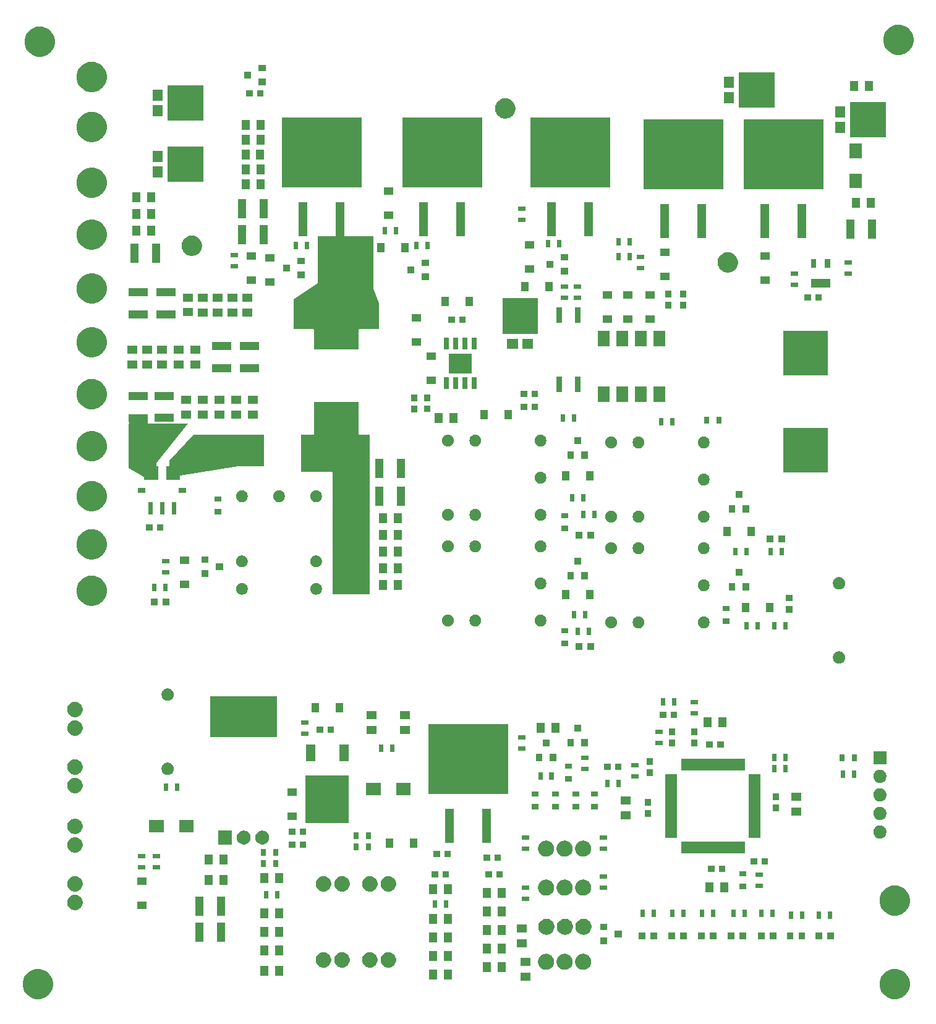
<source format=gbr>
G04 #@! TF.GenerationSoftware,KiCad,Pcbnew,(5.1.5)-3*
G04 #@! TF.CreationDate,2021-08-07T14:36:52-05:00*
G04 #@! TF.ProjectId,BTMS,42544d53-2e6b-4696-9361-645f70636258,rev?*
G04 #@! TF.SameCoordinates,Original*
G04 #@! TF.FileFunction,Soldermask,Top*
G04 #@! TF.FilePolarity,Negative*
%FSLAX46Y46*%
G04 Gerber Fmt 4.6, Leading zero omitted, Abs format (unit mm)*
G04 Created by KiCad (PCBNEW (5.1.5)-3) date 2021-08-07 14:36:52*
%MOMM*%
%LPD*%
G04 APERTURE LIST*
%ADD10C,0.100000*%
G04 APERTURE END LIST*
D10*
G36*
X152912916Y-170139693D02*
G01*
X153261589Y-170209048D01*
X153640671Y-170366069D01*
X153981835Y-170594028D01*
X154271972Y-170884165D01*
X154499931Y-171225329D01*
X154656952Y-171604411D01*
X154737000Y-172006842D01*
X154737000Y-172417158D01*
X154656952Y-172819589D01*
X154499931Y-173198671D01*
X154271972Y-173539835D01*
X153981835Y-173829972D01*
X153640671Y-174057931D01*
X153261589Y-174214952D01*
X152859159Y-174295000D01*
X152448841Y-174295000D01*
X152046411Y-174214952D01*
X151667329Y-174057931D01*
X151326165Y-173829972D01*
X151036028Y-173539835D01*
X150808069Y-173198671D01*
X150651048Y-172819589D01*
X150571000Y-172417158D01*
X150571000Y-172006842D01*
X150651048Y-171604411D01*
X150808069Y-171225329D01*
X151036028Y-170884165D01*
X151326165Y-170594028D01*
X151667329Y-170366069D01*
X152046411Y-170209048D01*
X152395084Y-170139693D01*
X152448841Y-170129000D01*
X152859159Y-170129000D01*
X152912916Y-170139693D01*
G37*
G36*
X35564916Y-170139693D02*
G01*
X35913589Y-170209048D01*
X36292671Y-170366069D01*
X36633835Y-170594028D01*
X36923972Y-170884165D01*
X37151931Y-171225329D01*
X37308952Y-171604411D01*
X37389000Y-172006842D01*
X37389000Y-172417158D01*
X37308952Y-172819589D01*
X37151931Y-173198671D01*
X36923972Y-173539835D01*
X36633835Y-173829972D01*
X36292671Y-174057931D01*
X35913589Y-174214952D01*
X35511159Y-174295000D01*
X35100841Y-174295000D01*
X34698411Y-174214952D01*
X34319329Y-174057931D01*
X33978165Y-173829972D01*
X33688028Y-173539835D01*
X33460069Y-173198671D01*
X33303048Y-172819589D01*
X33223000Y-172417158D01*
X33223000Y-172006842D01*
X33303048Y-171604411D01*
X33460069Y-171225329D01*
X33688028Y-170884165D01*
X33978165Y-170594028D01*
X34319329Y-170366069D01*
X34698411Y-170209048D01*
X35047084Y-170139693D01*
X35100841Y-170129000D01*
X35511159Y-170129000D01*
X35564916Y-170139693D01*
G37*
G36*
X102784000Y-171731000D02*
G01*
X101432000Y-171731000D01*
X101432000Y-170629000D01*
X102784000Y-170629000D01*
X102784000Y-171731000D01*
G37*
G36*
X91975000Y-171618000D02*
G01*
X90873000Y-171618000D01*
X90873000Y-170266000D01*
X91975000Y-170266000D01*
X91975000Y-171618000D01*
G37*
G36*
X89975000Y-171618000D02*
G01*
X88873000Y-171618000D01*
X88873000Y-170266000D01*
X89975000Y-170266000D01*
X89975000Y-171618000D01*
G37*
G36*
X66861000Y-171110000D02*
G01*
X65759000Y-171110000D01*
X65759000Y-169758000D01*
X66861000Y-169758000D01*
X66861000Y-171110000D01*
G37*
G36*
X68861000Y-171110000D02*
G01*
X67759000Y-171110000D01*
X67759000Y-169758000D01*
X68861000Y-169758000D01*
X68861000Y-171110000D01*
G37*
G36*
X97341000Y-170602000D02*
G01*
X96239000Y-170602000D01*
X96239000Y-169250000D01*
X97341000Y-169250000D01*
X97341000Y-170602000D01*
G37*
G36*
X99341000Y-170602000D02*
G01*
X98239000Y-170602000D01*
X98239000Y-169250000D01*
X99341000Y-169250000D01*
X99341000Y-170602000D01*
G37*
G36*
X110196794Y-168084155D02*
G01*
X110303150Y-168105311D01*
X110503520Y-168188307D01*
X110683844Y-168308795D01*
X110837205Y-168462156D01*
X110957693Y-168642480D01*
X110957693Y-168642481D01*
X111040689Y-168842850D01*
X111083000Y-169055561D01*
X111083000Y-169272439D01*
X111055126Y-169412573D01*
X111040689Y-169485149D01*
X110957693Y-169685520D01*
X110837205Y-169865844D01*
X110683844Y-170019205D01*
X110503520Y-170139693D01*
X110403334Y-170181191D01*
X110303150Y-170222689D01*
X110196794Y-170243845D01*
X110090440Y-170265000D01*
X109873560Y-170265000D01*
X109767206Y-170243845D01*
X109660850Y-170222689D01*
X109560666Y-170181191D01*
X109460480Y-170139693D01*
X109280156Y-170019205D01*
X109126795Y-169865844D01*
X109006307Y-169685520D01*
X108923311Y-169485149D01*
X108908875Y-169412573D01*
X108881000Y-169272439D01*
X108881000Y-169055561D01*
X108923311Y-168842850D01*
X109006307Y-168642481D01*
X109006307Y-168642480D01*
X109126795Y-168462156D01*
X109280156Y-168308795D01*
X109460480Y-168188307D01*
X109660850Y-168105311D01*
X109767206Y-168084155D01*
X109873560Y-168063000D01*
X110090440Y-168063000D01*
X110196794Y-168084155D01*
G37*
G36*
X105116794Y-168084155D02*
G01*
X105223150Y-168105311D01*
X105423520Y-168188307D01*
X105603844Y-168308795D01*
X105757205Y-168462156D01*
X105877693Y-168642480D01*
X105877693Y-168642481D01*
X105960689Y-168842850D01*
X106003000Y-169055561D01*
X106003000Y-169272439D01*
X105975126Y-169412573D01*
X105960689Y-169485149D01*
X105877693Y-169685520D01*
X105757205Y-169865844D01*
X105603844Y-170019205D01*
X105423520Y-170139693D01*
X105323334Y-170181191D01*
X105223150Y-170222689D01*
X105116794Y-170243845D01*
X105010440Y-170265000D01*
X104793560Y-170265000D01*
X104687206Y-170243845D01*
X104580850Y-170222689D01*
X104480666Y-170181191D01*
X104380480Y-170139693D01*
X104200156Y-170019205D01*
X104046795Y-169865844D01*
X103926307Y-169685520D01*
X103843311Y-169485149D01*
X103828875Y-169412573D01*
X103801000Y-169272439D01*
X103801000Y-169055561D01*
X103843311Y-168842850D01*
X103926307Y-168642481D01*
X103926307Y-168642480D01*
X104046795Y-168462156D01*
X104200156Y-168308795D01*
X104380480Y-168188307D01*
X104580850Y-168105311D01*
X104687206Y-168084155D01*
X104793560Y-168063000D01*
X105010440Y-168063000D01*
X105116794Y-168084155D01*
G37*
G36*
X107656794Y-168084155D02*
G01*
X107763150Y-168105311D01*
X107963520Y-168188307D01*
X108143844Y-168308795D01*
X108297205Y-168462156D01*
X108417693Y-168642480D01*
X108417693Y-168642481D01*
X108500689Y-168842850D01*
X108543000Y-169055561D01*
X108543000Y-169272439D01*
X108515126Y-169412573D01*
X108500689Y-169485149D01*
X108417693Y-169685520D01*
X108297205Y-169865844D01*
X108143844Y-170019205D01*
X107963520Y-170139693D01*
X107863334Y-170181191D01*
X107763150Y-170222689D01*
X107656794Y-170243845D01*
X107550440Y-170265000D01*
X107333560Y-170265000D01*
X107227206Y-170243845D01*
X107120850Y-170222689D01*
X107020666Y-170181191D01*
X106920480Y-170139693D01*
X106740156Y-170019205D01*
X106586795Y-169865844D01*
X106466307Y-169685520D01*
X106383311Y-169485149D01*
X106368875Y-169412573D01*
X106341000Y-169272439D01*
X106341000Y-169055561D01*
X106383311Y-168842850D01*
X106466307Y-168642481D01*
X106466307Y-168642480D01*
X106586795Y-168462156D01*
X106740156Y-168308795D01*
X106920480Y-168188307D01*
X107120850Y-168105311D01*
X107227206Y-168084155D01*
X107333560Y-168063000D01*
X107550440Y-168063000D01*
X107656794Y-168084155D01*
G37*
G36*
X83553154Y-167876182D02*
G01*
X83621482Y-167889773D01*
X83718027Y-167929764D01*
X83814573Y-167969754D01*
X83988346Y-168085865D01*
X84136135Y-168233654D01*
X84252246Y-168407427D01*
X84332227Y-168600519D01*
X84373000Y-168805499D01*
X84373000Y-169014501D01*
X84332227Y-169219481D01*
X84252246Y-169412573D01*
X84136135Y-169586346D01*
X83988346Y-169734135D01*
X83814573Y-169850246D01*
X83776911Y-169865846D01*
X83621482Y-169930227D01*
X83553154Y-169943818D01*
X83416501Y-169971000D01*
X83207499Y-169971000D01*
X83070846Y-169943818D01*
X83002518Y-169930227D01*
X82847089Y-169865846D01*
X82809427Y-169850246D01*
X82635654Y-169734135D01*
X82487865Y-169586346D01*
X82371754Y-169412573D01*
X82291773Y-169219481D01*
X82251000Y-169014501D01*
X82251000Y-168805499D01*
X82291773Y-168600519D01*
X82371754Y-168407427D01*
X82487865Y-168233654D01*
X82635654Y-168085865D01*
X82809427Y-167969754D01*
X82905973Y-167929764D01*
X83002518Y-167889773D01*
X83070846Y-167876182D01*
X83207499Y-167849000D01*
X83416501Y-167849000D01*
X83553154Y-167876182D01*
G37*
G36*
X81013154Y-167876182D02*
G01*
X81081482Y-167889773D01*
X81178027Y-167929764D01*
X81274573Y-167969754D01*
X81448346Y-168085865D01*
X81596135Y-168233654D01*
X81712246Y-168407427D01*
X81792227Y-168600519D01*
X81833000Y-168805499D01*
X81833000Y-169014501D01*
X81792227Y-169219481D01*
X81712246Y-169412573D01*
X81596135Y-169586346D01*
X81448346Y-169734135D01*
X81274573Y-169850246D01*
X81236911Y-169865846D01*
X81081482Y-169930227D01*
X81013154Y-169943818D01*
X80876501Y-169971000D01*
X80667499Y-169971000D01*
X80530846Y-169943818D01*
X80462518Y-169930227D01*
X80307089Y-169865846D01*
X80269427Y-169850246D01*
X80095654Y-169734135D01*
X79947865Y-169586346D01*
X79831754Y-169412573D01*
X79751773Y-169219481D01*
X79711000Y-169014501D01*
X79711000Y-168805499D01*
X79751773Y-168600519D01*
X79831754Y-168407427D01*
X79947865Y-168233654D01*
X80095654Y-168085865D01*
X80269427Y-167969754D01*
X80365973Y-167929764D01*
X80462518Y-167889773D01*
X80530846Y-167876182D01*
X80667499Y-167849000D01*
X80876501Y-167849000D01*
X81013154Y-167876182D01*
G37*
G36*
X74663154Y-167876182D02*
G01*
X74731482Y-167889773D01*
X74828027Y-167929764D01*
X74924573Y-167969754D01*
X75098346Y-168085865D01*
X75246135Y-168233654D01*
X75362246Y-168407427D01*
X75442227Y-168600519D01*
X75483000Y-168805499D01*
X75483000Y-169014501D01*
X75442227Y-169219481D01*
X75362246Y-169412573D01*
X75246135Y-169586346D01*
X75098346Y-169734135D01*
X74924573Y-169850246D01*
X74886911Y-169865846D01*
X74731482Y-169930227D01*
X74663154Y-169943818D01*
X74526501Y-169971000D01*
X74317499Y-169971000D01*
X74180846Y-169943818D01*
X74112518Y-169930227D01*
X73957089Y-169865846D01*
X73919427Y-169850246D01*
X73745654Y-169734135D01*
X73597865Y-169586346D01*
X73481754Y-169412573D01*
X73401773Y-169219481D01*
X73361000Y-169014501D01*
X73361000Y-168805499D01*
X73401773Y-168600519D01*
X73481754Y-168407427D01*
X73597865Y-168233654D01*
X73745654Y-168085865D01*
X73919427Y-167969754D01*
X74015973Y-167929764D01*
X74112518Y-167889773D01*
X74180846Y-167876182D01*
X74317499Y-167849000D01*
X74526501Y-167849000D01*
X74663154Y-167876182D01*
G37*
G36*
X77203154Y-167876182D02*
G01*
X77271482Y-167889773D01*
X77368027Y-167929764D01*
X77464573Y-167969754D01*
X77638346Y-168085865D01*
X77786135Y-168233654D01*
X77902246Y-168407427D01*
X77982227Y-168600519D01*
X78023000Y-168805499D01*
X78023000Y-169014501D01*
X77982227Y-169219481D01*
X77902246Y-169412573D01*
X77786135Y-169586346D01*
X77638346Y-169734135D01*
X77464573Y-169850246D01*
X77426911Y-169865846D01*
X77271482Y-169930227D01*
X77203154Y-169943818D01*
X77066501Y-169971000D01*
X76857499Y-169971000D01*
X76720846Y-169943818D01*
X76652518Y-169930227D01*
X76497089Y-169865846D01*
X76459427Y-169850246D01*
X76285654Y-169734135D01*
X76137865Y-169586346D01*
X76021754Y-169412573D01*
X75941773Y-169219481D01*
X75901000Y-169014501D01*
X75901000Y-168805499D01*
X75941773Y-168600519D01*
X76021754Y-168407427D01*
X76137865Y-168233654D01*
X76285654Y-168085865D01*
X76459427Y-167969754D01*
X76555973Y-167929764D01*
X76652518Y-167889773D01*
X76720846Y-167876182D01*
X76857499Y-167849000D01*
X77066501Y-167849000D01*
X77203154Y-167876182D01*
G37*
G36*
X102784000Y-169731000D02*
G01*
X101432000Y-169731000D01*
X101432000Y-168629000D01*
X102784000Y-168629000D01*
X102784000Y-169731000D01*
G37*
G36*
X91975000Y-169078000D02*
G01*
X90873000Y-169078000D01*
X90873000Y-167726000D01*
X91975000Y-167726000D01*
X91975000Y-169078000D01*
G37*
G36*
X89975000Y-169078000D02*
G01*
X88873000Y-169078000D01*
X88873000Y-167726000D01*
X89975000Y-167726000D01*
X89975000Y-169078000D01*
G37*
G36*
X68861000Y-168316000D02*
G01*
X67759000Y-168316000D01*
X67759000Y-166964000D01*
X68861000Y-166964000D01*
X68861000Y-168316000D01*
G37*
G36*
X66861000Y-168316000D02*
G01*
X65759000Y-168316000D01*
X65759000Y-166964000D01*
X66861000Y-166964000D01*
X66861000Y-168316000D01*
G37*
G36*
X99341000Y-168062000D02*
G01*
X98239000Y-168062000D01*
X98239000Y-166710000D01*
X99341000Y-166710000D01*
X99341000Y-168062000D01*
G37*
G36*
X97341000Y-168062000D02*
G01*
X96239000Y-168062000D01*
X96239000Y-166710000D01*
X97341000Y-166710000D01*
X97341000Y-168062000D01*
G37*
G36*
X102276000Y-167159000D02*
G01*
X100924000Y-167159000D01*
X100924000Y-166057000D01*
X102276000Y-166057000D01*
X102276000Y-167159000D01*
G37*
G36*
X113293000Y-166755000D02*
G01*
X112291000Y-166755000D01*
X112291000Y-165853000D01*
X113293000Y-165853000D01*
X113293000Y-166755000D01*
G37*
G36*
X91975000Y-166538000D02*
G01*
X90873000Y-166538000D01*
X90873000Y-165186000D01*
X91975000Y-165186000D01*
X91975000Y-166538000D01*
G37*
G36*
X89975000Y-166538000D02*
G01*
X88873000Y-166538000D01*
X88873000Y-165186000D01*
X89975000Y-165186000D01*
X89975000Y-166538000D01*
G37*
G36*
X60979000Y-166401000D02*
G01*
X59877000Y-166401000D01*
X59877000Y-163799000D01*
X60979000Y-163799000D01*
X60979000Y-166401000D01*
G37*
G36*
X57979000Y-166401000D02*
G01*
X56877000Y-166401000D01*
X56877000Y-163799000D01*
X57979000Y-163799000D01*
X57979000Y-166401000D01*
G37*
G36*
X130715000Y-166059000D02*
G01*
X129813000Y-166059000D01*
X129813000Y-165157000D01*
X130715000Y-165157000D01*
X130715000Y-166059000D01*
G37*
G36*
X126651000Y-166059000D02*
G01*
X125749000Y-166059000D01*
X125749000Y-165157000D01*
X126651000Y-165157000D01*
X126651000Y-166059000D01*
G37*
G36*
X128251000Y-166059000D02*
G01*
X127349000Y-166059000D01*
X127349000Y-165157000D01*
X128251000Y-165157000D01*
X128251000Y-166059000D01*
G37*
G36*
X124187000Y-166059000D02*
G01*
X123285000Y-166059000D01*
X123285000Y-165157000D01*
X124187000Y-165157000D01*
X124187000Y-166059000D01*
G37*
G36*
X118523000Y-166059000D02*
G01*
X117621000Y-166059000D01*
X117621000Y-165157000D01*
X118523000Y-165157000D01*
X118523000Y-166059000D01*
G37*
G36*
X120123000Y-166059000D02*
G01*
X119221000Y-166059000D01*
X119221000Y-165157000D01*
X120123000Y-165157000D01*
X120123000Y-166059000D01*
G37*
G36*
X122587000Y-166059000D02*
G01*
X121685000Y-166059000D01*
X121685000Y-165157000D01*
X122587000Y-165157000D01*
X122587000Y-166059000D01*
G37*
G36*
X132315000Y-166059000D02*
G01*
X131413000Y-166059000D01*
X131413000Y-165157000D01*
X132315000Y-165157000D01*
X132315000Y-166059000D01*
G37*
G36*
X140379999Y-166057999D02*
G01*
X139477999Y-166057999D01*
X139477999Y-165155999D01*
X140379999Y-165155999D01*
X140379999Y-166057999D01*
G37*
G36*
X138779999Y-166057999D02*
G01*
X137877999Y-166057999D01*
X137877999Y-165155999D01*
X138779999Y-165155999D01*
X138779999Y-166057999D01*
G37*
G36*
X144329999Y-166057999D02*
G01*
X143427999Y-166057999D01*
X143427999Y-165155999D01*
X144329999Y-165155999D01*
X144329999Y-166057999D01*
G37*
G36*
X142729999Y-166057999D02*
G01*
X141827999Y-166057999D01*
X141827999Y-165155999D01*
X142729999Y-165155999D01*
X142729999Y-166057999D01*
G37*
G36*
X134829999Y-166057999D02*
G01*
X133927999Y-166057999D01*
X133927999Y-165155999D01*
X134829999Y-165155999D01*
X134829999Y-166057999D01*
G37*
G36*
X136429999Y-166057999D02*
G01*
X135527999Y-166057999D01*
X135527999Y-165155999D01*
X136429999Y-165155999D01*
X136429999Y-166057999D01*
G37*
G36*
X115293000Y-165805000D02*
G01*
X114291000Y-165805000D01*
X114291000Y-164903000D01*
X115293000Y-164903000D01*
X115293000Y-165805000D01*
G37*
G36*
X66861000Y-165776000D02*
G01*
X65759000Y-165776000D01*
X65759000Y-164424000D01*
X66861000Y-164424000D01*
X66861000Y-165776000D01*
G37*
G36*
X68861000Y-165776000D02*
G01*
X67759000Y-165776000D01*
X67759000Y-164424000D01*
X68861000Y-164424000D01*
X68861000Y-165776000D01*
G37*
G36*
X97341000Y-165522000D02*
G01*
X96239000Y-165522000D01*
X96239000Y-164170000D01*
X97341000Y-164170000D01*
X97341000Y-165522000D01*
G37*
G36*
X99341000Y-165522000D02*
G01*
X98239000Y-165522000D01*
X98239000Y-164170000D01*
X99341000Y-164170000D01*
X99341000Y-165522000D01*
G37*
G36*
X110243795Y-163279156D02*
G01*
X110350151Y-163300312D01*
X110550521Y-163383308D01*
X110730845Y-163503796D01*
X110884206Y-163657157D01*
X111004694Y-163837481D01*
X111087690Y-164037852D01*
X111130001Y-164250561D01*
X111130001Y-164467441D01*
X111087690Y-164680150D01*
X111004694Y-164880521D01*
X110884206Y-165060845D01*
X110730845Y-165214206D01*
X110550521Y-165334694D01*
X110450335Y-165376192D01*
X110350151Y-165417690D01*
X110243795Y-165438846D01*
X110137441Y-165460001D01*
X109920561Y-165460001D01*
X109814207Y-165438846D01*
X109707851Y-165417690D01*
X109607667Y-165376192D01*
X109507481Y-165334694D01*
X109327157Y-165214206D01*
X109173796Y-165060845D01*
X109053308Y-164880521D01*
X108970312Y-164680150D01*
X108928001Y-164467441D01*
X108928001Y-164250561D01*
X108970312Y-164037852D01*
X109053308Y-163837481D01*
X109173796Y-163657157D01*
X109327157Y-163503796D01*
X109507481Y-163383308D01*
X109707851Y-163300312D01*
X109814207Y-163279156D01*
X109920561Y-163258001D01*
X110137441Y-163258001D01*
X110243795Y-163279156D01*
G37*
G36*
X105163795Y-163279156D02*
G01*
X105270151Y-163300312D01*
X105470521Y-163383308D01*
X105650845Y-163503796D01*
X105804206Y-163657157D01*
X105924694Y-163837481D01*
X106007690Y-164037852D01*
X106050001Y-164250561D01*
X106050001Y-164467441D01*
X106007690Y-164680150D01*
X105924694Y-164880521D01*
X105804206Y-165060845D01*
X105650845Y-165214206D01*
X105470521Y-165334694D01*
X105370335Y-165376192D01*
X105270151Y-165417690D01*
X105163795Y-165438846D01*
X105057441Y-165460001D01*
X104840561Y-165460001D01*
X104734207Y-165438846D01*
X104627851Y-165417690D01*
X104527667Y-165376192D01*
X104427481Y-165334694D01*
X104247157Y-165214206D01*
X104093796Y-165060845D01*
X103973308Y-164880521D01*
X103890312Y-164680150D01*
X103848001Y-164467441D01*
X103848001Y-164250561D01*
X103890312Y-164037852D01*
X103973308Y-163837481D01*
X104093796Y-163657157D01*
X104247157Y-163503796D01*
X104427481Y-163383308D01*
X104627851Y-163300312D01*
X104734207Y-163279156D01*
X104840561Y-163258001D01*
X105057441Y-163258001D01*
X105163795Y-163279156D01*
G37*
G36*
X107703795Y-163279156D02*
G01*
X107810151Y-163300312D01*
X108010521Y-163383308D01*
X108190845Y-163503796D01*
X108344206Y-163657157D01*
X108464694Y-163837481D01*
X108547690Y-164037852D01*
X108590001Y-164250561D01*
X108590001Y-164467441D01*
X108547690Y-164680150D01*
X108464694Y-164880521D01*
X108344206Y-165060845D01*
X108190845Y-165214206D01*
X108010521Y-165334694D01*
X107910335Y-165376192D01*
X107810151Y-165417690D01*
X107703795Y-165438846D01*
X107597441Y-165460001D01*
X107380561Y-165460001D01*
X107274207Y-165438846D01*
X107167851Y-165417690D01*
X107067667Y-165376192D01*
X106967481Y-165334694D01*
X106787157Y-165214206D01*
X106633796Y-165060845D01*
X106513308Y-164880521D01*
X106430312Y-164680150D01*
X106388001Y-164467441D01*
X106388001Y-164250561D01*
X106430312Y-164037852D01*
X106513308Y-163837481D01*
X106633796Y-163657157D01*
X106787157Y-163503796D01*
X106967481Y-163383308D01*
X107167851Y-163300312D01*
X107274207Y-163279156D01*
X107380561Y-163258001D01*
X107597441Y-163258001D01*
X107703795Y-163279156D01*
G37*
G36*
X102276000Y-165159000D02*
G01*
X100924000Y-165159000D01*
X100924000Y-164057000D01*
X102276000Y-164057000D01*
X102276000Y-165159000D01*
G37*
G36*
X113293000Y-164855000D02*
G01*
X112291000Y-164855000D01*
X112291000Y-163953000D01*
X113293000Y-163953000D01*
X113293000Y-164855000D01*
G37*
G36*
X91975000Y-163998000D02*
G01*
X90873000Y-163998000D01*
X90873000Y-162646000D01*
X91975000Y-162646000D01*
X91975000Y-163998000D01*
G37*
G36*
X89975000Y-163998000D02*
G01*
X88873000Y-163998000D01*
X88873000Y-162646000D01*
X89975000Y-162646000D01*
X89975000Y-163998000D01*
G37*
G36*
X142553000Y-163315000D02*
G01*
X141951000Y-163315000D01*
X141951000Y-162313000D01*
X142553000Y-162313000D01*
X142553000Y-163315000D01*
G37*
G36*
X140243000Y-163315000D02*
G01*
X139641000Y-163315000D01*
X139641000Y-162313000D01*
X140243000Y-162313000D01*
X140243000Y-163315000D01*
G37*
G36*
X138743000Y-163315000D02*
G01*
X138141000Y-163315000D01*
X138141000Y-162313000D01*
X138743000Y-162313000D01*
X138743000Y-163315000D01*
G37*
G36*
X144053000Y-163315000D02*
G01*
X143451000Y-163315000D01*
X143451000Y-162313000D01*
X144053000Y-162313000D01*
X144053000Y-163315000D01*
G37*
G36*
X68861000Y-163236000D02*
G01*
X67759000Y-163236000D01*
X67759000Y-161884000D01*
X68861000Y-161884000D01*
X68861000Y-163236000D01*
G37*
G36*
X66861000Y-163236000D02*
G01*
X65759000Y-163236000D01*
X65759000Y-161884000D01*
X66861000Y-161884000D01*
X66861000Y-163236000D01*
G37*
G36*
X118423000Y-163061000D02*
G01*
X117821000Y-163061000D01*
X117821000Y-162059000D01*
X118423000Y-162059000D01*
X118423000Y-163061000D01*
G37*
G36*
X126551000Y-163061000D02*
G01*
X125949000Y-163061000D01*
X125949000Y-162059000D01*
X126551000Y-162059000D01*
X126551000Y-163061000D01*
G37*
G36*
X130869000Y-163061000D02*
G01*
X130267000Y-163061000D01*
X130267000Y-162059000D01*
X130869000Y-162059000D01*
X130869000Y-163061000D01*
G37*
G36*
X132369000Y-163061000D02*
G01*
X131767000Y-163061000D01*
X131767000Y-162059000D01*
X132369000Y-162059000D01*
X132369000Y-163061000D01*
G37*
G36*
X119923000Y-163061000D02*
G01*
X119321000Y-163061000D01*
X119321000Y-162059000D01*
X119923000Y-162059000D01*
X119923000Y-163061000D01*
G37*
G36*
X123987000Y-163061000D02*
G01*
X123385000Y-163061000D01*
X123385000Y-162059000D01*
X123987000Y-162059000D01*
X123987000Y-163061000D01*
G37*
G36*
X122487000Y-163061000D02*
G01*
X121885000Y-163061000D01*
X121885000Y-162059000D01*
X122487000Y-162059000D01*
X122487000Y-163061000D01*
G37*
G36*
X134679000Y-163061000D02*
G01*
X134077000Y-163061000D01*
X134077000Y-162059000D01*
X134679000Y-162059000D01*
X134679000Y-163061000D01*
G37*
G36*
X136179000Y-163061000D02*
G01*
X135577000Y-163061000D01*
X135577000Y-162059000D01*
X136179000Y-162059000D01*
X136179000Y-163061000D01*
G37*
G36*
X128051000Y-163061000D02*
G01*
X127449000Y-163061000D01*
X127449000Y-162059000D01*
X128051000Y-162059000D01*
X128051000Y-163061000D01*
G37*
G36*
X99341000Y-162982000D02*
G01*
X98239000Y-162982000D01*
X98239000Y-161630000D01*
X99341000Y-161630000D01*
X99341000Y-162982000D01*
G37*
G36*
X97341000Y-162982000D02*
G01*
X96239000Y-162982000D01*
X96239000Y-161630000D01*
X97341000Y-161630000D01*
X97341000Y-162982000D01*
G37*
G36*
X153060373Y-158739024D02*
G01*
X153261589Y-158779048D01*
X153640671Y-158936069D01*
X153981835Y-159164028D01*
X154271972Y-159454165D01*
X154499931Y-159795329D01*
X154656952Y-160174411D01*
X154670595Y-160243000D01*
X154728365Y-160533428D01*
X154737000Y-160576842D01*
X154737000Y-160987158D01*
X154656952Y-161389589D01*
X154499931Y-161768671D01*
X154271972Y-162109835D01*
X153981835Y-162399972D01*
X153640671Y-162627931D01*
X153261589Y-162784952D01*
X152859159Y-162865000D01*
X152448841Y-162865000D01*
X152046411Y-162784952D01*
X151667329Y-162627931D01*
X151326165Y-162399972D01*
X151036028Y-162109835D01*
X150808069Y-161768671D01*
X150651048Y-161389589D01*
X150571000Y-160987158D01*
X150571000Y-160576842D01*
X150579636Y-160533428D01*
X150637405Y-160243000D01*
X150651048Y-160174411D01*
X150808069Y-159795329D01*
X151036028Y-159454165D01*
X151326165Y-159164028D01*
X151667329Y-158936069D01*
X152046411Y-158779048D01*
X152247627Y-158739024D01*
X152448841Y-158699000D01*
X152859159Y-158699000D01*
X153060373Y-158739024D01*
G37*
G36*
X57979000Y-162845000D02*
G01*
X56877000Y-162845000D01*
X56877000Y-160243000D01*
X57979000Y-160243000D01*
X57979000Y-162845000D01*
G37*
G36*
X60979000Y-162845000D02*
G01*
X59877000Y-162845000D01*
X59877000Y-160243000D01*
X60979000Y-160243000D01*
X60979000Y-162845000D01*
G37*
G36*
X40627154Y-160002182D02*
G01*
X40695482Y-160015773D01*
X40792027Y-160055763D01*
X40888573Y-160095754D01*
X41062346Y-160211865D01*
X41210135Y-160359654D01*
X41326246Y-160533427D01*
X41344229Y-160576842D01*
X41406227Y-160726518D01*
X41447000Y-160931501D01*
X41447000Y-161140499D01*
X41406227Y-161345482D01*
X41387957Y-161389589D01*
X41326246Y-161538573D01*
X41210135Y-161712346D01*
X41062346Y-161860135D01*
X40888573Y-161976246D01*
X40792027Y-162016236D01*
X40695482Y-162056227D01*
X40627154Y-162069818D01*
X40490501Y-162097000D01*
X40281499Y-162097000D01*
X40144846Y-162069818D01*
X40076518Y-162056227D01*
X39979973Y-162016236D01*
X39883427Y-161976246D01*
X39709654Y-161860135D01*
X39561865Y-161712346D01*
X39445754Y-161538573D01*
X39384043Y-161389589D01*
X39365773Y-161345482D01*
X39325000Y-161140499D01*
X39325000Y-160931501D01*
X39365773Y-160726518D01*
X39427771Y-160576842D01*
X39445754Y-160533427D01*
X39561865Y-160359654D01*
X39709654Y-160211865D01*
X39883427Y-160095754D01*
X39979973Y-160055763D01*
X40076518Y-160015773D01*
X40144846Y-160002182D01*
X40281499Y-159975000D01*
X40490501Y-159975000D01*
X40627154Y-160002182D01*
G37*
G36*
X50181000Y-161917000D02*
G01*
X48879000Y-161917000D01*
X48879000Y-160915000D01*
X50181000Y-160915000D01*
X50181000Y-161917000D01*
G37*
G36*
X89975000Y-161791000D02*
G01*
X89373000Y-161791000D01*
X89373000Y-160789000D01*
X89975000Y-160789000D01*
X89975000Y-161791000D01*
G37*
G36*
X91475000Y-161791000D02*
G01*
X90873000Y-161791000D01*
X90873000Y-160789000D01*
X91475000Y-160789000D01*
X91475000Y-161791000D01*
G37*
G36*
X102609000Y-160817000D02*
G01*
X101607000Y-160817000D01*
X101607000Y-160215000D01*
X102609000Y-160215000D01*
X102609000Y-160817000D01*
G37*
G36*
X66861000Y-160521000D02*
G01*
X66259000Y-160521000D01*
X66259000Y-159519000D01*
X66861000Y-159519000D01*
X66861000Y-160521000D01*
G37*
G36*
X68361000Y-160521000D02*
G01*
X67759000Y-160521000D01*
X67759000Y-159519000D01*
X68361000Y-159519000D01*
X68361000Y-160521000D01*
G37*
G36*
X97341000Y-160442000D02*
G01*
X96239000Y-160442000D01*
X96239000Y-159090000D01*
X97341000Y-159090000D01*
X97341000Y-160442000D01*
G37*
G36*
X99341000Y-160442000D02*
G01*
X98239000Y-160442000D01*
X98239000Y-159090000D01*
X99341000Y-159090000D01*
X99341000Y-160442000D01*
G37*
G36*
X110196795Y-157924156D02*
G01*
X110303150Y-157945311D01*
X110503520Y-158028307D01*
X110683844Y-158148795D01*
X110837205Y-158302156D01*
X110957693Y-158482480D01*
X110957693Y-158482481D01*
X111040689Y-158682850D01*
X111083000Y-158895561D01*
X111083000Y-159112439D01*
X111041687Y-159320135D01*
X111040689Y-159325149D01*
X110957693Y-159525520D01*
X110837205Y-159705844D01*
X110683844Y-159859205D01*
X110503520Y-159979693D01*
X110416415Y-160015773D01*
X110303150Y-160062689D01*
X110196794Y-160083845D01*
X110090440Y-160105000D01*
X109873560Y-160105000D01*
X109767206Y-160083845D01*
X109660850Y-160062689D01*
X109547585Y-160015773D01*
X109460480Y-159979693D01*
X109280156Y-159859205D01*
X109126795Y-159705844D01*
X109006307Y-159525520D01*
X108923311Y-159325149D01*
X108922314Y-159320135D01*
X108881000Y-159112439D01*
X108881000Y-158895561D01*
X108923311Y-158682850D01*
X109006307Y-158482481D01*
X109006307Y-158482480D01*
X109126795Y-158302156D01*
X109280156Y-158148795D01*
X109460480Y-158028307D01*
X109660850Y-157945311D01*
X109767205Y-157924156D01*
X109873560Y-157903000D01*
X110090440Y-157903000D01*
X110196795Y-157924156D01*
G37*
G36*
X105116795Y-157924156D02*
G01*
X105223150Y-157945311D01*
X105423520Y-158028307D01*
X105603844Y-158148795D01*
X105757205Y-158302156D01*
X105877693Y-158482480D01*
X105877693Y-158482481D01*
X105960689Y-158682850D01*
X106003000Y-158895561D01*
X106003000Y-159112439D01*
X105961687Y-159320135D01*
X105960689Y-159325149D01*
X105877693Y-159525520D01*
X105757205Y-159705844D01*
X105603844Y-159859205D01*
X105423520Y-159979693D01*
X105336415Y-160015773D01*
X105223150Y-160062689D01*
X105116794Y-160083845D01*
X105010440Y-160105000D01*
X104793560Y-160105000D01*
X104687206Y-160083845D01*
X104580850Y-160062689D01*
X104467585Y-160015773D01*
X104380480Y-159979693D01*
X104200156Y-159859205D01*
X104046795Y-159705844D01*
X103926307Y-159525520D01*
X103843311Y-159325149D01*
X103842314Y-159320135D01*
X103801000Y-159112439D01*
X103801000Y-158895561D01*
X103843311Y-158682850D01*
X103926307Y-158482481D01*
X103926307Y-158482480D01*
X104046795Y-158302156D01*
X104200156Y-158148795D01*
X104380480Y-158028307D01*
X104580850Y-157945311D01*
X104687205Y-157924156D01*
X104793560Y-157903000D01*
X105010440Y-157903000D01*
X105116795Y-157924156D01*
G37*
G36*
X107656795Y-157924156D02*
G01*
X107763150Y-157945311D01*
X107963520Y-158028307D01*
X108143844Y-158148795D01*
X108297205Y-158302156D01*
X108417693Y-158482480D01*
X108417693Y-158482481D01*
X108500689Y-158682850D01*
X108543000Y-158895561D01*
X108543000Y-159112439D01*
X108501687Y-159320135D01*
X108500689Y-159325149D01*
X108417693Y-159525520D01*
X108297205Y-159705844D01*
X108143844Y-159859205D01*
X107963520Y-159979693D01*
X107876415Y-160015773D01*
X107763150Y-160062689D01*
X107656794Y-160083845D01*
X107550440Y-160105000D01*
X107333560Y-160105000D01*
X107227206Y-160083845D01*
X107120850Y-160062689D01*
X107007585Y-160015773D01*
X106920480Y-159979693D01*
X106740156Y-159859205D01*
X106586795Y-159705844D01*
X106466307Y-159525520D01*
X106383311Y-159325149D01*
X106382314Y-159320135D01*
X106341000Y-159112439D01*
X106341000Y-158895561D01*
X106383311Y-158682850D01*
X106466307Y-158482481D01*
X106466307Y-158482480D01*
X106586795Y-158302156D01*
X106740156Y-158148795D01*
X106920480Y-158028307D01*
X107120850Y-157945311D01*
X107227205Y-157924156D01*
X107333560Y-157903000D01*
X107550440Y-157903000D01*
X107656795Y-157924156D01*
G37*
G36*
X89975000Y-159934000D02*
G01*
X88873000Y-159934000D01*
X88873000Y-158582000D01*
X89975000Y-158582000D01*
X89975000Y-159934000D01*
G37*
G36*
X91975000Y-159934000D02*
G01*
X90873000Y-159934000D01*
X90873000Y-158582000D01*
X91975000Y-158582000D01*
X91975000Y-159934000D01*
G37*
G36*
X127821000Y-159680000D02*
G01*
X126719000Y-159680000D01*
X126719000Y-158328000D01*
X127821000Y-158328000D01*
X127821000Y-159680000D01*
G37*
G36*
X129821000Y-159680000D02*
G01*
X128719000Y-159680000D01*
X128719000Y-158328000D01*
X129821000Y-158328000D01*
X129821000Y-159680000D01*
G37*
G36*
X40627154Y-157462182D02*
G01*
X40695482Y-157475773D01*
X40792027Y-157515764D01*
X40888573Y-157555754D01*
X41062346Y-157671865D01*
X41210135Y-157819654D01*
X41326246Y-157993427D01*
X41366236Y-158089973D01*
X41390602Y-158148795D01*
X41406227Y-158186519D01*
X41447000Y-158391499D01*
X41447000Y-158600501D01*
X41406227Y-158805481D01*
X41326246Y-158998573D01*
X41210135Y-159172346D01*
X41062346Y-159320135D01*
X40888573Y-159436246D01*
X40792027Y-159476236D01*
X40695482Y-159516227D01*
X40648767Y-159525519D01*
X40490501Y-159557000D01*
X40281499Y-159557000D01*
X40123233Y-159525519D01*
X40076518Y-159516227D01*
X39979973Y-159476236D01*
X39883427Y-159436246D01*
X39709654Y-159320135D01*
X39561865Y-159172346D01*
X39445754Y-158998573D01*
X39365773Y-158805481D01*
X39325000Y-158600501D01*
X39325000Y-158391499D01*
X39365773Y-158186519D01*
X39381399Y-158148795D01*
X39405763Y-158089973D01*
X39445754Y-157993427D01*
X39561865Y-157819654D01*
X39709654Y-157671865D01*
X39883427Y-157555754D01*
X39979973Y-157515764D01*
X40076518Y-157475773D01*
X40144846Y-157462182D01*
X40281499Y-157435000D01*
X40490501Y-157435000D01*
X40627154Y-157462182D01*
G37*
G36*
X77203154Y-157462182D02*
G01*
X77271482Y-157475773D01*
X77368027Y-157515764D01*
X77464573Y-157555754D01*
X77638346Y-157671865D01*
X77786135Y-157819654D01*
X77902246Y-157993427D01*
X77942236Y-158089973D01*
X77966602Y-158148795D01*
X77982227Y-158186519D01*
X78023000Y-158391499D01*
X78023000Y-158600501D01*
X77982227Y-158805481D01*
X77902246Y-158998573D01*
X77786135Y-159172346D01*
X77638346Y-159320135D01*
X77464573Y-159436246D01*
X77368027Y-159476236D01*
X77271482Y-159516227D01*
X77224767Y-159525519D01*
X77066501Y-159557000D01*
X76857499Y-159557000D01*
X76699233Y-159525519D01*
X76652518Y-159516227D01*
X76555973Y-159476236D01*
X76459427Y-159436246D01*
X76285654Y-159320135D01*
X76137865Y-159172346D01*
X76021754Y-158998573D01*
X75941773Y-158805481D01*
X75901000Y-158600501D01*
X75901000Y-158391499D01*
X75941773Y-158186519D01*
X75957399Y-158148795D01*
X75981763Y-158089973D01*
X76021754Y-157993427D01*
X76137865Y-157819654D01*
X76285654Y-157671865D01*
X76459427Y-157555754D01*
X76555973Y-157515764D01*
X76652518Y-157475773D01*
X76720846Y-157462182D01*
X76857499Y-157435000D01*
X77066501Y-157435000D01*
X77203154Y-157462182D01*
G37*
G36*
X83553154Y-157462182D02*
G01*
X83621482Y-157475773D01*
X83718027Y-157515764D01*
X83814573Y-157555754D01*
X83988346Y-157671865D01*
X84136135Y-157819654D01*
X84252246Y-157993427D01*
X84292236Y-158089973D01*
X84316602Y-158148795D01*
X84332227Y-158186519D01*
X84373000Y-158391499D01*
X84373000Y-158600501D01*
X84332227Y-158805481D01*
X84252246Y-158998573D01*
X84136135Y-159172346D01*
X83988346Y-159320135D01*
X83814573Y-159436246D01*
X83718027Y-159476236D01*
X83621482Y-159516227D01*
X83574767Y-159525519D01*
X83416501Y-159557000D01*
X83207499Y-159557000D01*
X83049233Y-159525519D01*
X83002518Y-159516227D01*
X82905973Y-159476236D01*
X82809427Y-159436246D01*
X82635654Y-159320135D01*
X82487865Y-159172346D01*
X82371754Y-158998573D01*
X82291773Y-158805481D01*
X82251000Y-158600501D01*
X82251000Y-158391499D01*
X82291773Y-158186519D01*
X82307399Y-158148795D01*
X82331763Y-158089973D01*
X82371754Y-157993427D01*
X82487865Y-157819654D01*
X82635654Y-157671865D01*
X82809427Y-157555754D01*
X82905973Y-157515764D01*
X83002518Y-157475773D01*
X83070846Y-157462182D01*
X83207499Y-157435000D01*
X83416501Y-157435000D01*
X83553154Y-157462182D01*
G37*
G36*
X81013154Y-157462182D02*
G01*
X81081482Y-157475773D01*
X81178027Y-157515764D01*
X81274573Y-157555754D01*
X81448346Y-157671865D01*
X81596135Y-157819654D01*
X81712246Y-157993427D01*
X81752236Y-158089973D01*
X81776602Y-158148795D01*
X81792227Y-158186519D01*
X81833000Y-158391499D01*
X81833000Y-158600501D01*
X81792227Y-158805481D01*
X81712246Y-158998573D01*
X81596135Y-159172346D01*
X81448346Y-159320135D01*
X81274573Y-159436246D01*
X81178027Y-159476236D01*
X81081482Y-159516227D01*
X81034767Y-159525519D01*
X80876501Y-159557000D01*
X80667499Y-159557000D01*
X80509233Y-159525519D01*
X80462518Y-159516227D01*
X80365973Y-159476236D01*
X80269427Y-159436246D01*
X80095654Y-159320135D01*
X79947865Y-159172346D01*
X79831754Y-158998573D01*
X79751773Y-158805481D01*
X79711000Y-158600501D01*
X79711000Y-158391499D01*
X79751773Y-158186519D01*
X79767399Y-158148795D01*
X79791763Y-158089973D01*
X79831754Y-157993427D01*
X79947865Y-157819654D01*
X80095654Y-157671865D01*
X80269427Y-157555754D01*
X80365973Y-157515764D01*
X80462518Y-157475773D01*
X80530846Y-157462182D01*
X80667499Y-157435000D01*
X80876501Y-157435000D01*
X81013154Y-157462182D01*
G37*
G36*
X74663154Y-157462182D02*
G01*
X74731482Y-157475773D01*
X74828027Y-157515764D01*
X74924573Y-157555754D01*
X75098346Y-157671865D01*
X75246135Y-157819654D01*
X75362246Y-157993427D01*
X75402236Y-158089973D01*
X75426602Y-158148795D01*
X75442227Y-158186519D01*
X75483000Y-158391499D01*
X75483000Y-158600501D01*
X75442227Y-158805481D01*
X75362246Y-158998573D01*
X75246135Y-159172346D01*
X75098346Y-159320135D01*
X74924573Y-159436246D01*
X74828027Y-159476236D01*
X74731482Y-159516227D01*
X74684767Y-159525519D01*
X74526501Y-159557000D01*
X74317499Y-159557000D01*
X74159233Y-159525519D01*
X74112518Y-159516227D01*
X74015973Y-159476236D01*
X73919427Y-159436246D01*
X73745654Y-159320135D01*
X73597865Y-159172346D01*
X73481754Y-158998573D01*
X73401773Y-158805481D01*
X73361000Y-158600501D01*
X73361000Y-158391499D01*
X73401773Y-158186519D01*
X73417399Y-158148795D01*
X73441763Y-158089973D01*
X73481754Y-157993427D01*
X73597865Y-157819654D01*
X73745654Y-157671865D01*
X73919427Y-157555754D01*
X74015973Y-157515764D01*
X74112518Y-157475773D01*
X74180846Y-157462182D01*
X74317499Y-157435000D01*
X74526501Y-157435000D01*
X74663154Y-157462182D01*
G37*
G36*
X102609000Y-159317000D02*
G01*
X101607000Y-159317000D01*
X101607000Y-158715000D01*
X102609000Y-158715000D01*
X102609000Y-159317000D01*
G37*
G36*
X113277000Y-159293000D02*
G01*
X112275000Y-159293000D01*
X112275000Y-158691000D01*
X113277000Y-158691000D01*
X113277000Y-159293000D01*
G37*
G36*
X132277000Y-159189000D02*
G01*
X131375000Y-159189000D01*
X131375000Y-158487000D01*
X132277000Y-158487000D01*
X132277000Y-159189000D01*
G37*
G36*
X134613000Y-159039000D02*
G01*
X133611000Y-159039000D01*
X133611000Y-158437000D01*
X134613000Y-158437000D01*
X134613000Y-159039000D01*
G37*
G36*
X59241000Y-158664000D02*
G01*
X58139000Y-158664000D01*
X58139000Y-157312000D01*
X59241000Y-157312000D01*
X59241000Y-158664000D01*
G37*
G36*
X61241000Y-158664000D02*
G01*
X60139000Y-158664000D01*
X60139000Y-157312000D01*
X61241000Y-157312000D01*
X61241000Y-158664000D01*
G37*
G36*
X50181000Y-158617000D02*
G01*
X48879000Y-158617000D01*
X48879000Y-157615000D01*
X50181000Y-157615000D01*
X50181000Y-158617000D01*
G37*
G36*
X68861000Y-158410000D02*
G01*
X67759000Y-158410000D01*
X67759000Y-157058000D01*
X68861000Y-157058000D01*
X68861000Y-158410000D01*
G37*
G36*
X66861000Y-158410000D02*
G01*
X65759000Y-158410000D01*
X65759000Y-157058000D01*
X66861000Y-157058000D01*
X66861000Y-158410000D01*
G37*
G36*
X113277000Y-157793000D02*
G01*
X112275000Y-157793000D01*
X112275000Y-157191000D01*
X113277000Y-157191000D01*
X113277000Y-157793000D01*
G37*
G36*
X97491000Y-157652000D02*
G01*
X96589000Y-157652000D01*
X96589000Y-156800000D01*
X97491000Y-156800000D01*
X97491000Y-157652000D01*
G37*
G36*
X98991000Y-157652000D02*
G01*
X98089000Y-157652000D01*
X98089000Y-156800000D01*
X98991000Y-156800000D01*
X98991000Y-157652000D01*
G37*
G36*
X90125000Y-157652000D02*
G01*
X89223000Y-157652000D01*
X89223000Y-156800000D01*
X90125000Y-156800000D01*
X90125000Y-157652000D01*
G37*
G36*
X91625000Y-157652000D02*
G01*
X90723000Y-157652000D01*
X90723000Y-156800000D01*
X91625000Y-156800000D01*
X91625000Y-157652000D01*
G37*
G36*
X134613000Y-157539000D02*
G01*
X133611000Y-157539000D01*
X133611000Y-156937000D01*
X134613000Y-156937000D01*
X134613000Y-157539000D01*
G37*
G36*
X132277000Y-157489000D02*
G01*
X131375000Y-157489000D01*
X131375000Y-156787000D01*
X132277000Y-156787000D01*
X132277000Y-157489000D01*
G37*
G36*
X127959000Y-156890000D02*
G01*
X127057000Y-156890000D01*
X127057000Y-156038000D01*
X127959000Y-156038000D01*
X127959000Y-156890000D01*
G37*
G36*
X129459000Y-156890000D02*
G01*
X128557000Y-156890000D01*
X128557000Y-156038000D01*
X129459000Y-156038000D01*
X129459000Y-156890000D01*
G37*
G36*
X50031000Y-156499000D02*
G01*
X49029000Y-156499000D01*
X49029000Y-155897000D01*
X50031000Y-155897000D01*
X50031000Y-156499000D01*
G37*
G36*
X52063000Y-156499000D02*
G01*
X51061000Y-156499000D01*
X51061000Y-155897000D01*
X52063000Y-155897000D01*
X52063000Y-156499000D01*
G37*
G36*
X68257000Y-156153000D02*
G01*
X67555000Y-156153000D01*
X67555000Y-155251000D01*
X68257000Y-155251000D01*
X68257000Y-156153000D01*
G37*
G36*
X66557000Y-156153000D02*
G01*
X65855000Y-156153000D01*
X65855000Y-155251000D01*
X66557000Y-155251000D01*
X66557000Y-156153000D01*
G37*
G36*
X135313000Y-155874000D02*
G01*
X134411000Y-155874000D01*
X134411000Y-155022000D01*
X135313000Y-155022000D01*
X135313000Y-155874000D01*
G37*
G36*
X133813000Y-155874000D02*
G01*
X132911000Y-155874000D01*
X132911000Y-155022000D01*
X133813000Y-155022000D01*
X133813000Y-155874000D01*
G37*
G36*
X61241000Y-155870000D02*
G01*
X60139000Y-155870000D01*
X60139000Y-154518000D01*
X61241000Y-154518000D01*
X61241000Y-155870000D01*
G37*
G36*
X59241000Y-155870000D02*
G01*
X58139000Y-155870000D01*
X58139000Y-154518000D01*
X59241000Y-154518000D01*
X59241000Y-155870000D01*
G37*
G36*
X97237000Y-155366000D02*
G01*
X96335000Y-155366000D01*
X96335000Y-154514000D01*
X97237000Y-154514000D01*
X97237000Y-155366000D01*
G37*
G36*
X98737000Y-155366000D02*
G01*
X97835000Y-155366000D01*
X97835000Y-154514000D01*
X98737000Y-154514000D01*
X98737000Y-155366000D01*
G37*
G36*
X52063000Y-154999000D02*
G01*
X51061000Y-154999000D01*
X51061000Y-154397000D01*
X52063000Y-154397000D01*
X52063000Y-154999000D01*
G37*
G36*
X50031000Y-154999000D02*
G01*
X49029000Y-154999000D01*
X49029000Y-154397000D01*
X50031000Y-154397000D01*
X50031000Y-154999000D01*
G37*
G36*
X91879000Y-154858000D02*
G01*
X90977000Y-154858000D01*
X90977000Y-154006000D01*
X91879000Y-154006000D01*
X91879000Y-154858000D01*
G37*
G36*
X90379000Y-154858000D02*
G01*
X89477000Y-154858000D01*
X89477000Y-154006000D01*
X90379000Y-154006000D01*
X90379000Y-154858000D01*
G37*
G36*
X107656795Y-152590156D02*
G01*
X107763150Y-152611311D01*
X107963520Y-152694307D01*
X108143844Y-152814795D01*
X108297205Y-152968156D01*
X108417693Y-153148480D01*
X108417693Y-153148481D01*
X108500689Y-153348850D01*
X108543000Y-153561561D01*
X108543000Y-153778439D01*
X108501687Y-153986135D01*
X108500689Y-153991149D01*
X108417693Y-154191520D01*
X108297205Y-154371844D01*
X108143844Y-154525205D01*
X107963520Y-154645693D01*
X107763150Y-154728689D01*
X107656794Y-154749845D01*
X107550440Y-154771000D01*
X107333560Y-154771000D01*
X107227206Y-154749845D01*
X107120850Y-154728689D01*
X106920480Y-154645693D01*
X106740156Y-154525205D01*
X106586795Y-154371844D01*
X106466307Y-154191520D01*
X106383311Y-153991149D01*
X106382314Y-153986135D01*
X106341000Y-153778439D01*
X106341000Y-153561561D01*
X106383311Y-153348850D01*
X106466307Y-153148481D01*
X106466307Y-153148480D01*
X106586795Y-152968156D01*
X106740156Y-152814795D01*
X106920480Y-152694307D01*
X107120850Y-152611311D01*
X107227205Y-152590156D01*
X107333560Y-152569000D01*
X107550440Y-152569000D01*
X107656795Y-152590156D01*
G37*
G36*
X105116795Y-152590156D02*
G01*
X105223150Y-152611311D01*
X105423520Y-152694307D01*
X105603844Y-152814795D01*
X105757205Y-152968156D01*
X105877693Y-153148480D01*
X105877693Y-153148481D01*
X105960689Y-153348850D01*
X106003000Y-153561561D01*
X106003000Y-153778439D01*
X105961687Y-153986135D01*
X105960689Y-153991149D01*
X105877693Y-154191520D01*
X105757205Y-154371844D01*
X105603844Y-154525205D01*
X105423520Y-154645693D01*
X105223150Y-154728689D01*
X105116794Y-154749845D01*
X105010440Y-154771000D01*
X104793560Y-154771000D01*
X104687206Y-154749845D01*
X104580850Y-154728689D01*
X104380480Y-154645693D01*
X104200156Y-154525205D01*
X104046795Y-154371844D01*
X103926307Y-154191520D01*
X103843311Y-153991149D01*
X103842314Y-153986135D01*
X103801000Y-153778439D01*
X103801000Y-153561561D01*
X103843311Y-153348850D01*
X103926307Y-153148481D01*
X103926307Y-153148480D01*
X104046795Y-152968156D01*
X104200156Y-152814795D01*
X104380480Y-152694307D01*
X104580850Y-152611311D01*
X104687205Y-152590156D01*
X104793560Y-152569000D01*
X105010440Y-152569000D01*
X105116795Y-152590156D01*
G37*
G36*
X110196795Y-152590156D02*
G01*
X110303150Y-152611311D01*
X110503520Y-152694307D01*
X110683844Y-152814795D01*
X110837205Y-152968156D01*
X110957693Y-153148480D01*
X110957693Y-153148481D01*
X111040689Y-153348850D01*
X111083000Y-153561561D01*
X111083000Y-153778439D01*
X111041687Y-153986135D01*
X111040689Y-153991149D01*
X110957693Y-154191520D01*
X110837205Y-154371844D01*
X110683844Y-154525205D01*
X110503520Y-154645693D01*
X110303150Y-154728689D01*
X110196794Y-154749845D01*
X110090440Y-154771000D01*
X109873560Y-154771000D01*
X109767206Y-154749845D01*
X109660850Y-154728689D01*
X109460480Y-154645693D01*
X109280156Y-154525205D01*
X109126795Y-154371844D01*
X109006307Y-154191520D01*
X108923311Y-153991149D01*
X108922314Y-153986135D01*
X108881000Y-153778439D01*
X108881000Y-153561561D01*
X108923311Y-153348850D01*
X109006307Y-153148481D01*
X109006307Y-153148480D01*
X109126795Y-152968156D01*
X109280156Y-152814795D01*
X109460480Y-152694307D01*
X109660850Y-152611311D01*
X109767205Y-152590156D01*
X109873560Y-152569000D01*
X110090440Y-152569000D01*
X110196795Y-152590156D01*
G37*
G36*
X68257000Y-154629000D02*
G01*
X67555000Y-154629000D01*
X67555000Y-153727000D01*
X68257000Y-153727000D01*
X68257000Y-154629000D01*
G37*
G36*
X66557000Y-154629000D02*
G01*
X65855000Y-154629000D01*
X65855000Y-153727000D01*
X66557000Y-153727000D01*
X66557000Y-154629000D01*
G37*
G36*
X132113000Y-154329000D02*
G01*
X123411000Y-154329000D01*
X123411000Y-152727000D01*
X132113000Y-152727000D01*
X132113000Y-154329000D01*
G37*
G36*
X40627154Y-152128182D02*
G01*
X40695482Y-152141773D01*
X40785355Y-152179000D01*
X40888573Y-152221754D01*
X41062346Y-152337865D01*
X41210135Y-152485654D01*
X41326246Y-152659427D01*
X41357963Y-152736000D01*
X41406227Y-152852518D01*
X41416865Y-152906000D01*
X41447000Y-153057499D01*
X41447000Y-153266501D01*
X41406227Y-153471481D01*
X41326246Y-153664573D01*
X41210135Y-153838346D01*
X41062346Y-153986135D01*
X40888573Y-154102246D01*
X40792027Y-154142237D01*
X40695482Y-154182227D01*
X40648767Y-154191519D01*
X40490501Y-154223000D01*
X40281499Y-154223000D01*
X40123233Y-154191519D01*
X40076518Y-154182227D01*
X39979973Y-154142237D01*
X39883427Y-154102246D01*
X39709654Y-153986135D01*
X39561865Y-153838346D01*
X39445754Y-153664573D01*
X39365773Y-153471481D01*
X39325000Y-153266501D01*
X39325000Y-153057499D01*
X39355135Y-152906000D01*
X39365773Y-152852518D01*
X39414037Y-152736000D01*
X39445754Y-152659427D01*
X39561865Y-152485654D01*
X39709654Y-152337865D01*
X39883427Y-152221754D01*
X39986645Y-152179000D01*
X40076518Y-152141773D01*
X40144846Y-152128182D01*
X40281499Y-152101000D01*
X40490501Y-152101000D01*
X40627154Y-152128182D01*
G37*
G36*
X113277000Y-153959000D02*
G01*
X112275000Y-153959000D01*
X112275000Y-153357000D01*
X113277000Y-153357000D01*
X113277000Y-153959000D01*
G37*
G36*
X102609000Y-153959000D02*
G01*
X101607000Y-153959000D01*
X101607000Y-153357000D01*
X102609000Y-153357000D01*
X102609000Y-153959000D01*
G37*
G36*
X79257000Y-153867000D02*
G01*
X78555000Y-153867000D01*
X78555000Y-152965000D01*
X79257000Y-152965000D01*
X79257000Y-153867000D01*
G37*
G36*
X80957000Y-153867000D02*
G01*
X80255000Y-153867000D01*
X80255000Y-152965000D01*
X80957000Y-152965000D01*
X80957000Y-153867000D01*
G37*
G36*
X72067000Y-153588000D02*
G01*
X71165000Y-153588000D01*
X71165000Y-152736000D01*
X72067000Y-152736000D01*
X72067000Y-153588000D01*
G37*
G36*
X70567000Y-153588000D02*
G01*
X69665000Y-153588000D01*
X69665000Y-152736000D01*
X70567000Y-152736000D01*
X70567000Y-153588000D01*
G37*
G36*
X87241000Y-153559000D02*
G01*
X86239000Y-153559000D01*
X86239000Y-152257000D01*
X87241000Y-152257000D01*
X87241000Y-153559000D01*
G37*
G36*
X83941000Y-153559000D02*
G01*
X82939000Y-153559000D01*
X82939000Y-152257000D01*
X83941000Y-152257000D01*
X83941000Y-153559000D01*
G37*
G36*
X66317395Y-151231546D02*
G01*
X66490466Y-151303234D01*
X66490467Y-151303235D01*
X66646227Y-151407310D01*
X66778690Y-151539773D01*
X66778691Y-151539775D01*
X66882766Y-151695534D01*
X66954454Y-151868605D01*
X66991000Y-152052333D01*
X66991000Y-152239667D01*
X66954454Y-152423395D01*
X66882766Y-152596466D01*
X66882765Y-152596467D01*
X66778690Y-152752227D01*
X66646227Y-152884690D01*
X66614334Y-152906000D01*
X66490466Y-152988766D01*
X66317395Y-153060454D01*
X66133667Y-153097000D01*
X65946333Y-153097000D01*
X65762605Y-153060454D01*
X65589534Y-152988766D01*
X65465666Y-152906000D01*
X65433773Y-152884690D01*
X65301310Y-152752227D01*
X65197235Y-152596467D01*
X65197234Y-152596466D01*
X65125546Y-152423395D01*
X65089000Y-152239667D01*
X65089000Y-152052333D01*
X65125546Y-151868605D01*
X65197234Y-151695534D01*
X65301309Y-151539775D01*
X65301310Y-151539773D01*
X65433773Y-151407310D01*
X65589533Y-151303235D01*
X65589534Y-151303234D01*
X65762605Y-151231546D01*
X65946333Y-151195000D01*
X66133667Y-151195000D01*
X66317395Y-151231546D01*
G37*
G36*
X63777395Y-151231546D02*
G01*
X63950466Y-151303234D01*
X63950467Y-151303235D01*
X64106227Y-151407310D01*
X64238690Y-151539773D01*
X64238691Y-151539775D01*
X64342766Y-151695534D01*
X64414454Y-151868605D01*
X64451000Y-152052333D01*
X64451000Y-152239667D01*
X64414454Y-152423395D01*
X64342766Y-152596466D01*
X64342765Y-152596467D01*
X64238690Y-152752227D01*
X64106227Y-152884690D01*
X64074334Y-152906000D01*
X63950466Y-152988766D01*
X63777395Y-153060454D01*
X63593667Y-153097000D01*
X63406333Y-153097000D01*
X63222605Y-153060454D01*
X63049534Y-152988766D01*
X62925666Y-152906000D01*
X62893773Y-152884690D01*
X62761310Y-152752227D01*
X62657235Y-152596467D01*
X62657234Y-152596466D01*
X62585546Y-152423395D01*
X62549000Y-152239667D01*
X62549000Y-152052333D01*
X62585546Y-151868605D01*
X62657234Y-151695534D01*
X62761309Y-151539775D01*
X62761310Y-151539773D01*
X62893773Y-151407310D01*
X63049533Y-151303235D01*
X63049534Y-151303234D01*
X63222605Y-151231546D01*
X63406333Y-151195000D01*
X63593667Y-151195000D01*
X63777395Y-151231546D01*
G37*
G36*
X61911000Y-153097000D02*
G01*
X60009000Y-153097000D01*
X60009000Y-151195000D01*
X61911000Y-151195000D01*
X61911000Y-153097000D01*
G37*
G36*
X92295000Y-152906000D02*
G01*
X91093000Y-152906000D01*
X91093000Y-148204000D01*
X92295000Y-148204000D01*
X92295000Y-152906000D01*
G37*
G36*
X97375000Y-152906000D02*
G01*
X96173000Y-152906000D01*
X96173000Y-148204000D01*
X97375000Y-148204000D01*
X97375000Y-152906000D01*
G37*
G36*
X113277000Y-152459000D02*
G01*
X112275000Y-152459000D01*
X112275000Y-151857000D01*
X113277000Y-151857000D01*
X113277000Y-152459000D01*
G37*
G36*
X102609000Y-152459000D02*
G01*
X101607000Y-152459000D01*
X101607000Y-151857000D01*
X102609000Y-151857000D01*
X102609000Y-152459000D01*
G37*
G36*
X79257000Y-152343000D02*
G01*
X78555000Y-152343000D01*
X78555000Y-151441000D01*
X79257000Y-151441000D01*
X79257000Y-152343000D01*
G37*
G36*
X80957000Y-152343000D02*
G01*
X80255000Y-152343000D01*
X80255000Y-151441000D01*
X80957000Y-151441000D01*
X80957000Y-152343000D01*
G37*
G36*
X150735512Y-150487927D02*
G01*
X150884812Y-150517624D01*
X151048784Y-150585544D01*
X151196354Y-150684147D01*
X151321853Y-150809646D01*
X151420456Y-150957216D01*
X151488376Y-151121188D01*
X151510327Y-151231546D01*
X151523000Y-151295258D01*
X151523000Y-151472742D01*
X151522153Y-151477000D01*
X151488376Y-151646812D01*
X151420456Y-151810784D01*
X151321853Y-151958354D01*
X151196354Y-152083853D01*
X151048784Y-152182456D01*
X150884812Y-152250376D01*
X150735512Y-152280073D01*
X150710742Y-152285000D01*
X150533258Y-152285000D01*
X150508488Y-152280073D01*
X150359188Y-152250376D01*
X150195216Y-152182456D01*
X150047646Y-152083853D01*
X149922147Y-151958354D01*
X149823544Y-151810784D01*
X149755624Y-151646812D01*
X149721847Y-151477000D01*
X149721000Y-151472742D01*
X149721000Y-151295258D01*
X149733673Y-151231546D01*
X149755624Y-151121188D01*
X149823544Y-150957216D01*
X149922147Y-150809646D01*
X150047646Y-150684147D01*
X150195216Y-150585544D01*
X150359188Y-150517624D01*
X150508488Y-150487927D01*
X150533258Y-150483000D01*
X150710742Y-150483000D01*
X150735512Y-150487927D01*
G37*
G36*
X122863000Y-152179000D02*
G01*
X121261000Y-152179000D01*
X121261000Y-143477000D01*
X122863000Y-143477000D01*
X122863000Y-152179000D01*
G37*
G36*
X134263000Y-152179000D02*
G01*
X132661000Y-152179000D01*
X132661000Y-143477000D01*
X134263000Y-143477000D01*
X134263000Y-152179000D01*
G37*
G36*
X72067000Y-151810000D02*
G01*
X71165000Y-151810000D01*
X71165000Y-150958000D01*
X72067000Y-150958000D01*
X72067000Y-151810000D01*
G37*
G36*
X70567000Y-151810000D02*
G01*
X69665000Y-151810000D01*
X69665000Y-150958000D01*
X70567000Y-150958000D01*
X70567000Y-151810000D01*
G37*
G36*
X40627154Y-149588182D02*
G01*
X40695482Y-149601773D01*
X40770870Y-149633000D01*
X40888573Y-149681754D01*
X41062346Y-149797865D01*
X41210135Y-149945654D01*
X41326246Y-150119427D01*
X41406227Y-150312519D01*
X41440138Y-150483000D01*
X41447000Y-150517501D01*
X41447000Y-150726499D01*
X41406227Y-150931482D01*
X41395243Y-150958000D01*
X41326246Y-151124573D01*
X41210135Y-151298346D01*
X41062346Y-151446135D01*
X40888573Y-151562246D01*
X40792027Y-151602236D01*
X40695482Y-151642227D01*
X40672436Y-151646811D01*
X40490501Y-151683000D01*
X40281499Y-151683000D01*
X40099564Y-151646811D01*
X40076518Y-151642227D01*
X39979973Y-151602236D01*
X39883427Y-151562246D01*
X39709654Y-151446135D01*
X39561865Y-151298346D01*
X39445754Y-151124573D01*
X39376757Y-150958000D01*
X39365773Y-150931482D01*
X39325000Y-150726499D01*
X39325000Y-150517501D01*
X39331863Y-150483000D01*
X39365773Y-150312519D01*
X39445754Y-150119427D01*
X39561865Y-149945654D01*
X39709654Y-149797865D01*
X39883427Y-149681754D01*
X40001130Y-149633000D01*
X40076518Y-149601773D01*
X40144846Y-149588182D01*
X40281499Y-149561000D01*
X40490501Y-149561000D01*
X40627154Y-149588182D01*
G37*
G36*
X56645000Y-151473000D02*
G01*
X54643000Y-151473000D01*
X54643000Y-149771000D01*
X56645000Y-149771000D01*
X56645000Y-151473000D01*
G37*
G36*
X52545000Y-151473000D02*
G01*
X50543000Y-151473000D01*
X50543000Y-149771000D01*
X52545000Y-149771000D01*
X52545000Y-151473000D01*
G37*
G36*
X77881000Y-150131000D02*
G01*
X71979000Y-150131000D01*
X71979000Y-143629000D01*
X77881000Y-143629000D01*
X77881000Y-150131000D01*
G37*
G36*
X150735512Y-147947927D02*
G01*
X150884812Y-147977624D01*
X151048784Y-148045544D01*
X151196354Y-148144147D01*
X151321853Y-148269646D01*
X151420456Y-148417216D01*
X151488376Y-148581188D01*
X151523000Y-148755259D01*
X151523000Y-148932741D01*
X151488376Y-149106812D01*
X151420456Y-149270784D01*
X151321853Y-149418354D01*
X151196354Y-149543853D01*
X151048784Y-149642456D01*
X150884812Y-149710376D01*
X150735512Y-149740073D01*
X150710742Y-149745000D01*
X150533258Y-149745000D01*
X150508488Y-149740073D01*
X150359188Y-149710376D01*
X150195216Y-149642456D01*
X150047646Y-149543853D01*
X149922147Y-149418354D01*
X149823544Y-149270784D01*
X149755624Y-149106812D01*
X149721000Y-148932741D01*
X149721000Y-148755259D01*
X149755624Y-148581188D01*
X149823544Y-148417216D01*
X149922147Y-148269646D01*
X150047646Y-148144147D01*
X150195216Y-148045544D01*
X150359188Y-147977624D01*
X150508488Y-147947927D01*
X150533258Y-147943000D01*
X150710742Y-147943000D01*
X150735512Y-147947927D01*
G37*
G36*
X70755000Y-149725000D02*
G01*
X69453000Y-149725000D01*
X69453000Y-148723000D01*
X70755000Y-148723000D01*
X70755000Y-149725000D01*
G37*
G36*
X116500000Y-149633000D02*
G01*
X115148000Y-149633000D01*
X115148000Y-148531000D01*
X116500000Y-148531000D01*
X116500000Y-149633000D01*
G37*
G36*
X119298000Y-149295000D02*
G01*
X118446000Y-149295000D01*
X118446000Y-148393000D01*
X119298000Y-148393000D01*
X119298000Y-149295000D01*
G37*
G36*
X139868000Y-149125000D02*
G01*
X138516000Y-149125000D01*
X138516000Y-148023000D01*
X139868000Y-148023000D01*
X139868000Y-149125000D01*
G37*
G36*
X136824000Y-148521000D02*
G01*
X135972000Y-148521000D01*
X135972000Y-147619000D01*
X136824000Y-147619000D01*
X136824000Y-148521000D01*
G37*
G36*
X111957000Y-148267000D02*
G01*
X111055000Y-148267000D01*
X111055000Y-147565000D01*
X111957000Y-147565000D01*
X111957000Y-148267000D01*
G37*
G36*
X109417000Y-148267000D02*
G01*
X108515000Y-148267000D01*
X108515000Y-147565000D01*
X109417000Y-147565000D01*
X109417000Y-148267000D01*
G37*
G36*
X106623000Y-148267000D02*
G01*
X105721000Y-148267000D01*
X105721000Y-147565000D01*
X106623000Y-147565000D01*
X106623000Y-148267000D01*
G37*
G36*
X103829000Y-148267000D02*
G01*
X102927000Y-148267000D01*
X102927000Y-147565000D01*
X103829000Y-147565000D01*
X103829000Y-148267000D01*
G37*
G36*
X119298000Y-147795000D02*
G01*
X118446000Y-147795000D01*
X118446000Y-146893000D01*
X119298000Y-146893000D01*
X119298000Y-147795000D01*
G37*
G36*
X116500000Y-147633000D02*
G01*
X115148000Y-147633000D01*
X115148000Y-146531000D01*
X116500000Y-146531000D01*
X116500000Y-147633000D01*
G37*
G36*
X150735512Y-145407927D02*
G01*
X150884812Y-145437624D01*
X151048784Y-145505544D01*
X151196354Y-145604147D01*
X151321853Y-145729646D01*
X151420456Y-145877216D01*
X151488376Y-146041188D01*
X151503853Y-146119000D01*
X151523000Y-146215258D01*
X151523000Y-146392742D01*
X151518073Y-146417512D01*
X151488376Y-146566812D01*
X151420456Y-146730784D01*
X151321853Y-146878354D01*
X151196354Y-147003853D01*
X151048784Y-147102456D01*
X150884812Y-147170376D01*
X150735512Y-147200073D01*
X150710742Y-147205000D01*
X150533258Y-147205000D01*
X150508488Y-147200073D01*
X150359188Y-147170376D01*
X150195216Y-147102456D01*
X150047646Y-147003853D01*
X149922147Y-146878354D01*
X149823544Y-146730784D01*
X149755624Y-146566812D01*
X149725927Y-146417512D01*
X149721000Y-146392742D01*
X149721000Y-146215258D01*
X149740147Y-146119000D01*
X149755624Y-146041188D01*
X149823544Y-145877216D01*
X149922147Y-145729646D01*
X150047646Y-145604147D01*
X150195216Y-145505544D01*
X150359188Y-145437624D01*
X150508488Y-145407927D01*
X150533258Y-145403000D01*
X150710742Y-145403000D01*
X150735512Y-145407927D01*
G37*
G36*
X139868000Y-147125000D02*
G01*
X138516000Y-147125000D01*
X138516000Y-146023000D01*
X139868000Y-146023000D01*
X139868000Y-147125000D01*
G37*
G36*
X136824000Y-147021000D02*
G01*
X135972000Y-147021000D01*
X135972000Y-146119000D01*
X136824000Y-146119000D01*
X136824000Y-147021000D01*
G37*
G36*
X103829000Y-146567000D02*
G01*
X102927000Y-146567000D01*
X102927000Y-145865000D01*
X103829000Y-145865000D01*
X103829000Y-146567000D01*
G37*
G36*
X106623000Y-146567000D02*
G01*
X105721000Y-146567000D01*
X105721000Y-145865000D01*
X106623000Y-145865000D01*
X106623000Y-146567000D01*
G37*
G36*
X111957000Y-146567000D02*
G01*
X111055000Y-146567000D01*
X111055000Y-145865000D01*
X111957000Y-145865000D01*
X111957000Y-146567000D01*
G37*
G36*
X109417000Y-146567000D02*
G01*
X108515000Y-146567000D01*
X108515000Y-145865000D01*
X109417000Y-145865000D01*
X109417000Y-146567000D01*
G37*
G36*
X70755000Y-146425000D02*
G01*
X69453000Y-146425000D01*
X69453000Y-145423000D01*
X70755000Y-145423000D01*
X70755000Y-146425000D01*
G37*
G36*
X82263000Y-146393000D02*
G01*
X80261000Y-146393000D01*
X80261000Y-144691000D01*
X82263000Y-144691000D01*
X82263000Y-146393000D01*
G37*
G36*
X86363000Y-146393000D02*
G01*
X84361000Y-146393000D01*
X84361000Y-144691000D01*
X86363000Y-144691000D01*
X86363000Y-146393000D01*
G37*
G36*
X99685000Y-146156000D02*
G01*
X88783000Y-146156000D01*
X88783000Y-136654000D01*
X99685000Y-136654000D01*
X99685000Y-146156000D01*
G37*
G36*
X40627154Y-144000182D02*
G01*
X40695482Y-144013773D01*
X40790184Y-144053000D01*
X40888573Y-144093754D01*
X41062346Y-144209865D01*
X41210135Y-144357654D01*
X41326246Y-144531427D01*
X41406227Y-144724519D01*
X41447000Y-144929499D01*
X41447000Y-145138501D01*
X41406227Y-145343481D01*
X41326246Y-145536573D01*
X41210135Y-145710346D01*
X41062346Y-145858135D01*
X40888573Y-145974246D01*
X40792027Y-146014237D01*
X40695482Y-146054227D01*
X40627154Y-146067818D01*
X40490501Y-146095000D01*
X40281499Y-146095000D01*
X40144846Y-146067818D01*
X40076518Y-146054227D01*
X39979973Y-146014237D01*
X39883427Y-145974246D01*
X39709654Y-145858135D01*
X39561865Y-145710346D01*
X39445754Y-145536573D01*
X39365773Y-145343481D01*
X39325000Y-145138501D01*
X39325000Y-144929499D01*
X39365773Y-144724519D01*
X39445754Y-144531427D01*
X39561865Y-144357654D01*
X39709654Y-144209865D01*
X39883427Y-144093754D01*
X39981816Y-144053000D01*
X40076518Y-144013773D01*
X40144846Y-144000182D01*
X40281499Y-143973000D01*
X40490501Y-143973000D01*
X40627154Y-144000182D01*
G37*
G36*
X53145000Y-145789000D02*
G01*
X52543000Y-145789000D01*
X52543000Y-144787000D01*
X53145000Y-144787000D01*
X53145000Y-145789000D01*
G37*
G36*
X54645000Y-145789000D02*
G01*
X54043000Y-145789000D01*
X54043000Y-144787000D01*
X54645000Y-144787000D01*
X54645000Y-145789000D01*
G37*
G36*
X113597000Y-145281000D02*
G01*
X112995000Y-145281000D01*
X112995000Y-144279000D01*
X113597000Y-144279000D01*
X113597000Y-145281000D01*
G37*
G36*
X115097000Y-145281000D02*
G01*
X114495000Y-145281000D01*
X114495000Y-144279000D01*
X115097000Y-144279000D01*
X115097000Y-145281000D01*
G37*
G36*
X150735512Y-142867927D02*
G01*
X150884812Y-142897624D01*
X151048784Y-142965544D01*
X151196354Y-143064147D01*
X151321853Y-143189646D01*
X151420456Y-143337216D01*
X151488376Y-143501188D01*
X151523000Y-143675259D01*
X151523000Y-143852741D01*
X151488376Y-144026812D01*
X151420456Y-144190784D01*
X151321853Y-144338354D01*
X151196354Y-144463853D01*
X151048784Y-144562456D01*
X150884812Y-144630376D01*
X150735512Y-144660073D01*
X150710742Y-144665000D01*
X150533258Y-144665000D01*
X150508488Y-144660073D01*
X150359188Y-144630376D01*
X150195216Y-144562456D01*
X150047646Y-144463853D01*
X149922147Y-144338354D01*
X149823544Y-144190784D01*
X149755624Y-144026812D01*
X149721000Y-143852741D01*
X149721000Y-143675259D01*
X149755624Y-143501188D01*
X149823544Y-143337216D01*
X149922147Y-143189646D01*
X150047646Y-143064147D01*
X150195216Y-142965544D01*
X150359188Y-142897624D01*
X150508488Y-142867927D01*
X150533258Y-142863000D01*
X150710742Y-142863000D01*
X150735512Y-142867927D01*
G37*
G36*
X108401000Y-144457000D02*
G01*
X107499000Y-144457000D01*
X107499000Y-143755000D01*
X108401000Y-143755000D01*
X108401000Y-144457000D01*
G37*
G36*
X104441000Y-144265000D02*
G01*
X103839000Y-144265000D01*
X103839000Y-143263000D01*
X104441000Y-143263000D01*
X104441000Y-144265000D01*
G37*
G36*
X105941000Y-144265000D02*
G01*
X105339000Y-144265000D01*
X105339000Y-143263000D01*
X105941000Y-143263000D01*
X105941000Y-144265000D01*
G37*
G36*
X117595000Y-144053000D02*
G01*
X116593000Y-144053000D01*
X116593000Y-143451000D01*
X117595000Y-143451000D01*
X117595000Y-144053000D01*
G37*
G36*
X147355000Y-144011000D02*
G01*
X146753000Y-144011000D01*
X146753000Y-143009000D01*
X147355000Y-143009000D01*
X147355000Y-144011000D01*
G37*
G36*
X145855000Y-144011000D02*
G01*
X145253000Y-144011000D01*
X145253000Y-143009000D01*
X145855000Y-143009000D01*
X145855000Y-144011000D01*
G37*
G36*
X119552000Y-143695000D02*
G01*
X118700000Y-143695000D01*
X118700000Y-142793000D01*
X119552000Y-142793000D01*
X119552000Y-143695000D01*
G37*
G36*
X53334228Y-141929703D02*
G01*
X53489100Y-141993853D01*
X53628481Y-142086985D01*
X53747015Y-142205519D01*
X53840147Y-142344900D01*
X53904297Y-142499772D01*
X53937000Y-142664184D01*
X53937000Y-142831816D01*
X53904297Y-142996228D01*
X53840147Y-143151100D01*
X53747015Y-143290481D01*
X53628481Y-143409015D01*
X53489100Y-143502147D01*
X53334228Y-143566297D01*
X53169816Y-143599000D01*
X53002184Y-143599000D01*
X52837772Y-143566297D01*
X52682900Y-143502147D01*
X52543519Y-143409015D01*
X52424985Y-143290481D01*
X52331853Y-143151100D01*
X52267703Y-142996228D01*
X52235000Y-142831816D01*
X52235000Y-142664184D01*
X52267703Y-142499772D01*
X52331853Y-142344900D01*
X52424985Y-142205519D01*
X52543519Y-142086985D01*
X52682900Y-141993853D01*
X52837772Y-141929703D01*
X53002184Y-141897000D01*
X53169816Y-141897000D01*
X53334228Y-141929703D01*
G37*
G36*
X40627154Y-141460182D02*
G01*
X40695482Y-141473773D01*
X40792027Y-141513763D01*
X40888573Y-141553754D01*
X41062346Y-141669865D01*
X41210135Y-141817654D01*
X41326246Y-141991427D01*
X41406227Y-142184519D01*
X41447000Y-142389499D01*
X41447000Y-142598501D01*
X41419818Y-142735154D01*
X41406227Y-142803482D01*
X41381574Y-142863000D01*
X41326246Y-142996573D01*
X41210135Y-143170346D01*
X41062346Y-143318135D01*
X40888573Y-143434246D01*
X40848125Y-143451000D01*
X40695482Y-143514227D01*
X40627154Y-143527818D01*
X40490501Y-143555000D01*
X40281499Y-143555000D01*
X40144846Y-143527818D01*
X40076518Y-143514227D01*
X39923875Y-143451000D01*
X39883427Y-143434246D01*
X39709654Y-143318135D01*
X39561865Y-143170346D01*
X39445754Y-142996573D01*
X39390426Y-142863000D01*
X39365773Y-142803482D01*
X39352182Y-142735154D01*
X39325000Y-142598501D01*
X39325000Y-142389499D01*
X39365773Y-142184519D01*
X39445754Y-141991427D01*
X39561865Y-141817654D01*
X39709654Y-141669865D01*
X39883427Y-141553754D01*
X39979973Y-141513763D01*
X40076518Y-141473773D01*
X40144846Y-141460182D01*
X40281499Y-141433000D01*
X40490501Y-141433000D01*
X40627154Y-141460182D01*
G37*
G36*
X136457000Y-143249000D02*
G01*
X135855000Y-143249000D01*
X135855000Y-142247000D01*
X136457000Y-142247000D01*
X136457000Y-143249000D01*
G37*
G36*
X137957000Y-143249000D02*
G01*
X137355000Y-143249000D01*
X137355000Y-142247000D01*
X137957000Y-142247000D01*
X137957000Y-143249000D01*
G37*
G36*
X110737000Y-143037000D02*
G01*
X109735000Y-143037000D01*
X109735000Y-142435000D01*
X110737000Y-142435000D01*
X110737000Y-143037000D01*
G37*
G36*
X132113000Y-142929000D02*
G01*
X123411000Y-142929000D01*
X123411000Y-141327000D01*
X132113000Y-141327000D01*
X132113000Y-142929000D01*
G37*
G36*
X115247000Y-142920000D02*
G01*
X114345000Y-142920000D01*
X114345000Y-142068000D01*
X115247000Y-142068000D01*
X115247000Y-142920000D01*
G37*
G36*
X113747000Y-142920000D02*
G01*
X112845000Y-142920000D01*
X112845000Y-142068000D01*
X113747000Y-142068000D01*
X113747000Y-142920000D01*
G37*
G36*
X108401000Y-142757000D02*
G01*
X107499000Y-142757000D01*
X107499000Y-142055000D01*
X108401000Y-142055000D01*
X108401000Y-142757000D01*
G37*
G36*
X117595000Y-142553000D02*
G01*
X116593000Y-142553000D01*
X116593000Y-141951000D01*
X117595000Y-141951000D01*
X117595000Y-142553000D01*
G37*
G36*
X119552000Y-142195000D02*
G01*
X118700000Y-142195000D01*
X118700000Y-141293000D01*
X119552000Y-141293000D01*
X119552000Y-142195000D01*
G37*
G36*
X151523000Y-142125000D02*
G01*
X149721000Y-142125000D01*
X149721000Y-140323000D01*
X151523000Y-140323000D01*
X151523000Y-142125000D01*
G37*
G36*
X77861000Y-141731000D02*
G01*
X76559000Y-141731000D01*
X76559000Y-139429000D01*
X77861000Y-139429000D01*
X77861000Y-141731000D01*
G37*
G36*
X73301000Y-141731000D02*
G01*
X71999000Y-141731000D01*
X71999000Y-139429000D01*
X73301000Y-139429000D01*
X73301000Y-141731000D01*
G37*
G36*
X136457000Y-141725000D02*
G01*
X135855000Y-141725000D01*
X135855000Y-140723000D01*
X136457000Y-140723000D01*
X136457000Y-141725000D01*
G37*
G36*
X137957000Y-141725000D02*
G01*
X137355000Y-141725000D01*
X137355000Y-140723000D01*
X137957000Y-140723000D01*
X137957000Y-141725000D01*
G37*
G36*
X106303000Y-141709000D02*
G01*
X105401000Y-141709000D01*
X105401000Y-140707000D01*
X106303000Y-140707000D01*
X106303000Y-141709000D01*
G37*
G36*
X104403000Y-141709000D02*
G01*
X103501000Y-141709000D01*
X103501000Y-140707000D01*
X104403000Y-140707000D01*
X104403000Y-141709000D01*
G37*
G36*
X147505000Y-141675000D02*
G01*
X146803000Y-141675000D01*
X146803000Y-140773000D01*
X147505000Y-140773000D01*
X147505000Y-141675000D01*
G37*
G36*
X145805000Y-141675000D02*
G01*
X145103000Y-141675000D01*
X145103000Y-140773000D01*
X145805000Y-140773000D01*
X145805000Y-141675000D01*
G37*
G36*
X110737000Y-141537000D02*
G01*
X109735000Y-141537000D01*
X109735000Y-140935000D01*
X110737000Y-140935000D01*
X110737000Y-141537000D01*
G37*
G36*
X84121000Y-140455000D02*
G01*
X83519000Y-140455000D01*
X83519000Y-139453000D01*
X84121000Y-139453000D01*
X84121000Y-140455000D01*
G37*
G36*
X82621000Y-140455000D02*
G01*
X82019000Y-140455000D01*
X82019000Y-139453000D01*
X82621000Y-139453000D01*
X82621000Y-140455000D01*
G37*
G36*
X102101000Y-140243000D02*
G01*
X101099000Y-140243000D01*
X101099000Y-139641000D01*
X102101000Y-139641000D01*
X102101000Y-140243000D01*
G37*
G36*
X129229000Y-139872000D02*
G01*
X128327000Y-139872000D01*
X128327000Y-139020000D01*
X129229000Y-139020000D01*
X129229000Y-139872000D01*
G37*
G36*
X127729000Y-139872000D02*
G01*
X126827000Y-139872000D01*
X126827000Y-139020000D01*
X127729000Y-139020000D01*
X127729000Y-139872000D01*
G37*
G36*
X105353000Y-139709000D02*
G01*
X104451000Y-139709000D01*
X104451000Y-138707000D01*
X105353000Y-138707000D01*
X105353000Y-139709000D01*
G37*
G36*
X110621000Y-139677000D02*
G01*
X109719000Y-139677000D01*
X109719000Y-138675000D01*
X110621000Y-138675000D01*
X110621000Y-139677000D01*
G37*
G36*
X108721000Y-139677000D02*
G01*
X107819000Y-139677000D01*
X107819000Y-138675000D01*
X108721000Y-138675000D01*
X108721000Y-139677000D01*
G37*
G36*
X125648000Y-139631000D02*
G01*
X124796000Y-139631000D01*
X124796000Y-138729000D01*
X125648000Y-138729000D01*
X125648000Y-139631000D01*
G37*
G36*
X122600000Y-139631000D02*
G01*
X121748000Y-139631000D01*
X121748000Y-138729000D01*
X122600000Y-138729000D01*
X122600000Y-139631000D01*
G37*
G36*
X120897000Y-139481000D02*
G01*
X119895000Y-139481000D01*
X119895000Y-138879000D01*
X120897000Y-138879000D01*
X120897000Y-139481000D01*
G37*
G36*
X102101000Y-138743000D02*
G01*
X101099000Y-138743000D01*
X101099000Y-138141000D01*
X102101000Y-138141000D01*
X102101000Y-138743000D01*
G37*
G36*
X68072000Y-138430000D02*
G01*
X58928000Y-138430000D01*
X58928000Y-132842000D01*
X68072000Y-132842000D01*
X68072000Y-138430000D01*
G37*
G36*
X40627154Y-136126182D02*
G01*
X40695482Y-136139773D01*
X40792027Y-136179764D01*
X40888573Y-136219754D01*
X41062346Y-136335865D01*
X41210135Y-136483654D01*
X41326246Y-136657427D01*
X41366237Y-136753973D01*
X41404770Y-136847000D01*
X41406227Y-136850519D01*
X41447000Y-137055499D01*
X41447000Y-137264501D01*
X41406227Y-137469481D01*
X41326246Y-137662573D01*
X41210135Y-137836346D01*
X41062346Y-137984135D01*
X40888573Y-138100246D01*
X40814326Y-138131000D01*
X40695482Y-138180227D01*
X40627154Y-138193818D01*
X40490501Y-138221000D01*
X40281499Y-138221000D01*
X40144846Y-138193818D01*
X40076518Y-138180227D01*
X39957674Y-138131000D01*
X39883427Y-138100246D01*
X39709654Y-137984135D01*
X39561865Y-137836346D01*
X39445754Y-137662573D01*
X39365773Y-137469481D01*
X39325000Y-137264501D01*
X39325000Y-137055499D01*
X39365773Y-136850519D01*
X39367231Y-136847000D01*
X39405763Y-136753973D01*
X39445754Y-136657427D01*
X39561865Y-136483654D01*
X39709654Y-136335865D01*
X39883427Y-136219754D01*
X39979973Y-136179764D01*
X40076518Y-136139773D01*
X40144846Y-136126182D01*
X40281499Y-136099000D01*
X40490501Y-136099000D01*
X40627154Y-136126182D01*
G37*
G36*
X72383000Y-138211000D02*
G01*
X71381000Y-138211000D01*
X71381000Y-137609000D01*
X72383000Y-137609000D01*
X72383000Y-138211000D01*
G37*
G36*
X125648000Y-138131000D02*
G01*
X124796000Y-138131000D01*
X124796000Y-137229000D01*
X125648000Y-137229000D01*
X125648000Y-138131000D01*
G37*
G36*
X122600000Y-138131000D02*
G01*
X121748000Y-138131000D01*
X121748000Y-137229000D01*
X122600000Y-137229000D01*
X122600000Y-138131000D01*
G37*
G36*
X120897000Y-137981000D02*
G01*
X119895000Y-137981000D01*
X119895000Y-137379000D01*
X120897000Y-137379000D01*
X120897000Y-137981000D01*
G37*
G36*
X81702000Y-137949000D02*
G01*
X80350000Y-137949000D01*
X80350000Y-136847000D01*
X81702000Y-136847000D01*
X81702000Y-137949000D01*
G37*
G36*
X86274000Y-137949000D02*
G01*
X84922000Y-137949000D01*
X84922000Y-136847000D01*
X86274000Y-136847000D01*
X86274000Y-137949000D01*
G37*
G36*
X74377000Y-137840000D02*
G01*
X73475000Y-137840000D01*
X73475000Y-136988000D01*
X74377000Y-136988000D01*
X74377000Y-137840000D01*
G37*
G36*
X75877000Y-137840000D02*
G01*
X74975000Y-137840000D01*
X74975000Y-136988000D01*
X75877000Y-136988000D01*
X75877000Y-137840000D01*
G37*
G36*
X104707000Y-137836000D02*
G01*
X103605000Y-137836000D01*
X103605000Y-136484000D01*
X104707000Y-136484000D01*
X104707000Y-137836000D01*
G37*
G36*
X106707000Y-137836000D02*
G01*
X105605000Y-137836000D01*
X105605000Y-136484000D01*
X106707000Y-136484000D01*
X106707000Y-137836000D01*
G37*
G36*
X109671000Y-137677000D02*
G01*
X108769000Y-137677000D01*
X108769000Y-136675000D01*
X109671000Y-136675000D01*
X109671000Y-137677000D01*
G37*
G36*
X129567000Y-137074000D02*
G01*
X128465000Y-137074000D01*
X128465000Y-135722000D01*
X129567000Y-135722000D01*
X129567000Y-137074000D01*
G37*
G36*
X127567000Y-137074000D02*
G01*
X126465000Y-137074000D01*
X126465000Y-135722000D01*
X127567000Y-135722000D01*
X127567000Y-137074000D01*
G37*
G36*
X72383000Y-136711000D02*
G01*
X71381000Y-136711000D01*
X71381000Y-136109000D01*
X72383000Y-136109000D01*
X72383000Y-136711000D01*
G37*
G36*
X81702000Y-135949000D02*
G01*
X80350000Y-135949000D01*
X80350000Y-134847000D01*
X81702000Y-134847000D01*
X81702000Y-135949000D01*
G37*
G36*
X86274000Y-135949000D02*
G01*
X84922000Y-135949000D01*
X84922000Y-134847000D01*
X86274000Y-134847000D01*
X86274000Y-135949000D01*
G37*
G36*
X121367000Y-135808000D02*
G01*
X120465000Y-135808000D01*
X120465000Y-134956000D01*
X121367000Y-134956000D01*
X121367000Y-135808000D01*
G37*
G36*
X122867000Y-135808000D02*
G01*
X121965000Y-135808000D01*
X121965000Y-134956000D01*
X122867000Y-134956000D01*
X122867000Y-135808000D01*
G37*
G36*
X40627154Y-133586182D02*
G01*
X40695482Y-133599773D01*
X40792027Y-133639763D01*
X40888573Y-133679754D01*
X41062346Y-133795865D01*
X41210135Y-133943654D01*
X41326246Y-134117427D01*
X41406227Y-134310519D01*
X41447000Y-134515499D01*
X41447000Y-134724501D01*
X41406227Y-134929481D01*
X41326246Y-135122573D01*
X41210135Y-135296346D01*
X41062346Y-135444135D01*
X40888573Y-135560246D01*
X40792027Y-135600236D01*
X40695482Y-135640227D01*
X40627154Y-135653818D01*
X40490501Y-135681000D01*
X40281499Y-135681000D01*
X40144846Y-135653818D01*
X40076518Y-135640227D01*
X39979973Y-135600236D01*
X39883427Y-135560246D01*
X39709654Y-135444135D01*
X39561865Y-135296346D01*
X39445754Y-135122573D01*
X39365773Y-134929481D01*
X39325000Y-134724501D01*
X39325000Y-134515499D01*
X39365773Y-134310519D01*
X39445754Y-134117427D01*
X39561865Y-133943654D01*
X39709654Y-133795865D01*
X39883427Y-133679754D01*
X39979973Y-133639763D01*
X40076518Y-133599773D01*
X40144846Y-133586182D01*
X40281499Y-133559000D01*
X40490501Y-133559000D01*
X40627154Y-133586182D01*
G37*
G36*
X125723000Y-135417000D02*
G01*
X124721000Y-135417000D01*
X124721000Y-134815000D01*
X125723000Y-134815000D01*
X125723000Y-135417000D01*
G37*
G36*
X73781000Y-135017000D02*
G01*
X72779000Y-135017000D01*
X72779000Y-133715000D01*
X73781000Y-133715000D01*
X73781000Y-135017000D01*
G37*
G36*
X77081000Y-135017000D02*
G01*
X76079000Y-135017000D01*
X76079000Y-133715000D01*
X77081000Y-133715000D01*
X77081000Y-135017000D01*
G37*
G36*
X122717000Y-134105000D02*
G01*
X122115000Y-134105000D01*
X122115000Y-133103000D01*
X122717000Y-133103000D01*
X122717000Y-134105000D01*
G37*
G36*
X121217000Y-134105000D02*
G01*
X120615000Y-134105000D01*
X120615000Y-133103000D01*
X121217000Y-133103000D01*
X121217000Y-134105000D01*
G37*
G36*
X125723000Y-133917000D02*
G01*
X124721000Y-133917000D01*
X124721000Y-133315000D01*
X125723000Y-133315000D01*
X125723000Y-133917000D01*
G37*
G36*
X53334228Y-131769703D02*
G01*
X53489100Y-131833853D01*
X53628481Y-131926985D01*
X53747015Y-132045519D01*
X53840147Y-132184900D01*
X53904297Y-132339772D01*
X53937000Y-132504184D01*
X53937000Y-132671816D01*
X53904297Y-132836228D01*
X53840147Y-132991100D01*
X53747015Y-133130481D01*
X53628481Y-133249015D01*
X53489100Y-133342147D01*
X53334228Y-133406297D01*
X53169816Y-133439000D01*
X53002184Y-133439000D01*
X52837772Y-133406297D01*
X52682900Y-133342147D01*
X52543519Y-133249015D01*
X52424985Y-133130481D01*
X52331853Y-132991100D01*
X52267703Y-132836228D01*
X52235000Y-132671816D01*
X52235000Y-132504184D01*
X52267703Y-132339772D01*
X52331853Y-132184900D01*
X52424985Y-132045519D01*
X52543519Y-131926985D01*
X52682900Y-131833853D01*
X52837772Y-131769703D01*
X53002184Y-131737000D01*
X53169816Y-131737000D01*
X53334228Y-131769703D01*
G37*
G36*
X145282228Y-126689703D02*
G01*
X145437100Y-126753853D01*
X145576481Y-126846985D01*
X145695015Y-126965519D01*
X145788147Y-127104900D01*
X145852297Y-127259772D01*
X145885000Y-127424184D01*
X145885000Y-127591816D01*
X145852297Y-127756228D01*
X145788147Y-127911100D01*
X145695015Y-128050481D01*
X145576481Y-128169015D01*
X145437100Y-128262147D01*
X145282228Y-128326297D01*
X145117816Y-128359000D01*
X144950184Y-128359000D01*
X144785772Y-128326297D01*
X144630900Y-128262147D01*
X144491519Y-128169015D01*
X144372985Y-128050481D01*
X144279853Y-127911100D01*
X144215703Y-127756228D01*
X144183000Y-127591816D01*
X144183000Y-127424184D01*
X144215703Y-127259772D01*
X144279853Y-127104900D01*
X144372985Y-126965519D01*
X144491519Y-126846985D01*
X144630900Y-126753853D01*
X144785772Y-126689703D01*
X144950184Y-126657000D01*
X145117816Y-126657000D01*
X145282228Y-126689703D01*
G37*
G36*
X109887000Y-126435000D02*
G01*
X108985000Y-126435000D01*
X108985000Y-125533000D01*
X109887000Y-125533000D01*
X109887000Y-126435000D01*
G37*
G36*
X111487000Y-126435000D02*
G01*
X110585000Y-126435000D01*
X110585000Y-125533000D01*
X111487000Y-125533000D01*
X111487000Y-126435000D01*
G37*
G36*
X107893000Y-125915000D02*
G01*
X106991000Y-125915000D01*
X106991000Y-125213000D01*
X107893000Y-125213000D01*
X107893000Y-125915000D01*
G37*
G36*
X111033000Y-124453000D02*
G01*
X110431000Y-124453000D01*
X110431000Y-123451000D01*
X111033000Y-123451000D01*
X111033000Y-124453000D01*
G37*
G36*
X109533000Y-124453000D02*
G01*
X108931000Y-124453000D01*
X108931000Y-123451000D01*
X109533000Y-123451000D01*
X109533000Y-124453000D01*
G37*
G36*
X107893000Y-124215000D02*
G01*
X106991000Y-124215000D01*
X106991000Y-123513000D01*
X107893000Y-123513000D01*
X107893000Y-124215000D01*
G37*
G36*
X134147000Y-123691000D02*
G01*
X133545000Y-123691000D01*
X133545000Y-122689000D01*
X134147000Y-122689000D01*
X134147000Y-123691000D01*
G37*
G36*
X137957000Y-123691000D02*
G01*
X137355000Y-123691000D01*
X137355000Y-122689000D01*
X137957000Y-122689000D01*
X137957000Y-123691000D01*
G37*
G36*
X136457000Y-123691000D02*
G01*
X135855000Y-123691000D01*
X135855000Y-122689000D01*
X136457000Y-122689000D01*
X136457000Y-123691000D01*
G37*
G36*
X132647000Y-123691000D02*
G01*
X132045000Y-123691000D01*
X132045000Y-122689000D01*
X132647000Y-122689000D01*
X132647000Y-123691000D01*
G37*
G36*
X126729142Y-121900242D02*
G01*
X126877101Y-121961529D01*
X127010255Y-122050499D01*
X127123501Y-122163745D01*
X127212471Y-122296899D01*
X127273758Y-122444858D01*
X127305000Y-122601925D01*
X127305000Y-122762075D01*
X127273758Y-122919142D01*
X127212471Y-123067101D01*
X127123501Y-123200255D01*
X127010255Y-123313501D01*
X126877101Y-123402471D01*
X126729142Y-123463758D01*
X126572075Y-123495000D01*
X126411925Y-123495000D01*
X126254858Y-123463758D01*
X126106899Y-123402471D01*
X125973745Y-123313501D01*
X125860499Y-123200255D01*
X125771529Y-123067101D01*
X125710242Y-122919142D01*
X125679000Y-122762075D01*
X125679000Y-122601925D01*
X125710242Y-122444858D01*
X125771529Y-122296899D01*
X125860499Y-122163745D01*
X125973745Y-122050499D01*
X126106899Y-121961529D01*
X126254858Y-121900242D01*
X126411925Y-121869000D01*
X126572075Y-121869000D01*
X126729142Y-121900242D01*
G37*
G36*
X117799142Y-121900242D02*
G01*
X117947101Y-121961529D01*
X118080255Y-122050499D01*
X118193501Y-122163745D01*
X118282471Y-122296899D01*
X118343758Y-122444858D01*
X118375000Y-122601925D01*
X118375000Y-122762075D01*
X118343758Y-122919142D01*
X118282471Y-123067101D01*
X118193501Y-123200255D01*
X118080255Y-123313501D01*
X117947101Y-123402471D01*
X117799142Y-123463758D01*
X117642075Y-123495000D01*
X117481925Y-123495000D01*
X117324858Y-123463758D01*
X117176899Y-123402471D01*
X117043745Y-123313501D01*
X116930499Y-123200255D01*
X116841529Y-123067101D01*
X116780242Y-122919142D01*
X116749000Y-122762075D01*
X116749000Y-122601925D01*
X116780242Y-122444858D01*
X116841529Y-122296899D01*
X116930499Y-122163745D01*
X117043745Y-122050499D01*
X117176899Y-121961529D01*
X117324858Y-121900242D01*
X117481925Y-121869000D01*
X117642075Y-121869000D01*
X117799142Y-121900242D01*
G37*
G36*
X114049142Y-121900242D02*
G01*
X114197101Y-121961529D01*
X114330255Y-122050499D01*
X114443501Y-122163745D01*
X114532471Y-122296899D01*
X114593758Y-122444858D01*
X114625000Y-122601925D01*
X114625000Y-122762075D01*
X114593758Y-122919142D01*
X114532471Y-123067101D01*
X114443501Y-123200255D01*
X114330255Y-123313501D01*
X114197101Y-123402471D01*
X114049142Y-123463758D01*
X113892075Y-123495000D01*
X113731925Y-123495000D01*
X113574858Y-123463758D01*
X113426899Y-123402471D01*
X113293745Y-123313501D01*
X113180499Y-123200255D01*
X113091529Y-123067101D01*
X113030242Y-122919142D01*
X112999000Y-122762075D01*
X112999000Y-122601925D01*
X113030242Y-122444858D01*
X113091529Y-122296899D01*
X113180499Y-122163745D01*
X113293745Y-122050499D01*
X113426899Y-121961529D01*
X113574858Y-121900242D01*
X113731925Y-121869000D01*
X113892075Y-121869000D01*
X114049142Y-121900242D01*
G37*
G36*
X104377142Y-121646242D02*
G01*
X104525101Y-121707529D01*
X104658255Y-121796499D01*
X104771501Y-121909745D01*
X104860471Y-122042899D01*
X104921758Y-122190858D01*
X104953000Y-122347925D01*
X104953000Y-122508075D01*
X104921758Y-122665142D01*
X104860471Y-122813101D01*
X104771501Y-122946255D01*
X104658255Y-123059501D01*
X104525101Y-123148471D01*
X104377142Y-123209758D01*
X104220075Y-123241000D01*
X104059925Y-123241000D01*
X103902858Y-123209758D01*
X103754899Y-123148471D01*
X103621745Y-123059501D01*
X103508499Y-122946255D01*
X103419529Y-122813101D01*
X103358242Y-122665142D01*
X103327000Y-122508075D01*
X103327000Y-122347925D01*
X103358242Y-122190858D01*
X103419529Y-122042899D01*
X103508499Y-121909745D01*
X103621745Y-121796499D01*
X103754899Y-121707529D01*
X103902858Y-121646242D01*
X104059925Y-121615000D01*
X104220075Y-121615000D01*
X104377142Y-121646242D01*
G37*
G36*
X95447142Y-121646242D02*
G01*
X95595101Y-121707529D01*
X95728255Y-121796499D01*
X95841501Y-121909745D01*
X95930471Y-122042899D01*
X95991758Y-122190858D01*
X96023000Y-122347925D01*
X96023000Y-122508075D01*
X95991758Y-122665142D01*
X95930471Y-122813101D01*
X95841501Y-122946255D01*
X95728255Y-123059501D01*
X95595101Y-123148471D01*
X95447142Y-123209758D01*
X95290075Y-123241000D01*
X95129925Y-123241000D01*
X94972858Y-123209758D01*
X94824899Y-123148471D01*
X94691745Y-123059501D01*
X94578499Y-122946255D01*
X94489529Y-122813101D01*
X94428242Y-122665142D01*
X94397000Y-122508075D01*
X94397000Y-122347925D01*
X94428242Y-122190858D01*
X94489529Y-122042899D01*
X94578499Y-121909745D01*
X94691745Y-121796499D01*
X94824899Y-121707529D01*
X94972858Y-121646242D01*
X95129925Y-121615000D01*
X95290075Y-121615000D01*
X95447142Y-121646242D01*
G37*
G36*
X91697142Y-121646242D02*
G01*
X91845101Y-121707529D01*
X91978255Y-121796499D01*
X92091501Y-121909745D01*
X92180471Y-122042899D01*
X92241758Y-122190858D01*
X92273000Y-122347925D01*
X92273000Y-122508075D01*
X92241758Y-122665142D01*
X92180471Y-122813101D01*
X92091501Y-122946255D01*
X91978255Y-123059501D01*
X91845101Y-123148471D01*
X91697142Y-123209758D01*
X91540075Y-123241000D01*
X91379925Y-123241000D01*
X91222858Y-123209758D01*
X91074899Y-123148471D01*
X90941745Y-123059501D01*
X90828499Y-122946255D01*
X90739529Y-122813101D01*
X90678242Y-122665142D01*
X90647000Y-122508075D01*
X90647000Y-122347925D01*
X90678242Y-122190858D01*
X90739529Y-122042899D01*
X90828499Y-121909745D01*
X90941745Y-121796499D01*
X91074899Y-121707529D01*
X91222858Y-121646242D01*
X91379925Y-121615000D01*
X91540075Y-121615000D01*
X91697142Y-121646242D01*
G37*
G36*
X129991000Y-122867000D02*
G01*
X129089000Y-122867000D01*
X129089000Y-122165000D01*
X129991000Y-122165000D01*
X129991000Y-122867000D01*
G37*
G36*
X110525000Y-122167000D02*
G01*
X109923000Y-122167000D01*
X109923000Y-121165000D01*
X110525000Y-121165000D01*
X110525000Y-122167000D01*
G37*
G36*
X109025000Y-122167000D02*
G01*
X108423000Y-122167000D01*
X108423000Y-121165000D01*
X109025000Y-121165000D01*
X109025000Y-122167000D01*
G37*
G36*
X138627000Y-121393000D02*
G01*
X137725000Y-121393000D01*
X137725000Y-120491000D01*
X138627000Y-120491000D01*
X138627000Y-121393000D01*
G37*
G36*
X136009000Y-121301000D02*
G01*
X135007000Y-121301000D01*
X135007000Y-119999000D01*
X136009000Y-119999000D01*
X136009000Y-121301000D01*
G37*
G36*
X132709000Y-121301000D02*
G01*
X131707000Y-121301000D01*
X131707000Y-119999000D01*
X132709000Y-119999000D01*
X132709000Y-121301000D01*
G37*
G36*
X129991000Y-121167000D02*
G01*
X129089000Y-121167000D01*
X129089000Y-120465000D01*
X129991000Y-120465000D01*
X129991000Y-121167000D01*
G37*
G36*
X43078373Y-116321024D02*
G01*
X43279589Y-116361048D01*
X43658671Y-116518069D01*
X43999835Y-116746028D01*
X44289972Y-117036165D01*
X44517931Y-117377329D01*
X44674952Y-117756411D01*
X44755000Y-118158842D01*
X44755000Y-118569158D01*
X44674952Y-118971589D01*
X44517931Y-119350671D01*
X44289972Y-119691835D01*
X43999835Y-119981972D01*
X43658671Y-120209931D01*
X43279589Y-120366952D01*
X43078373Y-120406976D01*
X42877159Y-120447000D01*
X42466841Y-120447000D01*
X42265627Y-120406976D01*
X42064411Y-120366952D01*
X41685329Y-120209931D01*
X41344165Y-119981972D01*
X41054028Y-119691835D01*
X40826069Y-119350671D01*
X40669048Y-118971589D01*
X40589000Y-118569158D01*
X40589000Y-118158842D01*
X40669048Y-117756411D01*
X40826069Y-117377329D01*
X41054028Y-117036165D01*
X41344165Y-116746028D01*
X41685329Y-116518069D01*
X42064411Y-116361048D01*
X42265627Y-116321024D01*
X42466841Y-116281000D01*
X42877159Y-116281000D01*
X43078373Y-116321024D01*
G37*
G36*
X53321000Y-120339000D02*
G01*
X52419000Y-120339000D01*
X52419000Y-119437000D01*
X53321000Y-119437000D01*
X53321000Y-120339000D01*
G37*
G36*
X51721000Y-120339000D02*
G01*
X50819000Y-120339000D01*
X50819000Y-119437000D01*
X51721000Y-119437000D01*
X51721000Y-120339000D01*
G37*
G36*
X138627000Y-119793000D02*
G01*
X137725000Y-119793000D01*
X137725000Y-118891000D01*
X138627000Y-118891000D01*
X138627000Y-119793000D01*
G37*
G36*
X111371000Y-119523000D02*
G01*
X110369000Y-119523000D01*
X110369000Y-118221000D01*
X111371000Y-118221000D01*
X111371000Y-119523000D01*
G37*
G36*
X108071000Y-119523000D02*
G01*
X107069000Y-119523000D01*
X107069000Y-118221000D01*
X108071000Y-118221000D01*
X108071000Y-119523000D01*
G37*
G36*
X73643142Y-117308242D02*
G01*
X73791101Y-117369529D01*
X73924255Y-117458499D01*
X74037501Y-117571745D01*
X74126471Y-117704899D01*
X74187758Y-117852858D01*
X74219000Y-118009925D01*
X74219000Y-118170075D01*
X74187758Y-118327142D01*
X74126471Y-118475101D01*
X74037501Y-118608255D01*
X73924255Y-118721501D01*
X73791101Y-118810471D01*
X73643142Y-118871758D01*
X73486075Y-118903000D01*
X73325925Y-118903000D01*
X73168858Y-118871758D01*
X73020899Y-118810471D01*
X72887745Y-118721501D01*
X72774499Y-118608255D01*
X72685529Y-118475101D01*
X72624242Y-118327142D01*
X72593000Y-118170075D01*
X72593000Y-118009925D01*
X72624242Y-117852858D01*
X72685529Y-117704899D01*
X72774499Y-117571745D01*
X72887745Y-117458499D01*
X73020899Y-117369529D01*
X73168858Y-117308242D01*
X73325925Y-117277000D01*
X73486075Y-117277000D01*
X73643142Y-117308242D01*
G37*
G36*
X63483142Y-117308242D02*
G01*
X63631101Y-117369529D01*
X63764255Y-117458499D01*
X63877501Y-117571745D01*
X63966471Y-117704899D01*
X64027758Y-117852858D01*
X64059000Y-118009925D01*
X64059000Y-118170075D01*
X64027758Y-118327142D01*
X63966471Y-118475101D01*
X63877501Y-118608255D01*
X63764255Y-118721501D01*
X63631101Y-118810471D01*
X63483142Y-118871758D01*
X63326075Y-118903000D01*
X63165925Y-118903000D01*
X63008858Y-118871758D01*
X62860899Y-118810471D01*
X62727745Y-118721501D01*
X62614499Y-118608255D01*
X62525529Y-118475101D01*
X62464242Y-118327142D01*
X62433000Y-118170075D01*
X62433000Y-118009925D01*
X62464242Y-117852858D01*
X62525529Y-117704899D01*
X62614499Y-117571745D01*
X62727745Y-117458499D01*
X62860899Y-117369529D01*
X63008858Y-117308242D01*
X63165925Y-117277000D01*
X63326075Y-117277000D01*
X63483142Y-117308242D01*
G37*
G36*
X79251000Y-96903001D02*
G01*
X79253402Y-96927387D01*
X79260515Y-96950836D01*
X79272066Y-96972447D01*
X79287611Y-96991389D01*
X79306553Y-97006934D01*
X79328164Y-97018485D01*
X79351613Y-97025598D01*
X79375999Y-97028000D01*
X80772000Y-97028000D01*
X80772000Y-118872000D01*
X75692000Y-118872000D01*
X75692000Y-102232999D01*
X75689598Y-102208613D01*
X75682485Y-102185164D01*
X75670934Y-102163553D01*
X75655389Y-102144611D01*
X75636447Y-102129066D01*
X75614836Y-102117515D01*
X75591387Y-102110402D01*
X75567001Y-102108000D01*
X71374000Y-102108000D01*
X71374000Y-97028000D01*
X73024001Y-97028000D01*
X73048387Y-97025598D01*
X73071836Y-97018485D01*
X73093447Y-97006934D01*
X73112389Y-96991389D01*
X73127934Y-96972447D01*
X73139485Y-96950836D01*
X73146598Y-96927387D01*
X73149000Y-96903001D01*
X73149000Y-92499000D01*
X79251000Y-92499000D01*
X79251000Y-96903001D01*
G37*
G36*
X126729142Y-116820242D02*
G01*
X126877101Y-116881529D01*
X127010255Y-116970499D01*
X127123501Y-117083745D01*
X127212471Y-117216899D01*
X127273758Y-117364858D01*
X127305000Y-117521925D01*
X127305000Y-117682075D01*
X127273758Y-117839142D01*
X127212471Y-117987101D01*
X127123501Y-118120255D01*
X127010255Y-118233501D01*
X126877101Y-118322471D01*
X126729142Y-118383758D01*
X126572075Y-118415000D01*
X126411925Y-118415000D01*
X126254858Y-118383758D01*
X126106899Y-118322471D01*
X125973745Y-118233501D01*
X125860499Y-118120255D01*
X125771529Y-117987101D01*
X125710242Y-117839142D01*
X125679000Y-117682075D01*
X125679000Y-117521925D01*
X125710242Y-117364858D01*
X125771529Y-117216899D01*
X125860499Y-117083745D01*
X125973745Y-116970499D01*
X126106899Y-116881529D01*
X126254858Y-116820242D01*
X126411925Y-116789000D01*
X126572075Y-116789000D01*
X126729142Y-116820242D01*
G37*
G36*
X51549999Y-118414999D02*
G01*
X50947999Y-118414999D01*
X50947999Y-117412999D01*
X51549999Y-117412999D01*
X51549999Y-118414999D01*
G37*
G36*
X53049999Y-118414999D02*
G01*
X52447999Y-118414999D01*
X52447999Y-117412999D01*
X53049999Y-117412999D01*
X53049999Y-118414999D01*
G37*
G36*
X132719000Y-118341000D02*
G01*
X131817000Y-118341000D01*
X131817000Y-117339000D01*
X132719000Y-117339000D01*
X132719000Y-118341000D01*
G37*
G36*
X130819000Y-118341000D02*
G01*
X129917000Y-118341000D01*
X129917000Y-117339000D01*
X130819000Y-117339000D01*
X130819000Y-118341000D01*
G37*
G36*
X85117000Y-118278000D02*
G01*
X84015000Y-118278000D01*
X84015000Y-116926000D01*
X85117000Y-116926000D01*
X85117000Y-118278000D01*
G37*
G36*
X83117000Y-118278000D02*
G01*
X82015000Y-118278000D01*
X82015000Y-116926000D01*
X83117000Y-116926000D01*
X83117000Y-118278000D01*
G37*
G36*
X145282228Y-116529703D02*
G01*
X145437100Y-116593853D01*
X145576481Y-116686985D01*
X145695015Y-116805519D01*
X145788147Y-116944900D01*
X145852297Y-117099772D01*
X145885000Y-117264184D01*
X145885000Y-117431816D01*
X145852297Y-117596228D01*
X145788147Y-117751100D01*
X145695015Y-117890481D01*
X145576481Y-118009015D01*
X145437100Y-118102147D01*
X145282228Y-118166297D01*
X145117816Y-118199000D01*
X144950184Y-118199000D01*
X144785772Y-118166297D01*
X144630900Y-118102147D01*
X144491519Y-118009015D01*
X144372985Y-117890481D01*
X144279853Y-117751100D01*
X144215703Y-117596228D01*
X144183000Y-117431816D01*
X144183000Y-117264184D01*
X144215703Y-117099772D01*
X144279853Y-116944900D01*
X144372985Y-116805519D01*
X144491519Y-116686985D01*
X144630900Y-116593853D01*
X144785772Y-116529703D01*
X144950184Y-116497000D01*
X145117816Y-116497000D01*
X145282228Y-116529703D01*
G37*
G36*
X104377142Y-116566242D02*
G01*
X104525101Y-116627529D01*
X104658255Y-116716499D01*
X104771501Y-116829745D01*
X104860471Y-116962899D01*
X104921758Y-117110858D01*
X104953000Y-117267925D01*
X104953000Y-117428075D01*
X104921758Y-117585142D01*
X104860471Y-117733101D01*
X104771501Y-117866255D01*
X104658255Y-117979501D01*
X104525101Y-118068471D01*
X104377142Y-118129758D01*
X104220075Y-118161000D01*
X104059925Y-118161000D01*
X103902858Y-118129758D01*
X103754899Y-118068471D01*
X103621745Y-117979501D01*
X103508499Y-117866255D01*
X103419529Y-117733101D01*
X103358242Y-117585142D01*
X103327000Y-117428075D01*
X103327000Y-117267925D01*
X103358242Y-117110858D01*
X103419529Y-116962899D01*
X103508499Y-116829745D01*
X103621745Y-116716499D01*
X103754899Y-116627529D01*
X103902858Y-116566242D01*
X104059925Y-116535000D01*
X104220075Y-116535000D01*
X104377142Y-116566242D01*
G37*
G36*
X56023000Y-117975000D02*
G01*
X54721000Y-117975000D01*
X54721000Y-116973000D01*
X56023000Y-116973000D01*
X56023000Y-117975000D01*
G37*
G36*
X108721000Y-116817000D02*
G01*
X107819000Y-116817000D01*
X107819000Y-115815000D01*
X108721000Y-115815000D01*
X108721000Y-116817000D01*
G37*
G36*
X110621000Y-116817000D02*
G01*
X109719000Y-116817000D01*
X109719000Y-115815000D01*
X110621000Y-115815000D01*
X110621000Y-116817000D01*
G37*
G36*
X58683000Y-116463000D02*
G01*
X57681000Y-116463000D01*
X57681000Y-115561000D01*
X58683000Y-115561000D01*
X58683000Y-116463000D01*
G37*
G36*
X131769000Y-116341000D02*
G01*
X130867000Y-116341000D01*
X130867000Y-115339000D01*
X131769000Y-115339000D01*
X131769000Y-116341000D01*
G37*
G36*
X53333000Y-116113000D02*
G01*
X52331000Y-116113000D01*
X52331000Y-115511000D01*
X53333000Y-115511000D01*
X53333000Y-116113000D01*
G37*
G36*
X85117000Y-115992000D02*
G01*
X84015000Y-115992000D01*
X84015000Y-114640000D01*
X85117000Y-114640000D01*
X85117000Y-115992000D01*
G37*
G36*
X83117000Y-115992000D02*
G01*
X82015000Y-115992000D01*
X82015000Y-114640000D01*
X83117000Y-114640000D01*
X83117000Y-115992000D01*
G37*
G36*
X60683000Y-115513000D02*
G01*
X59681000Y-115513000D01*
X59681000Y-114611000D01*
X60683000Y-114611000D01*
X60683000Y-115513000D01*
G37*
G36*
X73643142Y-113558242D02*
G01*
X73791101Y-113619529D01*
X73924255Y-113708499D01*
X74037501Y-113821745D01*
X74126471Y-113954899D01*
X74187758Y-114102858D01*
X74219000Y-114259925D01*
X74219000Y-114420075D01*
X74187758Y-114577142D01*
X74126471Y-114725101D01*
X74037501Y-114858255D01*
X73924255Y-114971501D01*
X73791101Y-115060471D01*
X73643142Y-115121758D01*
X73486075Y-115153000D01*
X73325925Y-115153000D01*
X73168858Y-115121758D01*
X73020899Y-115060471D01*
X72887745Y-114971501D01*
X72774499Y-114858255D01*
X72685529Y-114725101D01*
X72624242Y-114577142D01*
X72593000Y-114420075D01*
X72593000Y-114259925D01*
X72624242Y-114102858D01*
X72685529Y-113954899D01*
X72774499Y-113821745D01*
X72887745Y-113708499D01*
X73020899Y-113619529D01*
X73168858Y-113558242D01*
X73325925Y-113527000D01*
X73486075Y-113527000D01*
X73643142Y-113558242D01*
G37*
G36*
X63483142Y-113558242D02*
G01*
X63631101Y-113619529D01*
X63764255Y-113708499D01*
X63877501Y-113821745D01*
X63966471Y-113954899D01*
X64027758Y-114102858D01*
X64059000Y-114259925D01*
X64059000Y-114420075D01*
X64027758Y-114577142D01*
X63966471Y-114725101D01*
X63877501Y-114858255D01*
X63764255Y-114971501D01*
X63631101Y-115060471D01*
X63483142Y-115121758D01*
X63326075Y-115153000D01*
X63165925Y-115153000D01*
X63008858Y-115121758D01*
X62860899Y-115060471D01*
X62727745Y-114971501D01*
X62614499Y-114858255D01*
X62525529Y-114725101D01*
X62464242Y-114577142D01*
X62433000Y-114420075D01*
X62433000Y-114259925D01*
X62464242Y-114102858D01*
X62525529Y-113954899D01*
X62614499Y-113821745D01*
X62727745Y-113708499D01*
X62860899Y-113619529D01*
X63008858Y-113558242D01*
X63165925Y-113527000D01*
X63326075Y-113527000D01*
X63483142Y-113558242D01*
G37*
G36*
X109671000Y-114817000D02*
G01*
X108769000Y-114817000D01*
X108769000Y-113815000D01*
X109671000Y-113815000D01*
X109671000Y-114817000D01*
G37*
G36*
X56023000Y-114675000D02*
G01*
X54721000Y-114675000D01*
X54721000Y-113673000D01*
X56023000Y-113673000D01*
X56023000Y-114675000D01*
G37*
G36*
X53333000Y-114613000D02*
G01*
X52331000Y-114613000D01*
X52331000Y-114011000D01*
X53333000Y-114011000D01*
X53333000Y-114613000D01*
G37*
G36*
X58683000Y-114563000D02*
G01*
X57681000Y-114563000D01*
X57681000Y-113661000D01*
X58683000Y-113661000D01*
X58683000Y-114563000D01*
G37*
G36*
X43078373Y-109971024D02*
G01*
X43279589Y-110011048D01*
X43417083Y-110068000D01*
X43656091Y-110167000D01*
X43658671Y-110168069D01*
X43845643Y-110293000D01*
X43999835Y-110396028D01*
X44289972Y-110686165D01*
X44517932Y-111027331D01*
X44674952Y-111406412D01*
X44753546Y-111801529D01*
X44755000Y-111808842D01*
X44755000Y-112219158D01*
X44674952Y-112621589D01*
X44617975Y-112759143D01*
X44522985Y-112988471D01*
X44517931Y-113000671D01*
X44289972Y-113341835D01*
X43999835Y-113631972D01*
X43658671Y-113859931D01*
X43279589Y-114016952D01*
X43078373Y-114056976D01*
X42877159Y-114097000D01*
X42466841Y-114097000D01*
X42265627Y-114056976D01*
X42064411Y-114016952D01*
X41685329Y-113859931D01*
X41344165Y-113631972D01*
X41054028Y-113341835D01*
X40826069Y-113000671D01*
X40821016Y-112988471D01*
X40726025Y-112759143D01*
X40669048Y-112621589D01*
X40589000Y-112219158D01*
X40589000Y-111808842D01*
X40590455Y-111801529D01*
X40669048Y-111406412D01*
X40826068Y-111027331D01*
X41054028Y-110686165D01*
X41344165Y-110396028D01*
X41498357Y-110293000D01*
X41685329Y-110168069D01*
X41687910Y-110167000D01*
X41926917Y-110068000D01*
X42064411Y-110011048D01*
X42265627Y-109971024D01*
X42466841Y-109931000D01*
X42877159Y-109931000D01*
X43078373Y-109971024D01*
G37*
G36*
X85117000Y-113706000D02*
G01*
X84015000Y-113706000D01*
X84015000Y-112354000D01*
X85117000Y-112354000D01*
X85117000Y-113706000D01*
G37*
G36*
X83117000Y-113706000D02*
G01*
X82015000Y-113706000D01*
X82015000Y-112354000D01*
X83117000Y-112354000D01*
X83117000Y-113706000D01*
G37*
G36*
X135949000Y-113531000D02*
G01*
X135347000Y-113531000D01*
X135347000Y-112529000D01*
X135949000Y-112529000D01*
X135949000Y-113531000D01*
G37*
G36*
X137449000Y-113531000D02*
G01*
X136847000Y-113531000D01*
X136847000Y-112529000D01*
X137449000Y-112529000D01*
X137449000Y-113531000D01*
G37*
G36*
X131123000Y-113531000D02*
G01*
X130521000Y-113531000D01*
X130521000Y-112529000D01*
X131123000Y-112529000D01*
X131123000Y-113531000D01*
G37*
G36*
X132623000Y-113531000D02*
G01*
X132021000Y-113531000D01*
X132021000Y-112529000D01*
X132623000Y-112529000D01*
X132623000Y-113531000D01*
G37*
G36*
X126729142Y-111740242D02*
G01*
X126877101Y-111801529D01*
X127010255Y-111890499D01*
X127123501Y-112003745D01*
X127212471Y-112136899D01*
X127273758Y-112284858D01*
X127305000Y-112441925D01*
X127305000Y-112602075D01*
X127273758Y-112759142D01*
X127212471Y-112907101D01*
X127123501Y-113040255D01*
X127010255Y-113153501D01*
X126877101Y-113242471D01*
X126729142Y-113303758D01*
X126572075Y-113335000D01*
X126411925Y-113335000D01*
X126254858Y-113303758D01*
X126106899Y-113242471D01*
X125973745Y-113153501D01*
X125860499Y-113040255D01*
X125771529Y-112907101D01*
X125710242Y-112759142D01*
X125679000Y-112602075D01*
X125679000Y-112441925D01*
X125710242Y-112284858D01*
X125771529Y-112136899D01*
X125860499Y-112003745D01*
X125973745Y-111890499D01*
X126106899Y-111801529D01*
X126254858Y-111740242D01*
X126411925Y-111709000D01*
X126572075Y-111709000D01*
X126729142Y-111740242D01*
G37*
G36*
X117799142Y-111740242D02*
G01*
X117947101Y-111801529D01*
X118080255Y-111890499D01*
X118193501Y-112003745D01*
X118282471Y-112136899D01*
X118343758Y-112284858D01*
X118375000Y-112441925D01*
X118375000Y-112602075D01*
X118343758Y-112759142D01*
X118282471Y-112907101D01*
X118193501Y-113040255D01*
X118080255Y-113153501D01*
X117947101Y-113242471D01*
X117799142Y-113303758D01*
X117642075Y-113335000D01*
X117481925Y-113335000D01*
X117324858Y-113303758D01*
X117176899Y-113242471D01*
X117043745Y-113153501D01*
X116930499Y-113040255D01*
X116841529Y-112907101D01*
X116780242Y-112759142D01*
X116749000Y-112602075D01*
X116749000Y-112441925D01*
X116780242Y-112284858D01*
X116841529Y-112136899D01*
X116930499Y-112003745D01*
X117043745Y-111890499D01*
X117176899Y-111801529D01*
X117324858Y-111740242D01*
X117481925Y-111709000D01*
X117642075Y-111709000D01*
X117799142Y-111740242D01*
G37*
G36*
X114049142Y-111740242D02*
G01*
X114197101Y-111801529D01*
X114330255Y-111890499D01*
X114443501Y-112003745D01*
X114532471Y-112136899D01*
X114593758Y-112284858D01*
X114625000Y-112441925D01*
X114625000Y-112602075D01*
X114593758Y-112759142D01*
X114532471Y-112907101D01*
X114443501Y-113040255D01*
X114330255Y-113153501D01*
X114197101Y-113242471D01*
X114049142Y-113303758D01*
X113892075Y-113335000D01*
X113731925Y-113335000D01*
X113574858Y-113303758D01*
X113426899Y-113242471D01*
X113293745Y-113153501D01*
X113180499Y-113040255D01*
X113091529Y-112907101D01*
X113030242Y-112759142D01*
X112999000Y-112602075D01*
X112999000Y-112441925D01*
X113030242Y-112284858D01*
X113091529Y-112136899D01*
X113180499Y-112003745D01*
X113293745Y-111890499D01*
X113426899Y-111801529D01*
X113574858Y-111740242D01*
X113731925Y-111709000D01*
X113892075Y-111709000D01*
X114049142Y-111740242D01*
G37*
G36*
X104377142Y-111486242D02*
G01*
X104525101Y-111547529D01*
X104658255Y-111636499D01*
X104771501Y-111749745D01*
X104860471Y-111882899D01*
X104921758Y-112030858D01*
X104953000Y-112187925D01*
X104953000Y-112348075D01*
X104921758Y-112505142D01*
X104860471Y-112653101D01*
X104771501Y-112786255D01*
X104658255Y-112899501D01*
X104525101Y-112988471D01*
X104377142Y-113049758D01*
X104220075Y-113081000D01*
X104059925Y-113081000D01*
X103902858Y-113049758D01*
X103754899Y-112988471D01*
X103621745Y-112899501D01*
X103508499Y-112786255D01*
X103419529Y-112653101D01*
X103358242Y-112505142D01*
X103327000Y-112348075D01*
X103327000Y-112187925D01*
X103358242Y-112030858D01*
X103419529Y-111882899D01*
X103508499Y-111749745D01*
X103621745Y-111636499D01*
X103754899Y-111547529D01*
X103902858Y-111486242D01*
X104059925Y-111455000D01*
X104220075Y-111455000D01*
X104377142Y-111486242D01*
G37*
G36*
X95447142Y-111486242D02*
G01*
X95595101Y-111547529D01*
X95728255Y-111636499D01*
X95841501Y-111749745D01*
X95930471Y-111882899D01*
X95991758Y-112030858D01*
X96023000Y-112187925D01*
X96023000Y-112348075D01*
X95991758Y-112505142D01*
X95930471Y-112653101D01*
X95841501Y-112786255D01*
X95728255Y-112899501D01*
X95595101Y-112988471D01*
X95447142Y-113049758D01*
X95290075Y-113081000D01*
X95129925Y-113081000D01*
X94972858Y-113049758D01*
X94824899Y-112988471D01*
X94691745Y-112899501D01*
X94578499Y-112786255D01*
X94489529Y-112653101D01*
X94428242Y-112505142D01*
X94397000Y-112348075D01*
X94397000Y-112187925D01*
X94428242Y-112030858D01*
X94489529Y-111882899D01*
X94578499Y-111749745D01*
X94691745Y-111636499D01*
X94824899Y-111547529D01*
X94972858Y-111486242D01*
X95129925Y-111455000D01*
X95290075Y-111455000D01*
X95447142Y-111486242D01*
G37*
G36*
X91697142Y-111486242D02*
G01*
X91845101Y-111547529D01*
X91978255Y-111636499D01*
X92091501Y-111749745D01*
X92180471Y-111882899D01*
X92241758Y-112030858D01*
X92273000Y-112187925D01*
X92273000Y-112348075D01*
X92241758Y-112505142D01*
X92180471Y-112653101D01*
X92091501Y-112786255D01*
X91978255Y-112899501D01*
X91845101Y-112988471D01*
X91697142Y-113049758D01*
X91540075Y-113081000D01*
X91379925Y-113081000D01*
X91222858Y-113049758D01*
X91074899Y-112988471D01*
X90941745Y-112899501D01*
X90828499Y-112786255D01*
X90739529Y-112653101D01*
X90678242Y-112505142D01*
X90647000Y-112348075D01*
X90647000Y-112187925D01*
X90678242Y-112030858D01*
X90739529Y-111882899D01*
X90828499Y-111749745D01*
X90941745Y-111636499D01*
X91074899Y-111547529D01*
X91222858Y-111486242D01*
X91379925Y-111455000D01*
X91540075Y-111455000D01*
X91697142Y-111486242D01*
G37*
G36*
X136049000Y-111703000D02*
G01*
X135147000Y-111703000D01*
X135147000Y-110801000D01*
X136049000Y-110801000D01*
X136049000Y-111703000D01*
G37*
G36*
X137649000Y-111703000D02*
G01*
X136747000Y-111703000D01*
X136747000Y-110801000D01*
X137649000Y-110801000D01*
X137649000Y-111703000D01*
G37*
G36*
X85117000Y-111420000D02*
G01*
X84015000Y-111420000D01*
X84015000Y-110068000D01*
X85117000Y-110068000D01*
X85117000Y-111420000D01*
G37*
G36*
X83117000Y-111420000D02*
G01*
X82015000Y-111420000D01*
X82015000Y-110068000D01*
X83117000Y-110068000D01*
X83117000Y-111420000D01*
G37*
G36*
X111487000Y-111195000D02*
G01*
X110585000Y-111195000D01*
X110585000Y-110293000D01*
X111487000Y-110293000D01*
X111487000Y-111195000D01*
G37*
G36*
X109887000Y-111195000D02*
G01*
X108985000Y-111195000D01*
X108985000Y-110293000D01*
X109887000Y-110293000D01*
X109887000Y-111195000D01*
G37*
G36*
X133469000Y-110887000D02*
G01*
X132467000Y-110887000D01*
X132467000Y-109585000D01*
X133469000Y-109585000D01*
X133469000Y-110887000D01*
G37*
G36*
X130169000Y-110887000D02*
G01*
X129167000Y-110887000D01*
X129167000Y-109585000D01*
X130169000Y-109585000D01*
X130169000Y-110887000D01*
G37*
G36*
X107893000Y-110167000D02*
G01*
X106991000Y-110167000D01*
X106991000Y-109465000D01*
X107893000Y-109465000D01*
X107893000Y-110167000D01*
G37*
G36*
X51009000Y-110154000D02*
G01*
X50107000Y-110154000D01*
X50107000Y-109302000D01*
X51009000Y-109302000D01*
X51009000Y-110154000D01*
G37*
G36*
X52509000Y-110154000D02*
G01*
X51607000Y-110154000D01*
X51607000Y-109302000D01*
X52509000Y-109302000D01*
X52509000Y-110154000D01*
G37*
G36*
X85117000Y-109134000D02*
G01*
X84015000Y-109134000D01*
X84015000Y-107782000D01*
X85117000Y-107782000D01*
X85117000Y-109134000D01*
G37*
G36*
X83117000Y-109134000D02*
G01*
X82015000Y-109134000D01*
X82015000Y-107782000D01*
X83117000Y-107782000D01*
X83117000Y-109134000D01*
G37*
G36*
X126729142Y-107422242D02*
G01*
X126877101Y-107483529D01*
X127010255Y-107572499D01*
X127123501Y-107685745D01*
X127212471Y-107818899D01*
X127273758Y-107966858D01*
X127305000Y-108123925D01*
X127305000Y-108284075D01*
X127273758Y-108441142D01*
X127212471Y-108589101D01*
X127123501Y-108722255D01*
X127010255Y-108835501D01*
X126877101Y-108924471D01*
X126729142Y-108985758D01*
X126572075Y-109017000D01*
X126411925Y-109017000D01*
X126254858Y-108985758D01*
X126106899Y-108924471D01*
X125973745Y-108835501D01*
X125860499Y-108722255D01*
X125771529Y-108589101D01*
X125710242Y-108441142D01*
X125679000Y-108284075D01*
X125679000Y-108123925D01*
X125710242Y-107966858D01*
X125771529Y-107818899D01*
X125860499Y-107685745D01*
X125973745Y-107572499D01*
X126106899Y-107483529D01*
X126254858Y-107422242D01*
X126411925Y-107391000D01*
X126572075Y-107391000D01*
X126729142Y-107422242D01*
G37*
G36*
X114049142Y-107422242D02*
G01*
X114197101Y-107483529D01*
X114330255Y-107572499D01*
X114443501Y-107685745D01*
X114532471Y-107818899D01*
X114593758Y-107966858D01*
X114625000Y-108123925D01*
X114625000Y-108284075D01*
X114593758Y-108441142D01*
X114532471Y-108589101D01*
X114443501Y-108722255D01*
X114330255Y-108835501D01*
X114197101Y-108924471D01*
X114049142Y-108985758D01*
X113892075Y-109017000D01*
X113731925Y-109017000D01*
X113574858Y-108985758D01*
X113426899Y-108924471D01*
X113293745Y-108835501D01*
X113180499Y-108722255D01*
X113091529Y-108589101D01*
X113030242Y-108441142D01*
X112999000Y-108284075D01*
X112999000Y-108123925D01*
X113030242Y-107966858D01*
X113091529Y-107818899D01*
X113180499Y-107685745D01*
X113293745Y-107572499D01*
X113426899Y-107483529D01*
X113574858Y-107422242D01*
X113731925Y-107391000D01*
X113892075Y-107391000D01*
X114049142Y-107422242D01*
G37*
G36*
X117799142Y-107422242D02*
G01*
X117947101Y-107483529D01*
X118080255Y-107572499D01*
X118193501Y-107685745D01*
X118282471Y-107818899D01*
X118343758Y-107966858D01*
X118375000Y-108123925D01*
X118375000Y-108284075D01*
X118343758Y-108441142D01*
X118282471Y-108589101D01*
X118193501Y-108722255D01*
X118080255Y-108835501D01*
X117947101Y-108924471D01*
X117799142Y-108985758D01*
X117642075Y-109017000D01*
X117481925Y-109017000D01*
X117324858Y-108985758D01*
X117176899Y-108924471D01*
X117043745Y-108835501D01*
X116930499Y-108722255D01*
X116841529Y-108589101D01*
X116780242Y-108441142D01*
X116749000Y-108284075D01*
X116749000Y-108123925D01*
X116780242Y-107966858D01*
X116841529Y-107818899D01*
X116930499Y-107685745D01*
X117043745Y-107572499D01*
X117176899Y-107483529D01*
X117324858Y-107422242D01*
X117481925Y-107391000D01*
X117642075Y-107391000D01*
X117799142Y-107422242D01*
G37*
G36*
X95447142Y-107168242D02*
G01*
X95595101Y-107229529D01*
X95728255Y-107318499D01*
X95841501Y-107431745D01*
X95930471Y-107564899D01*
X95991758Y-107712858D01*
X96023000Y-107869925D01*
X96023000Y-108030075D01*
X95991758Y-108187142D01*
X95930471Y-108335101D01*
X95841501Y-108468255D01*
X95728255Y-108581501D01*
X95595101Y-108670471D01*
X95447142Y-108731758D01*
X95290075Y-108763000D01*
X95129925Y-108763000D01*
X94972858Y-108731758D01*
X94824899Y-108670471D01*
X94691745Y-108581501D01*
X94578499Y-108468255D01*
X94489529Y-108335101D01*
X94428242Y-108187142D01*
X94397000Y-108030075D01*
X94397000Y-107869925D01*
X94428242Y-107712858D01*
X94489529Y-107564899D01*
X94578499Y-107431745D01*
X94691745Y-107318499D01*
X94824899Y-107229529D01*
X94972858Y-107168242D01*
X95129925Y-107137000D01*
X95290075Y-107137000D01*
X95447142Y-107168242D01*
G37*
G36*
X91697142Y-107168242D02*
G01*
X91845101Y-107229529D01*
X91978255Y-107318499D01*
X92091501Y-107431745D01*
X92180471Y-107564899D01*
X92241758Y-107712858D01*
X92273000Y-107869925D01*
X92273000Y-108030075D01*
X92241758Y-108187142D01*
X92180471Y-108335101D01*
X92091501Y-108468255D01*
X91978255Y-108581501D01*
X91845101Y-108670471D01*
X91697142Y-108731758D01*
X91540075Y-108763000D01*
X91379925Y-108763000D01*
X91222858Y-108731758D01*
X91074899Y-108670471D01*
X90941745Y-108581501D01*
X90828499Y-108468255D01*
X90739529Y-108335101D01*
X90678242Y-108187142D01*
X90647000Y-108030075D01*
X90647000Y-107869925D01*
X90678242Y-107712858D01*
X90739529Y-107564899D01*
X90828499Y-107431745D01*
X90941745Y-107318499D01*
X91074899Y-107229529D01*
X91222858Y-107168242D01*
X91379925Y-107137000D01*
X91540075Y-107137000D01*
X91697142Y-107168242D01*
G37*
G36*
X104377142Y-107168242D02*
G01*
X104525101Y-107229529D01*
X104658255Y-107318499D01*
X104771501Y-107431745D01*
X104860471Y-107564899D01*
X104921758Y-107712858D01*
X104953000Y-107869925D01*
X104953000Y-108030075D01*
X104921758Y-108187142D01*
X104860471Y-108335101D01*
X104771501Y-108468255D01*
X104658255Y-108581501D01*
X104525101Y-108670471D01*
X104377142Y-108731758D01*
X104220075Y-108763000D01*
X104059925Y-108763000D01*
X103902858Y-108731758D01*
X103754899Y-108670471D01*
X103621745Y-108581501D01*
X103508499Y-108468255D01*
X103419529Y-108335101D01*
X103358242Y-108187142D01*
X103327000Y-108030075D01*
X103327000Y-107869925D01*
X103358242Y-107712858D01*
X103419529Y-107564899D01*
X103508499Y-107431745D01*
X103621745Y-107318499D01*
X103754899Y-107229529D01*
X103902858Y-107168242D01*
X104059925Y-107137000D01*
X104220075Y-107137000D01*
X104377142Y-107168242D01*
G37*
G36*
X107893000Y-108467000D02*
G01*
X106991000Y-108467000D01*
X106991000Y-107765000D01*
X107893000Y-107765000D01*
X107893000Y-108467000D01*
G37*
G36*
X111795000Y-108451000D02*
G01*
X111193000Y-108451000D01*
X111193000Y-107449000D01*
X111795000Y-107449000D01*
X111795000Y-108451000D01*
G37*
G36*
X110295000Y-108451000D02*
G01*
X109693000Y-108451000D01*
X109693000Y-107449000D01*
X110295000Y-107449000D01*
X110295000Y-108451000D01*
G37*
G36*
X52625000Y-107949000D02*
G01*
X52023000Y-107949000D01*
X52023000Y-106247000D01*
X52625000Y-106247000D01*
X52625000Y-107949000D01*
G37*
G36*
X51025000Y-107949000D02*
G01*
X50423000Y-107949000D01*
X50423000Y-106247000D01*
X51025000Y-106247000D01*
X51025000Y-107949000D01*
G37*
G36*
X54225000Y-107949000D02*
G01*
X53623000Y-107949000D01*
X53623000Y-106247000D01*
X54225000Y-106247000D01*
X54225000Y-107949000D01*
G37*
G36*
X60395000Y-107881000D02*
G01*
X59493000Y-107881000D01*
X59493000Y-107179000D01*
X60395000Y-107179000D01*
X60395000Y-107881000D01*
G37*
G36*
X132719000Y-107673000D02*
G01*
X131817000Y-107673000D01*
X131817000Y-106671000D01*
X132719000Y-106671000D01*
X132719000Y-107673000D01*
G37*
G36*
X130819000Y-107673000D02*
G01*
X129917000Y-107673000D01*
X129917000Y-106671000D01*
X130819000Y-106671000D01*
X130819000Y-107673000D01*
G37*
G36*
X43048803Y-103361142D02*
G01*
X43279589Y-103407048D01*
X43658671Y-103564069D01*
X43999835Y-103792028D01*
X44289972Y-104082165D01*
X44517931Y-104423329D01*
X44674952Y-104802411D01*
X44755000Y-105204842D01*
X44755000Y-105615158D01*
X44674952Y-106017589D01*
X44517931Y-106396671D01*
X44289972Y-106737835D01*
X43999835Y-107027972D01*
X43658671Y-107255931D01*
X43279589Y-107412952D01*
X43098362Y-107449000D01*
X42877159Y-107493000D01*
X42466841Y-107493000D01*
X42245638Y-107449000D01*
X42064411Y-107412952D01*
X41685329Y-107255931D01*
X41344165Y-107027972D01*
X41054028Y-106737835D01*
X40826069Y-106396671D01*
X40669048Y-106017589D01*
X40589000Y-105615158D01*
X40589000Y-105204842D01*
X40669048Y-104802411D01*
X40826069Y-104423329D01*
X41054028Y-104082165D01*
X41344165Y-103792028D01*
X41685329Y-103564069D01*
X42064411Y-103407048D01*
X42295197Y-103361142D01*
X42466841Y-103327000D01*
X42877159Y-103327000D01*
X43048803Y-103361142D01*
G37*
G36*
X82617000Y-106711000D02*
G01*
X81515000Y-106711000D01*
X81515000Y-104109000D01*
X82617000Y-104109000D01*
X82617000Y-106711000D01*
G37*
G36*
X85617000Y-106711000D02*
G01*
X84515000Y-106711000D01*
X84515000Y-104109000D01*
X85617000Y-104109000D01*
X85617000Y-106711000D01*
G37*
G36*
X68563142Y-104628242D02*
G01*
X68711101Y-104689529D01*
X68844255Y-104778499D01*
X68957501Y-104891745D01*
X69046471Y-105024899D01*
X69107758Y-105172858D01*
X69139000Y-105329925D01*
X69139000Y-105490075D01*
X69107758Y-105647142D01*
X69046471Y-105795101D01*
X68957501Y-105928255D01*
X68844255Y-106041501D01*
X68711101Y-106130471D01*
X68563142Y-106191758D01*
X68406075Y-106223000D01*
X68245925Y-106223000D01*
X68088858Y-106191758D01*
X67940899Y-106130471D01*
X67807745Y-106041501D01*
X67694499Y-105928255D01*
X67605529Y-105795101D01*
X67544242Y-105647142D01*
X67513000Y-105490075D01*
X67513000Y-105329925D01*
X67544242Y-105172858D01*
X67605529Y-105024899D01*
X67694499Y-104891745D01*
X67807745Y-104778499D01*
X67940899Y-104689529D01*
X68088858Y-104628242D01*
X68245925Y-104597000D01*
X68406075Y-104597000D01*
X68563142Y-104628242D01*
G37*
G36*
X73643142Y-104628242D02*
G01*
X73791101Y-104689529D01*
X73924255Y-104778499D01*
X74037501Y-104891745D01*
X74126471Y-105024899D01*
X74187758Y-105172858D01*
X74219000Y-105329925D01*
X74219000Y-105490075D01*
X74187758Y-105647142D01*
X74126471Y-105795101D01*
X74037501Y-105928255D01*
X73924255Y-106041501D01*
X73791101Y-106130471D01*
X73643142Y-106191758D01*
X73486075Y-106223000D01*
X73325925Y-106223000D01*
X73168858Y-106191758D01*
X73020899Y-106130471D01*
X72887745Y-106041501D01*
X72774499Y-105928255D01*
X72685529Y-105795101D01*
X72624242Y-105647142D01*
X72593000Y-105490075D01*
X72593000Y-105329925D01*
X72624242Y-105172858D01*
X72685529Y-105024899D01*
X72774499Y-104891745D01*
X72887745Y-104778499D01*
X73020899Y-104689529D01*
X73168858Y-104628242D01*
X73325925Y-104597000D01*
X73486075Y-104597000D01*
X73643142Y-104628242D01*
G37*
G36*
X63483142Y-104628242D02*
G01*
X63631101Y-104689529D01*
X63764255Y-104778499D01*
X63877501Y-104891745D01*
X63966471Y-105024899D01*
X64027758Y-105172858D01*
X64059000Y-105329925D01*
X64059000Y-105490075D01*
X64027758Y-105647142D01*
X63966471Y-105795101D01*
X63877501Y-105928255D01*
X63764255Y-106041501D01*
X63631101Y-106130471D01*
X63483142Y-106191758D01*
X63326075Y-106223000D01*
X63165925Y-106223000D01*
X63008858Y-106191758D01*
X62860899Y-106130471D01*
X62727745Y-106041501D01*
X62614499Y-105928255D01*
X62525529Y-105795101D01*
X62464242Y-105647142D01*
X62433000Y-105490075D01*
X62433000Y-105329925D01*
X62464242Y-105172858D01*
X62525529Y-105024899D01*
X62614499Y-104891745D01*
X62727745Y-104778499D01*
X62860899Y-104689529D01*
X63008858Y-104628242D01*
X63165925Y-104597000D01*
X63326075Y-104597000D01*
X63483142Y-104628242D01*
G37*
G36*
X60395000Y-106181000D02*
G01*
X59493000Y-106181000D01*
X59493000Y-105479000D01*
X60395000Y-105479000D01*
X60395000Y-106181000D01*
G37*
G36*
X108771000Y-106165000D02*
G01*
X108169000Y-106165000D01*
X108169000Y-105163000D01*
X108771000Y-105163000D01*
X108771000Y-106165000D01*
G37*
G36*
X110271000Y-106165000D02*
G01*
X109669000Y-106165000D01*
X109669000Y-105163000D01*
X110271000Y-105163000D01*
X110271000Y-106165000D01*
G37*
G36*
X131769000Y-105673000D02*
G01*
X130867000Y-105673000D01*
X130867000Y-104671000D01*
X131769000Y-104671000D01*
X131769000Y-105673000D01*
G37*
G36*
X50025000Y-104949000D02*
G01*
X49023000Y-104949000D01*
X49023000Y-104247000D01*
X50025000Y-104247000D01*
X50025000Y-104949000D01*
G37*
G36*
X55625000Y-104949000D02*
G01*
X54623000Y-104949000D01*
X54623000Y-104247000D01*
X55625000Y-104247000D01*
X55625000Y-104949000D01*
G37*
G36*
X126729142Y-102342242D02*
G01*
X126877101Y-102403529D01*
X127010255Y-102492499D01*
X127123501Y-102605745D01*
X127212471Y-102738899D01*
X127273758Y-102886858D01*
X127305000Y-103043925D01*
X127305000Y-103204075D01*
X127273758Y-103361142D01*
X127212471Y-103509101D01*
X127123501Y-103642255D01*
X127010255Y-103755501D01*
X126877101Y-103844471D01*
X126729142Y-103905758D01*
X126572075Y-103937000D01*
X126411925Y-103937000D01*
X126254858Y-103905758D01*
X126106899Y-103844471D01*
X125973745Y-103755501D01*
X125860499Y-103642255D01*
X125771529Y-103509101D01*
X125710242Y-103361142D01*
X125679000Y-103204075D01*
X125679000Y-103043925D01*
X125710242Y-102886858D01*
X125771529Y-102738899D01*
X125860499Y-102605745D01*
X125973745Y-102492499D01*
X126106899Y-102403529D01*
X126254858Y-102342242D01*
X126411925Y-102311000D01*
X126572075Y-102311000D01*
X126729142Y-102342242D01*
G37*
G36*
X104377142Y-102088242D02*
G01*
X104525101Y-102149529D01*
X104658255Y-102238499D01*
X104771501Y-102351745D01*
X104860471Y-102484899D01*
X104921758Y-102632858D01*
X104953000Y-102789925D01*
X104953000Y-102950075D01*
X104921758Y-103107142D01*
X104860471Y-103255101D01*
X104771501Y-103388255D01*
X104658255Y-103501501D01*
X104525101Y-103590471D01*
X104377142Y-103651758D01*
X104220075Y-103683000D01*
X104059925Y-103683000D01*
X103902858Y-103651758D01*
X103754899Y-103590471D01*
X103621745Y-103501501D01*
X103508499Y-103388255D01*
X103419529Y-103255101D01*
X103358242Y-103107142D01*
X103327000Y-102950075D01*
X103327000Y-102789925D01*
X103358242Y-102632858D01*
X103419529Y-102484899D01*
X103508499Y-102351745D01*
X103621745Y-102238499D01*
X103754899Y-102149529D01*
X103902858Y-102088242D01*
X104059925Y-102057000D01*
X104220075Y-102057000D01*
X104377142Y-102088242D01*
G37*
G36*
X108071000Y-103267000D02*
G01*
X107069000Y-103267000D01*
X107069000Y-101965000D01*
X108071000Y-101965000D01*
X108071000Y-103267000D01*
G37*
G36*
X111371000Y-103267000D02*
G01*
X110369000Y-103267000D01*
X110369000Y-101965000D01*
X111371000Y-101965000D01*
X111371000Y-103267000D01*
G37*
G36*
X50323000Y-95379001D02*
G01*
X50325402Y-95403387D01*
X50332515Y-95426836D01*
X50344066Y-95448447D01*
X50359611Y-95467389D01*
X50378553Y-95482934D01*
X50400164Y-95494485D01*
X50423613Y-95501598D01*
X50447999Y-95504000D01*
X55880000Y-95504000D01*
X55874334Y-95510999D01*
X55874333Y-95511001D01*
X53837456Y-98027143D01*
X51762648Y-100590141D01*
X51589844Y-100803604D01*
X51576367Y-100824069D01*
X51567142Y-100846770D01*
X51562000Y-100882253D01*
X51562000Y-101222001D01*
X51564402Y-101246387D01*
X51571515Y-101269836D01*
X51583066Y-101291447D01*
X51598611Y-101310389D01*
X51617553Y-101325934D01*
X51639164Y-101337485D01*
X51662613Y-101344598D01*
X51686999Y-101347000D01*
X51775000Y-101347000D01*
X51775000Y-103149000D01*
X49873000Y-103149000D01*
X49873000Y-102864754D01*
X49870598Y-102840368D01*
X49863485Y-102816919D01*
X49851934Y-102795308D01*
X49836389Y-102776366D01*
X49817447Y-102760821D01*
X49803902Y-102752951D01*
X49530000Y-102616000D01*
X47752000Y-101600000D01*
X47752000Y-95504000D01*
X47753188Y-95504000D01*
X47773204Y-95490626D01*
X47790531Y-95473300D01*
X47804145Y-95452925D01*
X47813523Y-95430287D01*
X47818304Y-95406254D01*
X47818304Y-95381750D01*
X47813524Y-95357716D01*
X47804148Y-95335077D01*
X47790534Y-95314702D01*
X47773208Y-95297375D01*
X47752833Y-95283761D01*
X47730195Y-95274383D01*
X47721000Y-95272554D01*
X47721000Y-94167000D01*
X50323000Y-94167000D01*
X50323000Y-95379001D01*
G37*
G36*
X66294000Y-101346000D02*
G01*
X62747710Y-101346000D01*
X62728413Y-101347498D01*
X54880702Y-102573703D01*
X54856979Y-102579841D01*
X54834909Y-102590489D01*
X54815341Y-102605238D01*
X54799026Y-102623521D01*
X54786591Y-102644636D01*
X54778515Y-102667770D01*
X54775000Y-102697204D01*
X54775000Y-103149000D01*
X52873000Y-103149000D01*
X52873000Y-101347000D01*
X53215001Y-101347000D01*
X53239387Y-101344598D01*
X53262836Y-101337485D01*
X53284447Y-101325934D01*
X53303389Y-101310389D01*
X53318934Y-101291447D01*
X53330485Y-101269836D01*
X53337598Y-101246387D01*
X53340000Y-101222001D01*
X53340000Y-100584000D01*
X56642000Y-97028000D01*
X66294000Y-97028000D01*
X66294000Y-101346000D01*
G37*
G36*
X85617000Y-102901000D02*
G01*
X84515000Y-102901000D01*
X84515000Y-100299000D01*
X85617000Y-100299000D01*
X85617000Y-102901000D01*
G37*
G36*
X82617000Y-102901000D02*
G01*
X81515000Y-102901000D01*
X81515000Y-100299000D01*
X82617000Y-100299000D01*
X82617000Y-102901000D01*
G37*
G36*
X143513000Y-102157000D02*
G01*
X137411000Y-102157000D01*
X137411000Y-96055000D01*
X143513000Y-96055000D01*
X143513000Y-102157000D01*
G37*
G36*
X43279589Y-96549048D02*
G01*
X43658671Y-96706069D01*
X43999835Y-96934028D01*
X44289972Y-97224165D01*
X44517931Y-97565329D01*
X44674952Y-97944411D01*
X44678834Y-97963926D01*
X44755000Y-98346841D01*
X44755000Y-98757159D01*
X44741355Y-98825757D01*
X44674952Y-99159589D01*
X44517931Y-99538671D01*
X44289972Y-99879835D01*
X43999835Y-100169972D01*
X43658671Y-100397931D01*
X43279589Y-100554952D01*
X43151919Y-100580347D01*
X42877159Y-100635000D01*
X42466841Y-100635000D01*
X42192081Y-100580347D01*
X42064411Y-100554952D01*
X41685329Y-100397931D01*
X41344165Y-100169972D01*
X41054028Y-99879835D01*
X40826069Y-99538671D01*
X40669048Y-99159589D01*
X40602645Y-98825757D01*
X40589000Y-98757159D01*
X40589000Y-98346841D01*
X40665166Y-97963926D01*
X40669048Y-97944411D01*
X40826069Y-97565329D01*
X41054028Y-97224165D01*
X41344165Y-96934028D01*
X41685329Y-96706069D01*
X42064411Y-96549048D01*
X42466841Y-96469000D01*
X42877159Y-96469000D01*
X43279589Y-96549048D01*
G37*
G36*
X110621000Y-100307000D02*
G01*
X109719000Y-100307000D01*
X109719000Y-99305000D01*
X110621000Y-99305000D01*
X110621000Y-100307000D01*
G37*
G36*
X108721000Y-100307000D02*
G01*
X107819000Y-100307000D01*
X107819000Y-99305000D01*
X108721000Y-99305000D01*
X108721000Y-100307000D01*
G37*
G36*
X114049142Y-97262242D02*
G01*
X114197101Y-97323529D01*
X114330255Y-97412499D01*
X114443501Y-97525745D01*
X114532471Y-97658899D01*
X114593758Y-97806858D01*
X114625000Y-97963925D01*
X114625000Y-98124075D01*
X114593758Y-98281142D01*
X114532471Y-98429101D01*
X114443501Y-98562255D01*
X114330255Y-98675501D01*
X114197101Y-98764471D01*
X114049142Y-98825758D01*
X113892075Y-98857000D01*
X113731925Y-98857000D01*
X113574858Y-98825758D01*
X113426899Y-98764471D01*
X113293745Y-98675501D01*
X113180499Y-98562255D01*
X113091529Y-98429101D01*
X113030242Y-98281142D01*
X112999000Y-98124075D01*
X112999000Y-97963925D01*
X113030242Y-97806858D01*
X113091529Y-97658899D01*
X113180499Y-97525745D01*
X113293745Y-97412499D01*
X113426899Y-97323529D01*
X113574858Y-97262242D01*
X113731925Y-97231000D01*
X113892075Y-97231000D01*
X114049142Y-97262242D01*
G37*
G36*
X126729142Y-97262242D02*
G01*
X126877101Y-97323529D01*
X127010255Y-97412499D01*
X127123501Y-97525745D01*
X127212471Y-97658899D01*
X127273758Y-97806858D01*
X127305000Y-97963925D01*
X127305000Y-98124075D01*
X127273758Y-98281142D01*
X127212471Y-98429101D01*
X127123501Y-98562255D01*
X127010255Y-98675501D01*
X126877101Y-98764471D01*
X126729142Y-98825758D01*
X126572075Y-98857000D01*
X126411925Y-98857000D01*
X126254858Y-98825758D01*
X126106899Y-98764471D01*
X125973745Y-98675501D01*
X125860499Y-98562255D01*
X125771529Y-98429101D01*
X125710242Y-98281142D01*
X125679000Y-98124075D01*
X125679000Y-97963925D01*
X125710242Y-97806858D01*
X125771529Y-97658899D01*
X125860499Y-97525745D01*
X125973745Y-97412499D01*
X126106899Y-97323529D01*
X126254858Y-97262242D01*
X126411925Y-97231000D01*
X126572075Y-97231000D01*
X126729142Y-97262242D01*
G37*
G36*
X117799142Y-97262242D02*
G01*
X117947101Y-97323529D01*
X118080255Y-97412499D01*
X118193501Y-97525745D01*
X118282471Y-97658899D01*
X118343758Y-97806858D01*
X118375000Y-97963925D01*
X118375000Y-98124075D01*
X118343758Y-98281142D01*
X118282471Y-98429101D01*
X118193501Y-98562255D01*
X118080255Y-98675501D01*
X117947101Y-98764471D01*
X117799142Y-98825758D01*
X117642075Y-98857000D01*
X117481925Y-98857000D01*
X117324858Y-98825758D01*
X117176899Y-98764471D01*
X117043745Y-98675501D01*
X116930499Y-98562255D01*
X116841529Y-98429101D01*
X116780242Y-98281142D01*
X116749000Y-98124075D01*
X116749000Y-97963925D01*
X116780242Y-97806858D01*
X116841529Y-97658899D01*
X116930499Y-97525745D01*
X117043745Y-97412499D01*
X117176899Y-97323529D01*
X117324858Y-97262242D01*
X117481925Y-97231000D01*
X117642075Y-97231000D01*
X117799142Y-97262242D01*
G37*
G36*
X91697142Y-97008242D02*
G01*
X91845101Y-97069529D01*
X91978255Y-97158499D01*
X92091501Y-97271745D01*
X92180471Y-97404899D01*
X92241758Y-97552858D01*
X92273000Y-97709925D01*
X92273000Y-97870075D01*
X92241758Y-98027142D01*
X92180471Y-98175101D01*
X92091501Y-98308255D01*
X91978255Y-98421501D01*
X91845101Y-98510471D01*
X91697142Y-98571758D01*
X91540075Y-98603000D01*
X91379925Y-98603000D01*
X91222858Y-98571758D01*
X91074899Y-98510471D01*
X90941745Y-98421501D01*
X90828499Y-98308255D01*
X90739529Y-98175101D01*
X90678242Y-98027142D01*
X90647000Y-97870075D01*
X90647000Y-97709925D01*
X90678242Y-97552858D01*
X90739529Y-97404899D01*
X90828499Y-97271745D01*
X90941745Y-97158499D01*
X91074899Y-97069529D01*
X91222858Y-97008242D01*
X91379925Y-96977000D01*
X91540075Y-96977000D01*
X91697142Y-97008242D01*
G37*
G36*
X95447142Y-97008242D02*
G01*
X95595101Y-97069529D01*
X95728255Y-97158499D01*
X95841501Y-97271745D01*
X95930471Y-97404899D01*
X95991758Y-97552858D01*
X96023000Y-97709925D01*
X96023000Y-97870075D01*
X95991758Y-98027142D01*
X95930471Y-98175101D01*
X95841501Y-98308255D01*
X95728255Y-98421501D01*
X95595101Y-98510471D01*
X95447142Y-98571758D01*
X95290075Y-98603000D01*
X95129925Y-98603000D01*
X94972858Y-98571758D01*
X94824899Y-98510471D01*
X94691745Y-98421501D01*
X94578499Y-98308255D01*
X94489529Y-98175101D01*
X94428242Y-98027142D01*
X94397000Y-97870075D01*
X94397000Y-97709925D01*
X94428242Y-97552858D01*
X94489529Y-97404899D01*
X94578499Y-97271745D01*
X94691745Y-97158499D01*
X94824899Y-97069529D01*
X94972858Y-97008242D01*
X95129925Y-96977000D01*
X95290075Y-96977000D01*
X95447142Y-97008242D01*
G37*
G36*
X104377142Y-97008242D02*
G01*
X104525101Y-97069529D01*
X104658255Y-97158499D01*
X104771501Y-97271745D01*
X104860471Y-97404899D01*
X104921758Y-97552858D01*
X104953000Y-97709925D01*
X104953000Y-97870075D01*
X104921758Y-98027142D01*
X104860471Y-98175101D01*
X104771501Y-98308255D01*
X104658255Y-98421501D01*
X104525101Y-98510471D01*
X104377142Y-98571758D01*
X104220075Y-98603000D01*
X104059925Y-98603000D01*
X103902858Y-98571758D01*
X103754899Y-98510471D01*
X103621745Y-98421501D01*
X103508499Y-98308255D01*
X103419529Y-98175101D01*
X103358242Y-98027142D01*
X103327000Y-97870075D01*
X103327000Y-97709925D01*
X103358242Y-97552858D01*
X103419529Y-97404899D01*
X103508499Y-97271745D01*
X103621745Y-97158499D01*
X103754899Y-97069529D01*
X103902858Y-97008242D01*
X104059925Y-96977000D01*
X104220075Y-96977000D01*
X104377142Y-97008242D01*
G37*
G36*
X109671000Y-98307000D02*
G01*
X108769000Y-98307000D01*
X108769000Y-97305000D01*
X109671000Y-97305000D01*
X109671000Y-98307000D01*
G37*
G36*
X120963000Y-95751000D02*
G01*
X120361000Y-95751000D01*
X120361000Y-94749000D01*
X120963000Y-94749000D01*
X120963000Y-95751000D01*
G37*
G36*
X122463000Y-95751000D02*
G01*
X121861000Y-95751000D01*
X121861000Y-94749000D01*
X122463000Y-94749000D01*
X122463000Y-95751000D01*
G37*
G36*
X128963000Y-95447000D02*
G01*
X128261000Y-95447000D01*
X128261000Y-94545000D01*
X128963000Y-94545000D01*
X128963000Y-95447000D01*
G37*
G36*
X127263000Y-95447000D02*
G01*
X126561000Y-95447000D01*
X126561000Y-94545000D01*
X127263000Y-94545000D01*
X127263000Y-95447000D01*
G37*
G36*
X92753000Y-95418000D02*
G01*
X91651000Y-95418000D01*
X91651000Y-94066000D01*
X92753000Y-94066000D01*
X92753000Y-95418000D01*
G37*
G36*
X90753000Y-95418000D02*
G01*
X89651000Y-95418000D01*
X89651000Y-94066000D01*
X90753000Y-94066000D01*
X90753000Y-95418000D01*
G37*
G36*
X53879000Y-95245000D02*
G01*
X51277000Y-95245000D01*
X51277000Y-94143000D01*
X53879000Y-94143000D01*
X53879000Y-95245000D01*
G37*
G36*
X109001000Y-95243000D02*
G01*
X108399000Y-95243000D01*
X108399000Y-94241000D01*
X109001000Y-94241000D01*
X109001000Y-95243000D01*
G37*
G36*
X107501000Y-95243000D02*
G01*
X106899000Y-95243000D01*
X106899000Y-94241000D01*
X107501000Y-94241000D01*
X107501000Y-95243000D01*
G37*
G36*
X96895000Y-94885000D02*
G01*
X95893000Y-94885000D01*
X95893000Y-93583000D01*
X96895000Y-93583000D01*
X96895000Y-94885000D01*
G37*
G36*
X100195000Y-94885000D02*
G01*
X99193000Y-94885000D01*
X99193000Y-93583000D01*
X100195000Y-93583000D01*
X100195000Y-94885000D01*
G37*
G36*
X65446000Y-94785000D02*
G01*
X64094000Y-94785000D01*
X64094000Y-93683000D01*
X65446000Y-93683000D01*
X65446000Y-94785000D01*
G37*
G36*
X63160000Y-94769000D02*
G01*
X61808000Y-94769000D01*
X61808000Y-93667000D01*
X63160000Y-93667000D01*
X63160000Y-94769000D01*
G37*
G36*
X56302000Y-94769000D02*
G01*
X54950000Y-94769000D01*
X54950000Y-93667000D01*
X56302000Y-93667000D01*
X56302000Y-94769000D01*
G37*
G36*
X58588000Y-94769000D02*
G01*
X57236000Y-94769000D01*
X57236000Y-93667000D01*
X58588000Y-93667000D01*
X58588000Y-94769000D01*
G37*
G36*
X60874000Y-94769000D02*
G01*
X59522000Y-94769000D01*
X59522000Y-93667000D01*
X60874000Y-93667000D01*
X60874000Y-94769000D01*
G37*
G36*
X87294000Y-93911000D02*
G01*
X86442000Y-93911000D01*
X86442000Y-93009000D01*
X87294000Y-93009000D01*
X87294000Y-93911000D01*
G37*
G36*
X89072000Y-93899000D02*
G01*
X88220000Y-93899000D01*
X88220000Y-92997000D01*
X89072000Y-92997000D01*
X89072000Y-93899000D01*
G37*
G36*
X102317000Y-93644000D02*
G01*
X101415000Y-93644000D01*
X101415000Y-92792000D01*
X102317000Y-92792000D01*
X102317000Y-93644000D01*
G37*
G36*
X103817000Y-93644000D02*
G01*
X102915000Y-93644000D01*
X102915000Y-92792000D01*
X103817000Y-92792000D01*
X103817000Y-93644000D01*
G37*
G36*
X43078373Y-89397024D02*
G01*
X43279589Y-89437048D01*
X43658671Y-89594069D01*
X43999835Y-89822028D01*
X44289972Y-90112165D01*
X44517932Y-90453331D01*
X44674952Y-90832412D01*
X44755000Y-91234841D01*
X44755000Y-91645159D01*
X44747473Y-91683000D01*
X44674952Y-92047589D01*
X44517931Y-92426671D01*
X44289972Y-92767835D01*
X43999835Y-93057972D01*
X43658671Y-93285931D01*
X43279589Y-93442952D01*
X42877159Y-93523000D01*
X42466841Y-93523000D01*
X42064411Y-93442952D01*
X41685329Y-93285931D01*
X41344165Y-93057972D01*
X41054028Y-92767835D01*
X40826069Y-92426671D01*
X40669048Y-92047589D01*
X40596527Y-91683000D01*
X40589000Y-91645159D01*
X40589000Y-91234841D01*
X40669048Y-90832412D01*
X40826068Y-90453331D01*
X41054028Y-90112165D01*
X41344165Y-89822028D01*
X41685329Y-89594069D01*
X42064411Y-89437048D01*
X42265627Y-89397024D01*
X42466841Y-89357000D01*
X42877159Y-89357000D01*
X43078373Y-89397024D01*
G37*
G36*
X65446000Y-92785000D02*
G01*
X64094000Y-92785000D01*
X64094000Y-91683000D01*
X65446000Y-91683000D01*
X65446000Y-92785000D01*
G37*
G36*
X56302000Y-92769000D02*
G01*
X54950000Y-92769000D01*
X54950000Y-91667000D01*
X56302000Y-91667000D01*
X56302000Y-92769000D01*
G37*
G36*
X60874000Y-92769000D02*
G01*
X59522000Y-92769000D01*
X59522000Y-91667000D01*
X60874000Y-91667000D01*
X60874000Y-92769000D01*
G37*
G36*
X63160000Y-92769000D02*
G01*
X61808000Y-92769000D01*
X61808000Y-91667000D01*
X63160000Y-91667000D01*
X63160000Y-92769000D01*
G37*
G36*
X58588000Y-92769000D02*
G01*
X57236000Y-92769000D01*
X57236000Y-91667000D01*
X58588000Y-91667000D01*
X58588000Y-92769000D01*
G37*
G36*
X118669000Y-92507000D02*
G01*
X117043000Y-92507000D01*
X117043000Y-90373000D01*
X118669000Y-90373000D01*
X118669000Y-92507000D01*
G37*
G36*
X113589000Y-92507000D02*
G01*
X111963000Y-92507000D01*
X111963000Y-90373000D01*
X113589000Y-90373000D01*
X113589000Y-92507000D01*
G37*
G36*
X116129000Y-92507000D02*
G01*
X114503000Y-92507000D01*
X114503000Y-90373000D01*
X116129000Y-90373000D01*
X116129000Y-92507000D01*
G37*
G36*
X121209000Y-92507000D02*
G01*
X119583000Y-92507000D01*
X119583000Y-90373000D01*
X121209000Y-90373000D01*
X121209000Y-92507000D01*
G37*
G36*
X87294000Y-92411000D02*
G01*
X86442000Y-92411000D01*
X86442000Y-91509000D01*
X87294000Y-91509000D01*
X87294000Y-92411000D01*
G37*
G36*
X89072000Y-92399000D02*
G01*
X88220000Y-92399000D01*
X88220000Y-91497000D01*
X89072000Y-91497000D01*
X89072000Y-92399000D01*
G37*
G36*
X50323000Y-92269000D02*
G01*
X47721000Y-92269000D01*
X47721000Y-91167000D01*
X50323000Y-91167000D01*
X50323000Y-92269000D01*
G37*
G36*
X53879000Y-92245000D02*
G01*
X51277000Y-92245000D01*
X51277000Y-91143000D01*
X53879000Y-91143000D01*
X53879000Y-92245000D01*
G37*
G36*
X103817000Y-91866000D02*
G01*
X102915000Y-91866000D01*
X102915000Y-91014000D01*
X103817000Y-91014000D01*
X103817000Y-91866000D01*
G37*
G36*
X102317000Y-91866000D02*
G01*
X101415000Y-91866000D01*
X101415000Y-91014000D01*
X102317000Y-91014000D01*
X102317000Y-91866000D01*
G37*
G36*
X109591000Y-91145000D02*
G01*
X108849000Y-91145000D01*
X108849000Y-89043000D01*
X109591000Y-89043000D01*
X109591000Y-91145000D01*
G37*
G36*
X107051000Y-91145000D02*
G01*
X106309000Y-91145000D01*
X106309000Y-89043000D01*
X107051000Y-89043000D01*
X107051000Y-91145000D01*
G37*
G36*
X94143001Y-90748500D02*
G01*
X93441001Y-90748500D01*
X93441001Y-89096500D01*
X94143001Y-89096500D01*
X94143001Y-90748500D01*
G37*
G36*
X95413001Y-90748500D02*
G01*
X94711001Y-90748500D01*
X94711001Y-89096500D01*
X95413001Y-89096500D01*
X95413001Y-90748500D01*
G37*
G36*
X91603001Y-90748500D02*
G01*
X90901001Y-90748500D01*
X90901001Y-89096500D01*
X91603001Y-89096500D01*
X91603001Y-90748500D01*
G37*
G36*
X92873001Y-90748500D02*
G01*
X92171001Y-90748500D01*
X92171001Y-89096500D01*
X92873001Y-89096500D01*
X92873001Y-90748500D01*
G37*
G36*
X89805000Y-90035000D02*
G01*
X88503000Y-90035000D01*
X88503000Y-89033000D01*
X89805000Y-89033000D01*
X89805000Y-90035000D01*
G37*
G36*
X143513000Y-88857000D02*
G01*
X137411000Y-88857000D01*
X137411000Y-82755000D01*
X143513000Y-82755000D01*
X143513000Y-88857000D01*
G37*
G36*
X94758001Y-88573500D02*
G01*
X91556001Y-88573500D01*
X91556001Y-85871500D01*
X94758001Y-85871500D01*
X94758001Y-88573500D01*
G37*
G36*
X65563000Y-88435000D02*
G01*
X62961000Y-88435000D01*
X62961000Y-87333000D01*
X65563000Y-87333000D01*
X65563000Y-88435000D01*
G37*
G36*
X61753000Y-88411000D02*
G01*
X59151000Y-88411000D01*
X59151000Y-87309000D01*
X61753000Y-87309000D01*
X61753000Y-88411000D01*
G37*
G36*
X53000000Y-87911000D02*
G01*
X51648000Y-87911000D01*
X51648000Y-86809000D01*
X53000000Y-86809000D01*
X53000000Y-87911000D01*
G37*
G36*
X55286000Y-87911000D02*
G01*
X53934000Y-87911000D01*
X53934000Y-86809000D01*
X55286000Y-86809000D01*
X55286000Y-87911000D01*
G37*
G36*
X57572000Y-87911000D02*
G01*
X56220000Y-87911000D01*
X56220000Y-86809000D01*
X57572000Y-86809000D01*
X57572000Y-87911000D01*
G37*
G36*
X50968000Y-87911000D02*
G01*
X49616000Y-87911000D01*
X49616000Y-86809000D01*
X50968000Y-86809000D01*
X50968000Y-87911000D01*
G37*
G36*
X48936000Y-87911000D02*
G01*
X47584000Y-87911000D01*
X47584000Y-86809000D01*
X48936000Y-86809000D01*
X48936000Y-87911000D01*
G37*
G36*
X89805000Y-86735000D02*
G01*
X88503000Y-86735000D01*
X88503000Y-85733000D01*
X89805000Y-85733000D01*
X89805000Y-86735000D01*
G37*
G36*
X43279589Y-82325048D02*
G01*
X43658671Y-82482069D01*
X43999835Y-82710028D01*
X44289972Y-83000165D01*
X44517931Y-83341329D01*
X44674952Y-83720411D01*
X44755000Y-84122842D01*
X44755000Y-84533158D01*
X44674952Y-84935589D01*
X44517931Y-85314671D01*
X44289972Y-85655835D01*
X43999835Y-85945972D01*
X43658671Y-86173931D01*
X43279589Y-86330952D01*
X43078373Y-86370976D01*
X42877159Y-86411000D01*
X42466841Y-86411000D01*
X42265627Y-86370976D01*
X42064411Y-86330952D01*
X41685329Y-86173931D01*
X41344165Y-85945972D01*
X41054028Y-85655835D01*
X40826069Y-85314671D01*
X40669048Y-84935589D01*
X40589000Y-84533158D01*
X40589000Y-84122842D01*
X40669048Y-83720411D01*
X40826069Y-83341329D01*
X41054028Y-83000165D01*
X41344165Y-82710028D01*
X41685329Y-82482069D01*
X42064411Y-82325048D01*
X42466841Y-82245000D01*
X42877159Y-82245000D01*
X43279589Y-82325048D01*
G37*
G36*
X48936000Y-85911000D02*
G01*
X47584000Y-85911000D01*
X47584000Y-84809000D01*
X48936000Y-84809000D01*
X48936000Y-85911000D01*
G37*
G36*
X50968000Y-85911000D02*
G01*
X49616000Y-85911000D01*
X49616000Y-84809000D01*
X50968000Y-84809000D01*
X50968000Y-85911000D01*
G37*
G36*
X55286000Y-85911000D02*
G01*
X53934000Y-85911000D01*
X53934000Y-84809000D01*
X55286000Y-84809000D01*
X55286000Y-85911000D01*
G37*
G36*
X57572000Y-85911000D02*
G01*
X56220000Y-85911000D01*
X56220000Y-84809000D01*
X57572000Y-84809000D01*
X57572000Y-85911000D01*
G37*
G36*
X53000000Y-85911000D02*
G01*
X51648000Y-85911000D01*
X51648000Y-84809000D01*
X53000000Y-84809000D01*
X53000000Y-85911000D01*
G37*
G36*
X65563000Y-85435000D02*
G01*
X62961000Y-85435000D01*
X62961000Y-84333000D01*
X65563000Y-84333000D01*
X65563000Y-85435000D01*
G37*
G36*
X61753000Y-85411000D02*
G01*
X59151000Y-85411000D01*
X59151000Y-84309000D01*
X61753000Y-84309000D01*
X61753000Y-85411000D01*
G37*
G36*
X95413001Y-85348500D02*
G01*
X94711001Y-85348500D01*
X94711001Y-83696500D01*
X95413001Y-83696500D01*
X95413001Y-85348500D01*
G37*
G36*
X91603001Y-85348500D02*
G01*
X90901001Y-85348500D01*
X90901001Y-83696500D01*
X91603001Y-83696500D01*
X91603001Y-85348500D01*
G37*
G36*
X92873001Y-85348500D02*
G01*
X92171001Y-85348500D01*
X92171001Y-83696500D01*
X92873001Y-83696500D01*
X92873001Y-85348500D01*
G37*
G36*
X94143001Y-85348500D02*
G01*
X93441001Y-85348500D01*
X93441001Y-83696500D01*
X94143001Y-83696500D01*
X94143001Y-85348500D01*
G37*
G36*
X77309000Y-69725001D02*
G01*
X77311402Y-69749387D01*
X77318515Y-69772836D01*
X77330066Y-69794447D01*
X77345611Y-69813389D01*
X77364553Y-69828934D01*
X77386164Y-69840485D01*
X77409613Y-69847598D01*
X77433999Y-69850000D01*
X81280000Y-69850000D01*
X81280000Y-76939334D01*
X81282402Y-76963720D01*
X81287959Y-76983224D01*
X82042000Y-78994000D01*
X82042000Y-82550000D01*
X79375999Y-82550000D01*
X79351613Y-82552402D01*
X79328164Y-82559515D01*
X79306553Y-82571066D01*
X79287611Y-82586611D01*
X79272066Y-82605553D01*
X79260515Y-82627164D01*
X79253402Y-82650613D01*
X79251000Y-82674999D01*
X79251000Y-85301000D01*
X73149000Y-85301000D01*
X73149000Y-82674999D01*
X73146598Y-82650613D01*
X73139485Y-82627164D01*
X73127934Y-82605553D01*
X73112389Y-82586611D01*
X73093447Y-82571066D01*
X73071836Y-82559515D01*
X73048387Y-82552402D01*
X73024001Y-82550000D01*
X70358000Y-82550000D01*
X70358000Y-78486000D01*
X71340222Y-77806000D01*
X73606152Y-76237279D01*
X73624835Y-76221424D01*
X73640065Y-76202228D01*
X73651258Y-76180430D01*
X73657984Y-76156866D01*
X73660000Y-76134506D01*
X73660000Y-69850000D01*
X75982001Y-69850000D01*
X76006387Y-69847598D01*
X76029836Y-69840485D01*
X76051447Y-69828934D01*
X76070389Y-69813389D01*
X76085934Y-69794447D01*
X76097485Y-69772836D01*
X76104598Y-69749387D01*
X76107000Y-69725001D01*
X76107000Y-65146000D01*
X77309000Y-65146000D01*
X77309000Y-69725001D01*
G37*
G36*
X101057000Y-85258000D02*
G01*
X99555000Y-85258000D01*
X99555000Y-83886000D01*
X101057000Y-83886000D01*
X101057000Y-85258000D01*
G37*
G36*
X103137000Y-85258000D02*
G01*
X101635000Y-85258000D01*
X101635000Y-83886000D01*
X103137000Y-83886000D01*
X103137000Y-85258000D01*
G37*
G36*
X113589000Y-84887000D02*
G01*
X111963000Y-84887000D01*
X111963000Y-82753000D01*
X113589000Y-82753000D01*
X113589000Y-84887000D01*
G37*
G36*
X118669000Y-84887000D02*
G01*
X117043000Y-84887000D01*
X117043000Y-82753000D01*
X118669000Y-82753000D01*
X118669000Y-84887000D01*
G37*
G36*
X121209000Y-84887000D02*
G01*
X119583000Y-84887000D01*
X119583000Y-82753000D01*
X121209000Y-82753000D01*
X121209000Y-84887000D01*
G37*
G36*
X116129000Y-84887000D02*
G01*
X114503000Y-84887000D01*
X114503000Y-82753000D01*
X116129000Y-82753000D01*
X116129000Y-84887000D01*
G37*
G36*
X87773000Y-84829000D02*
G01*
X86471000Y-84829000D01*
X86471000Y-83827000D01*
X87773000Y-83827000D01*
X87773000Y-84829000D01*
G37*
G36*
X103757000Y-83223000D02*
G01*
X98935000Y-83223000D01*
X98935000Y-78321000D01*
X103757000Y-78321000D01*
X103757000Y-83223000D01*
G37*
G36*
X92399000Y-81706000D02*
G01*
X91497000Y-81706000D01*
X91497000Y-80854000D01*
X92399000Y-80854000D01*
X92399000Y-81706000D01*
G37*
G36*
X93899000Y-81706000D02*
G01*
X92997000Y-81706000D01*
X92997000Y-80854000D01*
X93899000Y-80854000D01*
X93899000Y-81706000D01*
G37*
G36*
X119777000Y-81653000D02*
G01*
X118475000Y-81653000D01*
X118475000Y-80651000D01*
X119777000Y-80651000D01*
X119777000Y-81653000D01*
G37*
G36*
X113935000Y-81653000D02*
G01*
X112633000Y-81653000D01*
X112633000Y-80651000D01*
X113935000Y-80651000D01*
X113935000Y-81653000D01*
G37*
G36*
X116729000Y-81653000D02*
G01*
X115427000Y-81653000D01*
X115427000Y-80651000D01*
X116729000Y-80651000D01*
X116729000Y-81653000D01*
G37*
G36*
X109591000Y-81645000D02*
G01*
X108849000Y-81645000D01*
X108849000Y-79543000D01*
X109591000Y-79543000D01*
X109591000Y-81645000D01*
G37*
G36*
X107051000Y-81645000D02*
G01*
X106309000Y-81645000D01*
X106309000Y-79543000D01*
X107051000Y-79543000D01*
X107051000Y-81645000D01*
G37*
G36*
X87773000Y-81529000D02*
G01*
X86471000Y-81529000D01*
X86471000Y-80527000D01*
X87773000Y-80527000D01*
X87773000Y-81529000D01*
G37*
G36*
X54133000Y-81045000D02*
G01*
X51531000Y-81045000D01*
X51531000Y-79943000D01*
X54133000Y-79943000D01*
X54133000Y-81045000D01*
G37*
G36*
X50323000Y-81045000D02*
G01*
X47721000Y-81045000D01*
X47721000Y-79943000D01*
X50323000Y-79943000D01*
X50323000Y-81045000D01*
G37*
G36*
X62652000Y-80799000D02*
G01*
X61300000Y-80799000D01*
X61300000Y-79697000D01*
X62652000Y-79697000D01*
X62652000Y-80799000D01*
G37*
G36*
X60620000Y-80799000D02*
G01*
X59268000Y-80799000D01*
X59268000Y-79697000D01*
X60620000Y-79697000D01*
X60620000Y-80799000D01*
G37*
G36*
X58588000Y-80799000D02*
G01*
X57236000Y-80799000D01*
X57236000Y-79697000D01*
X58588000Y-79697000D01*
X58588000Y-80799000D01*
G37*
G36*
X64684000Y-80799000D02*
G01*
X63332000Y-80799000D01*
X63332000Y-79697000D01*
X64684000Y-79697000D01*
X64684000Y-80799000D01*
G37*
G36*
X56556000Y-80783000D02*
G01*
X55204000Y-80783000D01*
X55204000Y-79681000D01*
X56556000Y-79681000D01*
X56556000Y-80783000D01*
G37*
G36*
X124124000Y-79687000D02*
G01*
X123272000Y-79687000D01*
X123272000Y-78785000D01*
X124124000Y-78785000D01*
X124124000Y-79687000D01*
G37*
G36*
X122092000Y-79687000D02*
G01*
X121240000Y-79687000D01*
X121240000Y-78785000D01*
X122092000Y-78785000D01*
X122092000Y-79687000D01*
G37*
G36*
X91561000Y-79391000D02*
G01*
X90559000Y-79391000D01*
X90559000Y-78089000D01*
X91561000Y-78089000D01*
X91561000Y-79391000D01*
G37*
G36*
X94861000Y-79391000D02*
G01*
X93859000Y-79391000D01*
X93859000Y-78089000D01*
X94861000Y-78089000D01*
X94861000Y-79391000D01*
G37*
G36*
X43279589Y-74959048D02*
G01*
X43658671Y-75116069D01*
X43999835Y-75344028D01*
X44289972Y-75634165D01*
X44408130Y-75811000D01*
X44517932Y-75975331D01*
X44674952Y-76354412D01*
X44755000Y-76756841D01*
X44755000Y-77167159D01*
X44674952Y-77569589D01*
X44517931Y-77948671D01*
X44289972Y-78289835D01*
X43999835Y-78579972D01*
X43658671Y-78807931D01*
X43279589Y-78964952D01*
X43162456Y-78988251D01*
X42877159Y-79045000D01*
X42466841Y-79045000D01*
X42181544Y-78988251D01*
X42064411Y-78964952D01*
X41685329Y-78807931D01*
X41344165Y-78579972D01*
X41054028Y-78289835D01*
X40826069Y-77948671D01*
X40669048Y-77569589D01*
X40629024Y-77368373D01*
X40589000Y-77167159D01*
X40589000Y-76756841D01*
X40669048Y-76354412D01*
X40826068Y-75975331D01*
X40935871Y-75811000D01*
X41054028Y-75634165D01*
X41344165Y-75344028D01*
X41685329Y-75116069D01*
X42064411Y-74959048D01*
X42466841Y-74879000D01*
X42877159Y-74879000D01*
X43279589Y-74959048D01*
G37*
G36*
X60620000Y-78799000D02*
G01*
X59268000Y-78799000D01*
X59268000Y-77697000D01*
X60620000Y-77697000D01*
X60620000Y-78799000D01*
G37*
G36*
X58588000Y-78799000D02*
G01*
X57236000Y-78799000D01*
X57236000Y-77697000D01*
X58588000Y-77697000D01*
X58588000Y-78799000D01*
G37*
G36*
X62652000Y-78799000D02*
G01*
X61300000Y-78799000D01*
X61300000Y-77697000D01*
X62652000Y-77697000D01*
X62652000Y-78799000D01*
G37*
G36*
X64684000Y-78799000D02*
G01*
X63332000Y-78799000D01*
X63332000Y-77697000D01*
X64684000Y-77697000D01*
X64684000Y-78799000D01*
G37*
G36*
X56556000Y-78783000D02*
G01*
X55204000Y-78783000D01*
X55204000Y-77681000D01*
X56556000Y-77681000D01*
X56556000Y-78783000D01*
G37*
G36*
X141179000Y-78658000D02*
G01*
X140277000Y-78658000D01*
X140277000Y-77806000D01*
X141179000Y-77806000D01*
X141179000Y-78658000D01*
G37*
G36*
X142679000Y-78658000D02*
G01*
X141777000Y-78658000D01*
X141777000Y-77806000D01*
X142679000Y-77806000D01*
X142679000Y-78658000D01*
G37*
G36*
X109721000Y-78521000D02*
G01*
X108719000Y-78521000D01*
X108719000Y-77919000D01*
X109721000Y-77919000D01*
X109721000Y-78521000D01*
G37*
G36*
X107943000Y-78521000D02*
G01*
X106941000Y-78521000D01*
X106941000Y-77919000D01*
X107943000Y-77919000D01*
X107943000Y-78521000D01*
G37*
G36*
X119777000Y-78353000D02*
G01*
X118475000Y-78353000D01*
X118475000Y-77351000D01*
X119777000Y-77351000D01*
X119777000Y-78353000D01*
G37*
G36*
X116729000Y-78353000D02*
G01*
X115427000Y-78353000D01*
X115427000Y-77351000D01*
X116729000Y-77351000D01*
X116729000Y-78353000D01*
G37*
G36*
X113935000Y-78353000D02*
G01*
X112633000Y-78353000D01*
X112633000Y-77351000D01*
X113935000Y-77351000D01*
X113935000Y-78353000D01*
G37*
G36*
X122092000Y-78187000D02*
G01*
X121240000Y-78187000D01*
X121240000Y-77285000D01*
X122092000Y-77285000D01*
X122092000Y-78187000D01*
G37*
G36*
X124124000Y-78187000D02*
G01*
X123272000Y-78187000D01*
X123272000Y-77285000D01*
X124124000Y-77285000D01*
X124124000Y-78187000D01*
G37*
G36*
X50323000Y-78045000D02*
G01*
X47721000Y-78045000D01*
X47721000Y-76943000D01*
X50323000Y-76943000D01*
X50323000Y-78045000D01*
G37*
G36*
X54133000Y-78045000D02*
G01*
X51531000Y-78045000D01*
X51531000Y-76943000D01*
X54133000Y-76943000D01*
X54133000Y-78045000D01*
G37*
G36*
X102483000Y-77359000D02*
G01*
X101481000Y-77359000D01*
X101481000Y-76057000D01*
X102483000Y-76057000D01*
X102483000Y-77359000D01*
G37*
G36*
X105783000Y-77359000D02*
G01*
X104781000Y-77359000D01*
X104781000Y-76057000D01*
X105783000Y-76057000D01*
X105783000Y-77359000D01*
G37*
G36*
X107943000Y-77021000D02*
G01*
X106941000Y-77021000D01*
X106941000Y-76419000D01*
X107943000Y-76419000D01*
X107943000Y-77021000D01*
G37*
G36*
X109721000Y-77021000D02*
G01*
X108719000Y-77021000D01*
X108719000Y-76419000D01*
X109721000Y-76419000D01*
X109721000Y-77021000D01*
G37*
G36*
X143814000Y-76875000D02*
G01*
X141174000Y-76875000D01*
X141174000Y-75685000D01*
X143814000Y-75685000D01*
X143814000Y-76875000D01*
G37*
G36*
X139439000Y-76743000D02*
G01*
X138437000Y-76743000D01*
X138437000Y-76141000D01*
X139439000Y-76141000D01*
X139439000Y-76743000D01*
G37*
G36*
X67707000Y-76573000D02*
G01*
X66405000Y-76573000D01*
X66405000Y-75571000D01*
X67707000Y-75571000D01*
X67707000Y-76573000D01*
G37*
G36*
X135525000Y-76319000D02*
G01*
X134223000Y-76319000D01*
X134223000Y-75317000D01*
X135525000Y-75317000D01*
X135525000Y-76319000D01*
G37*
G36*
X65167000Y-76319000D02*
G01*
X63865000Y-76319000D01*
X63865000Y-75317000D01*
X65167000Y-75317000D01*
X65167000Y-76319000D01*
G37*
G36*
X88877000Y-75823000D02*
G01*
X87875000Y-75823000D01*
X87875000Y-74921000D01*
X88877000Y-74921000D01*
X88877000Y-75823000D01*
G37*
G36*
X121809000Y-75811000D02*
G01*
X120507000Y-75811000D01*
X120507000Y-74809000D01*
X121809000Y-74809000D01*
X121809000Y-75811000D01*
G37*
G36*
X71859000Y-75569000D02*
G01*
X70857000Y-75569000D01*
X70857000Y-74667000D01*
X71859000Y-74667000D01*
X71859000Y-75569000D01*
G37*
G36*
X139439000Y-75243000D02*
G01*
X138437000Y-75243000D01*
X138437000Y-74641000D01*
X139439000Y-74641000D01*
X139439000Y-75243000D01*
G37*
G36*
X146805000Y-75219000D02*
G01*
X145803000Y-75219000D01*
X145803000Y-74617000D01*
X146805000Y-74617000D01*
X146805000Y-75219000D01*
G37*
G36*
X107927000Y-75061000D02*
G01*
X106925000Y-75061000D01*
X106925000Y-74159000D01*
X107927000Y-74159000D01*
X107927000Y-75061000D01*
G37*
G36*
X86877000Y-74873000D02*
G01*
X85875000Y-74873000D01*
X85875000Y-73971000D01*
X86877000Y-73971000D01*
X86877000Y-74873000D01*
G37*
G36*
X130112433Y-72040893D02*
G01*
X130202657Y-72058839D01*
X130304442Y-72101000D01*
X130457621Y-72164449D01*
X130457622Y-72164450D01*
X130687086Y-72317772D01*
X130882228Y-72512914D01*
X130984675Y-72666237D01*
X131035551Y-72742379D01*
X131045749Y-72767000D01*
X131141161Y-72997343D01*
X131159107Y-73087567D01*
X131195000Y-73268012D01*
X131195000Y-73543988D01*
X131141161Y-73814656D01*
X131035551Y-74069621D01*
X131035550Y-74069622D01*
X130882228Y-74299086D01*
X130687086Y-74494228D01*
X130533763Y-74596675D01*
X130457621Y-74647551D01*
X130308267Y-74709415D01*
X130202657Y-74753161D01*
X130112433Y-74771107D01*
X129931988Y-74807000D01*
X129656012Y-74807000D01*
X129475567Y-74771107D01*
X129385343Y-74753161D01*
X129279733Y-74709415D01*
X129130379Y-74647551D01*
X129054237Y-74596675D01*
X128900914Y-74494228D01*
X128705772Y-74299086D01*
X128552450Y-74069622D01*
X128552449Y-74069621D01*
X128446839Y-73814656D01*
X128393000Y-73543988D01*
X128393000Y-73268012D01*
X128428893Y-73087567D01*
X128446839Y-72997343D01*
X128542251Y-72767000D01*
X128552449Y-72742379D01*
X128603325Y-72666237D01*
X128705772Y-72512914D01*
X128900914Y-72317772D01*
X129130378Y-72164450D01*
X129130379Y-72164449D01*
X129283558Y-72101000D01*
X129385343Y-72058839D01*
X129475567Y-72040893D01*
X129656012Y-72005000D01*
X129931988Y-72005000D01*
X130112433Y-72040893D01*
G37*
G36*
X103267000Y-74795000D02*
G01*
X101965000Y-74795000D01*
X101965000Y-73793000D01*
X103267000Y-73793000D01*
X103267000Y-74795000D01*
G37*
G36*
X69859000Y-74619000D02*
G01*
X68857000Y-74619000D01*
X68857000Y-73717000D01*
X69859000Y-73717000D01*
X69859000Y-74619000D01*
G37*
G36*
X118357000Y-74457000D02*
G01*
X117355000Y-74457000D01*
X117355000Y-73855000D01*
X118357000Y-73855000D01*
X118357000Y-74457000D01*
G37*
G36*
X62731000Y-74203000D02*
G01*
X61729000Y-74203000D01*
X61729000Y-73601000D01*
X62731000Y-73601000D01*
X62731000Y-74203000D01*
G37*
G36*
X141914000Y-74175000D02*
G01*
X141174000Y-74175000D01*
X141174000Y-72985000D01*
X141914000Y-72985000D01*
X141914000Y-74175000D01*
G37*
G36*
X143814000Y-74175000D02*
G01*
X143074000Y-74175000D01*
X143074000Y-72985000D01*
X143814000Y-72985000D01*
X143814000Y-74175000D01*
G37*
G36*
X105927000Y-74111000D02*
G01*
X104925000Y-74111000D01*
X104925000Y-73209000D01*
X105927000Y-73209000D01*
X105927000Y-74111000D01*
G37*
G36*
X88877000Y-73923000D02*
G01*
X87875000Y-73923000D01*
X87875000Y-73021000D01*
X88877000Y-73021000D01*
X88877000Y-73923000D01*
G37*
G36*
X146805000Y-73719000D02*
G01*
X145803000Y-73719000D01*
X145803000Y-73117000D01*
X146805000Y-73117000D01*
X146805000Y-73719000D01*
G37*
G36*
X71859000Y-73669000D02*
G01*
X70857000Y-73669000D01*
X70857000Y-72767000D01*
X71859000Y-72767000D01*
X71859000Y-73669000D01*
G37*
G36*
X52089000Y-73437000D02*
G01*
X50987000Y-73437000D01*
X50987000Y-70835000D01*
X52089000Y-70835000D01*
X52089000Y-73437000D01*
G37*
G36*
X49089000Y-73437000D02*
G01*
X47987000Y-73437000D01*
X47987000Y-70835000D01*
X49089000Y-70835000D01*
X49089000Y-73437000D01*
G37*
G36*
X67707000Y-73273000D02*
G01*
X66405000Y-73273000D01*
X66405000Y-72271000D01*
X67707000Y-72271000D01*
X67707000Y-73273000D01*
G37*
G36*
X107927000Y-73161000D02*
G01*
X106925000Y-73161000D01*
X106925000Y-72259000D01*
X107927000Y-72259000D01*
X107927000Y-73161000D01*
G37*
G36*
X116621000Y-73145000D02*
G01*
X116019000Y-73145000D01*
X116019000Y-72143000D01*
X116621000Y-72143000D01*
X116621000Y-73145000D01*
G37*
G36*
X115121000Y-73145000D02*
G01*
X114519000Y-73145000D01*
X114519000Y-72143000D01*
X115121000Y-72143000D01*
X115121000Y-73145000D01*
G37*
G36*
X135525000Y-73019000D02*
G01*
X134223000Y-73019000D01*
X134223000Y-72017000D01*
X135525000Y-72017000D01*
X135525000Y-73019000D01*
G37*
G36*
X65167000Y-73019000D02*
G01*
X63865000Y-73019000D01*
X63865000Y-72017000D01*
X65167000Y-72017000D01*
X65167000Y-73019000D01*
G37*
G36*
X118357000Y-72957000D02*
G01*
X117355000Y-72957000D01*
X117355000Y-72355000D01*
X118357000Y-72355000D01*
X118357000Y-72957000D01*
G37*
G36*
X62731000Y-72703000D02*
G01*
X61729000Y-72703000D01*
X61729000Y-72101000D01*
X62731000Y-72101000D01*
X62731000Y-72703000D01*
G37*
G36*
X56678754Y-69749387D02*
G01*
X56796657Y-69772839D01*
X56865024Y-69801158D01*
X57051621Y-69878449D01*
X57051622Y-69878450D01*
X57281086Y-70031772D01*
X57476228Y-70226914D01*
X57578675Y-70380237D01*
X57629551Y-70456379D01*
X57681862Y-70582669D01*
X57735161Y-70711343D01*
X57789000Y-70982014D01*
X57789000Y-71257986D01*
X57735161Y-71528657D01*
X57696911Y-71621000D01*
X57629551Y-71783621D01*
X57629550Y-71783622D01*
X57476228Y-72013086D01*
X57281086Y-72208228D01*
X57187140Y-72271000D01*
X57051621Y-72361551D01*
X56902267Y-72423415D01*
X56796657Y-72467161D01*
X56706433Y-72485107D01*
X56525988Y-72521000D01*
X56250012Y-72521000D01*
X56069567Y-72485107D01*
X55979343Y-72467161D01*
X55873733Y-72423415D01*
X55724379Y-72361551D01*
X55588860Y-72271000D01*
X55494914Y-72208228D01*
X55299772Y-72013086D01*
X55146450Y-71783622D01*
X55146449Y-71783621D01*
X55079089Y-71621000D01*
X55040839Y-71528657D01*
X54987000Y-71257986D01*
X54987000Y-70982014D01*
X55040839Y-70711343D01*
X55094138Y-70582669D01*
X55146449Y-70456379D01*
X55197325Y-70380237D01*
X55299772Y-70226914D01*
X55494914Y-70031772D01*
X55724378Y-69878450D01*
X55724379Y-69878449D01*
X55910976Y-69801158D01*
X55979343Y-69772839D01*
X56097246Y-69749387D01*
X56250012Y-69719000D01*
X56525988Y-69719000D01*
X56678754Y-69749387D01*
G37*
G36*
X121809000Y-72511000D02*
G01*
X120507000Y-72511000D01*
X120507000Y-71509000D01*
X121809000Y-71509000D01*
X121809000Y-72511000D01*
G37*
G36*
X82799000Y-72025000D02*
G01*
X81797000Y-72025000D01*
X81797000Y-70723000D01*
X82799000Y-70723000D01*
X82799000Y-72025000D01*
G37*
G36*
X86099000Y-72025000D02*
G01*
X85097000Y-72025000D01*
X85097000Y-70723000D01*
X86099000Y-70723000D01*
X86099000Y-72025000D01*
G37*
G36*
X43279589Y-67593048D02*
G01*
X43658671Y-67750069D01*
X43812718Y-67853000D01*
X43999835Y-67978028D01*
X44289972Y-68268165D01*
X44517932Y-68609331D01*
X44674952Y-68988412D01*
X44755000Y-69390841D01*
X44755000Y-69801159D01*
X44745763Y-69847598D01*
X44674952Y-70203589D01*
X44517931Y-70582671D01*
X44289972Y-70923835D01*
X43999835Y-71213972D01*
X43658671Y-71441931D01*
X43279589Y-71598952D01*
X43078373Y-71638976D01*
X42877159Y-71679000D01*
X42466841Y-71679000D01*
X42265627Y-71638976D01*
X42064411Y-71598952D01*
X41685329Y-71441931D01*
X41344165Y-71213972D01*
X41054028Y-70923835D01*
X40826069Y-70582671D01*
X40669048Y-70203589D01*
X40598237Y-69847598D01*
X40589000Y-69801159D01*
X40589000Y-69390841D01*
X40669048Y-68988412D01*
X40826068Y-68609331D01*
X41054028Y-68268165D01*
X41344165Y-67978028D01*
X41531282Y-67853000D01*
X41685329Y-67750069D01*
X42064411Y-67593048D01*
X42466841Y-67513000D01*
X42877159Y-67513000D01*
X43279589Y-67593048D01*
G37*
G36*
X72425000Y-71621000D02*
G01*
X71823000Y-71621000D01*
X71823000Y-70619000D01*
X72425000Y-70619000D01*
X72425000Y-71621000D01*
G37*
G36*
X88935000Y-71621000D02*
G01*
X88333000Y-71621000D01*
X88333000Y-70619000D01*
X88935000Y-70619000D01*
X88935000Y-71621000D01*
G37*
G36*
X70925000Y-71621000D02*
G01*
X70323000Y-71621000D01*
X70323000Y-70619000D01*
X70925000Y-70619000D01*
X70925000Y-71621000D01*
G37*
G36*
X87435000Y-71621000D02*
G01*
X86833000Y-71621000D01*
X86833000Y-70619000D01*
X87435000Y-70619000D01*
X87435000Y-71621000D01*
G37*
G36*
X103267000Y-71495000D02*
G01*
X101965000Y-71495000D01*
X101965000Y-70493000D01*
X103267000Y-70493000D01*
X103267000Y-71495000D01*
G37*
G36*
X106969000Y-71367000D02*
G01*
X106367000Y-71367000D01*
X106367000Y-70365000D01*
X106969000Y-70365000D01*
X106969000Y-71367000D01*
G37*
G36*
X105469000Y-71367000D02*
G01*
X104867000Y-71367000D01*
X104867000Y-70365000D01*
X105469000Y-70365000D01*
X105469000Y-71367000D01*
G37*
G36*
X115121000Y-71113000D02*
G01*
X114519000Y-71113000D01*
X114519000Y-70111000D01*
X115121000Y-70111000D01*
X115121000Y-71113000D01*
G37*
G36*
X116621000Y-71113000D02*
G01*
X116019000Y-71113000D01*
X116019000Y-70111000D01*
X116621000Y-70111000D01*
X116621000Y-71113000D01*
G37*
G36*
X66821000Y-70897000D02*
G01*
X65719000Y-70897000D01*
X65719000Y-68295000D01*
X66821000Y-68295000D01*
X66821000Y-70897000D01*
G37*
G36*
X63821000Y-70897000D02*
G01*
X62719000Y-70897000D01*
X62719000Y-68295000D01*
X63821000Y-68295000D01*
X63821000Y-70897000D01*
G37*
G36*
X150133000Y-70135000D02*
G01*
X149031000Y-70135000D01*
X149031000Y-67533000D01*
X150133000Y-67533000D01*
X150133000Y-70135000D01*
G37*
G36*
X147133000Y-70135000D02*
G01*
X146031000Y-70135000D01*
X146031000Y-67533000D01*
X147133000Y-67533000D01*
X147133000Y-70135000D01*
G37*
G36*
X135475000Y-70102000D02*
G01*
X134273000Y-70102000D01*
X134273000Y-65400000D01*
X135475000Y-65400000D01*
X135475000Y-70102000D01*
G37*
G36*
X121759000Y-70102000D02*
G01*
X120557000Y-70102000D01*
X120557000Y-65400000D01*
X121759000Y-65400000D01*
X121759000Y-70102000D01*
G37*
G36*
X126839000Y-70102000D02*
G01*
X125637000Y-70102000D01*
X125637000Y-65400000D01*
X126839000Y-65400000D01*
X126839000Y-70102000D01*
G37*
G36*
X140555000Y-70102000D02*
G01*
X139353000Y-70102000D01*
X139353000Y-65400000D01*
X140555000Y-65400000D01*
X140555000Y-70102000D01*
G37*
G36*
X111345000Y-69848000D02*
G01*
X110143000Y-69848000D01*
X110143000Y-65146000D01*
X111345000Y-65146000D01*
X111345000Y-69848000D01*
G37*
G36*
X106265000Y-69848000D02*
G01*
X105063000Y-69848000D01*
X105063000Y-65146000D01*
X106265000Y-65146000D01*
X106265000Y-69848000D01*
G37*
G36*
X93819000Y-69848000D02*
G01*
X92617000Y-69848000D01*
X92617000Y-65146000D01*
X93819000Y-65146000D01*
X93819000Y-69848000D01*
G37*
G36*
X88739000Y-69848000D02*
G01*
X87537000Y-69848000D01*
X87537000Y-65146000D01*
X88739000Y-65146000D01*
X88739000Y-69848000D01*
G37*
G36*
X72229000Y-69848000D02*
G01*
X71027000Y-69848000D01*
X71027000Y-65146000D01*
X72229000Y-65146000D01*
X72229000Y-69848000D01*
G37*
G36*
X49335000Y-69764000D02*
G01*
X48233000Y-69764000D01*
X48233000Y-68412000D01*
X49335000Y-68412000D01*
X49335000Y-69764000D01*
G37*
G36*
X51335000Y-69764000D02*
G01*
X50233000Y-69764000D01*
X50233000Y-68412000D01*
X51335000Y-68412000D01*
X51335000Y-69764000D01*
G37*
G36*
X84617000Y-69589000D02*
G01*
X84015000Y-69589000D01*
X84015000Y-68587000D01*
X84617000Y-68587000D01*
X84617000Y-69589000D01*
G37*
G36*
X83117000Y-69589000D02*
G01*
X82515000Y-69589000D01*
X82515000Y-68587000D01*
X83117000Y-68587000D01*
X83117000Y-69589000D01*
G37*
G36*
X102101000Y-67853000D02*
G01*
X101099000Y-67853000D01*
X101099000Y-67251000D01*
X102101000Y-67251000D01*
X102101000Y-67853000D01*
G37*
G36*
X49335000Y-67478000D02*
G01*
X48233000Y-67478000D01*
X48233000Y-66126000D01*
X49335000Y-66126000D01*
X49335000Y-67478000D01*
G37*
G36*
X51335000Y-67478000D02*
G01*
X50233000Y-67478000D01*
X50233000Y-66126000D01*
X51335000Y-66126000D01*
X51335000Y-67478000D01*
G37*
G36*
X83963000Y-67429000D02*
G01*
X82661000Y-67429000D01*
X82661000Y-66427000D01*
X83963000Y-66427000D01*
X83963000Y-67429000D01*
G37*
G36*
X66821000Y-67341000D02*
G01*
X65719000Y-67341000D01*
X65719000Y-64739000D01*
X66821000Y-64739000D01*
X66821000Y-67341000D01*
G37*
G36*
X63821000Y-67341000D02*
G01*
X62719000Y-67341000D01*
X62719000Y-64739000D01*
X63821000Y-64739000D01*
X63821000Y-67341000D01*
G37*
G36*
X102101000Y-66353000D02*
G01*
X101099000Y-66353000D01*
X101099000Y-65751000D01*
X102101000Y-65751000D01*
X102101000Y-66353000D01*
G37*
G36*
X147887000Y-65954000D02*
G01*
X146785000Y-65954000D01*
X146785000Y-64602000D01*
X147887000Y-64602000D01*
X147887000Y-65954000D01*
G37*
G36*
X149887000Y-65954000D02*
G01*
X148785000Y-65954000D01*
X148785000Y-64602000D01*
X149887000Y-64602000D01*
X149887000Y-65954000D01*
G37*
G36*
X51335000Y-65192000D02*
G01*
X50233000Y-65192000D01*
X50233000Y-63840000D01*
X51335000Y-63840000D01*
X51335000Y-65192000D01*
G37*
G36*
X49335000Y-65192000D02*
G01*
X48233000Y-65192000D01*
X48233000Y-63840000D01*
X49335000Y-63840000D01*
X49335000Y-65192000D01*
G37*
G36*
X43279589Y-60481048D02*
G01*
X43658671Y-60638069D01*
X43999835Y-60866028D01*
X44289972Y-61156165D01*
X44517931Y-61497329D01*
X44674952Y-61876411D01*
X44755000Y-62278842D01*
X44755000Y-62689158D01*
X44674952Y-63091589D01*
X44517931Y-63470671D01*
X44289972Y-63811835D01*
X43999835Y-64101972D01*
X43658671Y-64329931D01*
X43279589Y-64486952D01*
X42877159Y-64567000D01*
X42466841Y-64567000D01*
X42064411Y-64486952D01*
X41685329Y-64329931D01*
X41344165Y-64101972D01*
X41054028Y-63811835D01*
X40826069Y-63470671D01*
X40669048Y-63091589D01*
X40589000Y-62689158D01*
X40589000Y-62278842D01*
X40669048Y-61876411D01*
X40826069Y-61497329D01*
X41054028Y-61156165D01*
X41344165Y-60866028D01*
X41685329Y-60638069D01*
X42064411Y-60481048D01*
X42466841Y-60401000D01*
X42877159Y-60401000D01*
X43279589Y-60481048D01*
G37*
G36*
X83963000Y-64129000D02*
G01*
X82661000Y-64129000D01*
X82661000Y-63127000D01*
X83963000Y-63127000D01*
X83963000Y-64129000D01*
G37*
G36*
X64321000Y-63414000D02*
G01*
X63219000Y-63414000D01*
X63219000Y-62062000D01*
X64321000Y-62062000D01*
X64321000Y-63414000D01*
G37*
G36*
X66321000Y-63414000D02*
G01*
X65219000Y-63414000D01*
X65219000Y-62062000D01*
X66321000Y-62062000D01*
X66321000Y-63414000D01*
G37*
G36*
X129149000Y-63352000D02*
G01*
X118247000Y-63352000D01*
X118247000Y-53850000D01*
X129149000Y-53850000D01*
X129149000Y-63352000D01*
G37*
G36*
X142865000Y-63352000D02*
G01*
X131963000Y-63352000D01*
X131963000Y-53850000D01*
X142865000Y-53850000D01*
X142865000Y-63352000D01*
G37*
G36*
X148171000Y-63249000D02*
G01*
X146469000Y-63249000D01*
X146469000Y-61247000D01*
X148171000Y-61247000D01*
X148171000Y-63249000D01*
G37*
G36*
X96129000Y-63098000D02*
G01*
X85227000Y-63098000D01*
X85227000Y-53596000D01*
X96129000Y-53596000D01*
X96129000Y-63098000D01*
G37*
G36*
X79619000Y-63098000D02*
G01*
X68717000Y-63098000D01*
X68717000Y-53596000D01*
X79619000Y-53596000D01*
X79619000Y-63098000D01*
G37*
G36*
X113655000Y-63098000D02*
G01*
X102753000Y-63098000D01*
X102753000Y-53596000D01*
X113655000Y-53596000D01*
X113655000Y-63098000D01*
G37*
G36*
X57945000Y-62355000D02*
G01*
X53043000Y-62355000D01*
X53043000Y-57533000D01*
X57945000Y-57533000D01*
X57945000Y-62355000D01*
G37*
G36*
X52380000Y-61735000D02*
G01*
X51008000Y-61735000D01*
X51008000Y-60233000D01*
X52380000Y-60233000D01*
X52380000Y-61735000D01*
G37*
G36*
X64321000Y-61382000D02*
G01*
X63219000Y-61382000D01*
X63219000Y-60030000D01*
X64321000Y-60030000D01*
X64321000Y-61382000D01*
G37*
G36*
X66321000Y-61382000D02*
G01*
X65219000Y-61382000D01*
X65219000Y-60030000D01*
X66321000Y-60030000D01*
X66321000Y-61382000D01*
G37*
G36*
X52380000Y-59655000D02*
G01*
X51008000Y-59655000D01*
X51008000Y-58153000D01*
X52380000Y-58153000D01*
X52380000Y-59655000D01*
G37*
G36*
X66305000Y-59350000D02*
G01*
X65203000Y-59350000D01*
X65203000Y-57998000D01*
X66305000Y-57998000D01*
X66305000Y-59350000D01*
G37*
G36*
X64305000Y-59350000D02*
G01*
X63203000Y-59350000D01*
X63203000Y-57998000D01*
X64305000Y-57998000D01*
X64305000Y-59350000D01*
G37*
G36*
X148171000Y-59149000D02*
G01*
X146469000Y-59149000D01*
X146469000Y-57147000D01*
X148171000Y-57147000D01*
X148171000Y-59149000D01*
G37*
G36*
X66321000Y-57318000D02*
G01*
X65219000Y-57318000D01*
X65219000Y-55966000D01*
X66321000Y-55966000D01*
X66321000Y-57318000D01*
G37*
G36*
X64321000Y-57318000D02*
G01*
X63219000Y-57318000D01*
X63219000Y-55966000D01*
X64321000Y-55966000D01*
X64321000Y-57318000D01*
G37*
G36*
X43078373Y-52821024D02*
G01*
X43279589Y-52861048D01*
X43547639Y-52972078D01*
X43585166Y-52987622D01*
X43658671Y-53018069D01*
X43999835Y-53246028D01*
X44289972Y-53536165D01*
X44517931Y-53877329D01*
X44674952Y-54256411D01*
X44755000Y-54658842D01*
X44755000Y-55069158D01*
X44674952Y-55471589D01*
X44517931Y-55850671D01*
X44289972Y-56191835D01*
X43999835Y-56481972D01*
X43658671Y-56709931D01*
X43279589Y-56866952D01*
X43078373Y-56906976D01*
X42877159Y-56947000D01*
X42466841Y-56947000D01*
X42265627Y-56906976D01*
X42064411Y-56866952D01*
X41685329Y-56709931D01*
X41344165Y-56481972D01*
X41054028Y-56191835D01*
X40826069Y-55850671D01*
X40669048Y-55471589D01*
X40589000Y-55069158D01*
X40589000Y-54658842D01*
X40669048Y-54256411D01*
X40826069Y-53877329D01*
X41054028Y-53536165D01*
X41344165Y-53246028D01*
X41685329Y-53018069D01*
X41758835Y-52987622D01*
X41796361Y-52972078D01*
X42064411Y-52861048D01*
X42265627Y-52821024D01*
X42466841Y-52781000D01*
X42877159Y-52781000D01*
X43078373Y-52821024D01*
G37*
G36*
X151417000Y-56259000D02*
G01*
X146515000Y-56259000D01*
X146515000Y-51437000D01*
X151417000Y-51437000D01*
X151417000Y-56259000D01*
G37*
G36*
X145852000Y-55639000D02*
G01*
X144480000Y-55639000D01*
X144480000Y-54137000D01*
X145852000Y-54137000D01*
X145852000Y-55639000D01*
G37*
G36*
X66321000Y-55286000D02*
G01*
X65219000Y-55286000D01*
X65219000Y-53934000D01*
X66321000Y-53934000D01*
X66321000Y-55286000D01*
G37*
G36*
X64321000Y-55286000D02*
G01*
X63219000Y-55286000D01*
X63219000Y-53934000D01*
X64321000Y-53934000D01*
X64321000Y-55286000D01*
G37*
G36*
X57945000Y-53973000D02*
G01*
X53043000Y-53973000D01*
X53043000Y-49151000D01*
X57945000Y-49151000D01*
X57945000Y-53973000D01*
G37*
G36*
X99632433Y-50958893D02*
G01*
X99722657Y-50976839D01*
X99828267Y-51020585D01*
X99977621Y-51082449D01*
X99977622Y-51082450D01*
X100207086Y-51235772D01*
X100402228Y-51430914D01*
X100498503Y-51575000D01*
X100555551Y-51660379D01*
X100661161Y-51915344D01*
X100715000Y-52186012D01*
X100715000Y-52461988D01*
X100661161Y-52732656D01*
X100555551Y-52987621D01*
X100555550Y-52987622D01*
X100402228Y-53217086D01*
X100207086Y-53412228D01*
X100053763Y-53514675D01*
X99977621Y-53565551D01*
X99828267Y-53627415D01*
X99722657Y-53671161D01*
X99632433Y-53689107D01*
X99451988Y-53725000D01*
X99176012Y-53725000D01*
X98995567Y-53689107D01*
X98905343Y-53671161D01*
X98799733Y-53627415D01*
X98650379Y-53565551D01*
X98574237Y-53514675D01*
X98420914Y-53412228D01*
X98225772Y-53217086D01*
X98072450Y-52987622D01*
X98072449Y-52987621D01*
X97966839Y-52732656D01*
X97913000Y-52461988D01*
X97913000Y-52186012D01*
X97966839Y-51915344D01*
X98072449Y-51660379D01*
X98129497Y-51575000D01*
X98225772Y-51430914D01*
X98420914Y-51235772D01*
X98650378Y-51082450D01*
X98650379Y-51082449D01*
X98799733Y-51020585D01*
X98905343Y-50976839D01*
X98995567Y-50958893D01*
X99176012Y-50923000D01*
X99451988Y-50923000D01*
X99632433Y-50958893D01*
G37*
G36*
X145852000Y-53559000D02*
G01*
X144480000Y-53559000D01*
X144480000Y-52057000D01*
X145852000Y-52057000D01*
X145852000Y-53559000D01*
G37*
G36*
X52380000Y-53353000D02*
G01*
X51008000Y-53353000D01*
X51008000Y-51851000D01*
X52380000Y-51851000D01*
X52380000Y-53353000D01*
G37*
G36*
X136177000Y-52195000D02*
G01*
X131275000Y-52195000D01*
X131275000Y-47373000D01*
X136177000Y-47373000D01*
X136177000Y-52195000D01*
G37*
G36*
X130612000Y-51575000D02*
G01*
X129240000Y-51575000D01*
X129240000Y-50073000D01*
X130612000Y-50073000D01*
X130612000Y-51575000D01*
G37*
G36*
X52380000Y-51273000D02*
G01*
X51008000Y-51273000D01*
X51008000Y-49771000D01*
X52380000Y-49771000D01*
X52380000Y-51273000D01*
G37*
G36*
X64725000Y-50718000D02*
G01*
X63823000Y-50718000D01*
X63823000Y-49866000D01*
X64725000Y-49866000D01*
X64725000Y-50718000D01*
G37*
G36*
X66225000Y-50718000D02*
G01*
X65323000Y-50718000D01*
X65323000Y-49866000D01*
X66225000Y-49866000D01*
X66225000Y-50718000D01*
G37*
G36*
X43078373Y-45963024D02*
G01*
X43279589Y-46003048D01*
X43658671Y-46160069D01*
X43999835Y-46388028D01*
X44289972Y-46678165D01*
X44517931Y-47019329D01*
X44674952Y-47398411D01*
X44755000Y-47800842D01*
X44755000Y-48211158D01*
X44674952Y-48613589D01*
X44517931Y-48992671D01*
X44289972Y-49333835D01*
X43999835Y-49623972D01*
X43658671Y-49851931D01*
X43658670Y-49851932D01*
X43658669Y-49851932D01*
X43547639Y-49897922D01*
X43279589Y-50008952D01*
X42877159Y-50089000D01*
X42466841Y-50089000D01*
X42064411Y-50008952D01*
X41796361Y-49897922D01*
X41685331Y-49851932D01*
X41685330Y-49851932D01*
X41685329Y-49851931D01*
X41344165Y-49623972D01*
X41054028Y-49333835D01*
X40826069Y-48992671D01*
X40669048Y-48613589D01*
X40589000Y-48211158D01*
X40589000Y-47800842D01*
X40669048Y-47398411D01*
X40826069Y-47019329D01*
X41054028Y-46678165D01*
X41344165Y-46388028D01*
X41685329Y-46160069D01*
X42064411Y-46003048D01*
X42265627Y-45963024D01*
X42466841Y-45923000D01*
X42877159Y-45923000D01*
X43078373Y-45963024D01*
G37*
G36*
X147633000Y-49952000D02*
G01*
X146531000Y-49952000D01*
X146531000Y-48600000D01*
X147633000Y-48600000D01*
X147633000Y-49952000D01*
G37*
G36*
X149633000Y-49952000D02*
G01*
X148531000Y-49952000D01*
X148531000Y-48600000D01*
X149633000Y-48600000D01*
X149633000Y-49952000D01*
G37*
G36*
X130612000Y-49495000D02*
G01*
X129240000Y-49495000D01*
X129240000Y-47993000D01*
X130612000Y-47993000D01*
X130612000Y-49495000D01*
G37*
G36*
X66525000Y-49153000D02*
G01*
X65523000Y-49153000D01*
X65523000Y-48251000D01*
X66525000Y-48251000D01*
X66525000Y-49153000D01*
G37*
G36*
X64525000Y-48203000D02*
G01*
X63523000Y-48203000D01*
X63523000Y-47301000D01*
X64525000Y-47301000D01*
X64525000Y-48203000D01*
G37*
G36*
X66525000Y-47253000D02*
G01*
X65523000Y-47253000D01*
X65523000Y-46351000D01*
X66525000Y-46351000D01*
X66525000Y-47253000D01*
G37*
G36*
X35966373Y-41137024D02*
G01*
X36167589Y-41177048D01*
X36546671Y-41334069D01*
X36887835Y-41562028D01*
X37177972Y-41852165D01*
X37405931Y-42193329D01*
X37562952Y-42572411D01*
X37643000Y-42974842D01*
X37643000Y-43385158D01*
X37562952Y-43787589D01*
X37405931Y-44166671D01*
X37177972Y-44507835D01*
X36887835Y-44797972D01*
X36546671Y-45025931D01*
X36167589Y-45182952D01*
X35765159Y-45263000D01*
X35354841Y-45263000D01*
X34952411Y-45182952D01*
X34573329Y-45025931D01*
X34232165Y-44797972D01*
X33942028Y-44507835D01*
X33714069Y-44166671D01*
X33557048Y-43787589D01*
X33477000Y-43385158D01*
X33477000Y-42974842D01*
X33557048Y-42572411D01*
X33714069Y-42193329D01*
X33942028Y-41852165D01*
X34232165Y-41562028D01*
X34573329Y-41334069D01*
X34952411Y-41177048D01*
X35153627Y-41137024D01*
X35354841Y-41097000D01*
X35765159Y-41097000D01*
X35966373Y-41137024D01*
G37*
G36*
X153769589Y-40923048D02*
G01*
X154148671Y-41080069D01*
X154489835Y-41308028D01*
X154779972Y-41598165D01*
X155007931Y-41939329D01*
X155164952Y-42318411D01*
X155245000Y-42720842D01*
X155245000Y-43131158D01*
X155164952Y-43533589D01*
X155007931Y-43912671D01*
X154779972Y-44253835D01*
X154489835Y-44543972D01*
X154148671Y-44771931D01*
X153769589Y-44928952D01*
X153367159Y-45009000D01*
X152956841Y-45009000D01*
X152554411Y-44928952D01*
X152175329Y-44771931D01*
X151834165Y-44543972D01*
X151544028Y-44253835D01*
X151316069Y-43912671D01*
X151159048Y-43533589D01*
X151079000Y-43131158D01*
X151079000Y-42720842D01*
X151159048Y-42318411D01*
X151316069Y-41939329D01*
X151544028Y-41598165D01*
X151834165Y-41308028D01*
X152175329Y-41080069D01*
X152554411Y-40923048D01*
X152755627Y-40883024D01*
X152956841Y-40843000D01*
X153367159Y-40843000D01*
X153769589Y-40923048D01*
G37*
M02*

</source>
